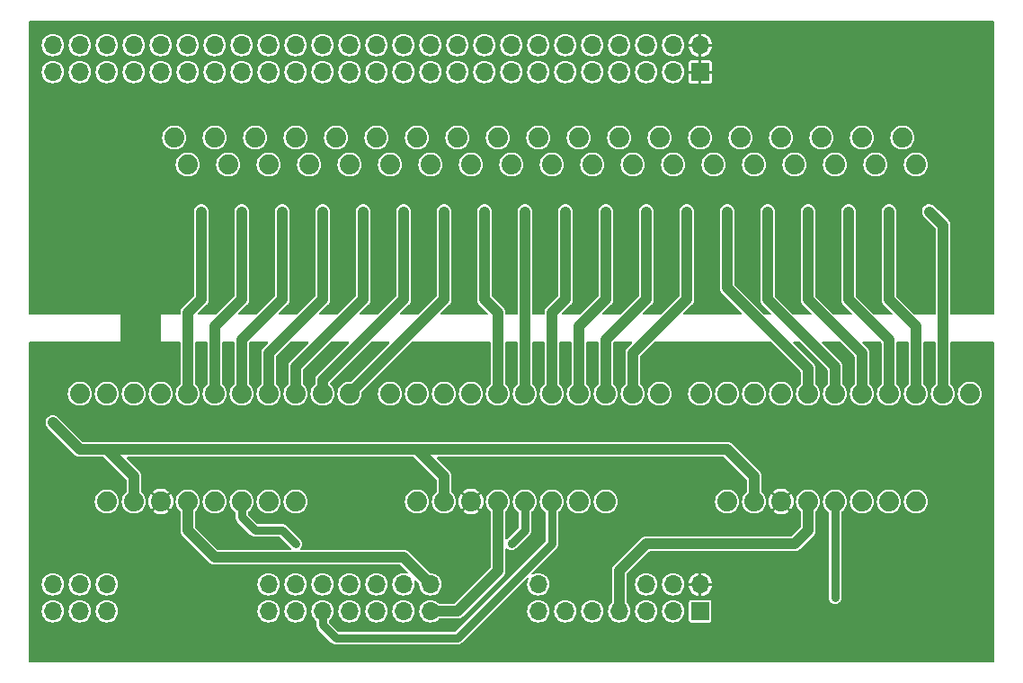
<source format=gbr>
%TF.GenerationSoftware,KiCad,Pcbnew,7.0.9*%
%TF.CreationDate,2024-01-15T11:44:11+01:00*%
%TF.ProjectId,pltka_inz,706c746b-615f-4696-9e7a-2e6b69636164,rev?*%
%TF.SameCoordinates,Original*%
%TF.FileFunction,Copper,L2,Bot*%
%TF.FilePolarity,Positive*%
%FSLAX46Y46*%
G04 Gerber Fmt 4.6, Leading zero omitted, Abs format (unit mm)*
G04 Created by KiCad (PCBNEW 7.0.9) date 2024-01-15 11:44:11*
%MOMM*%
%LPD*%
G01*
G04 APERTURE LIST*
%TA.AperFunction,ComponentPad*%
%ADD10C,1.879600*%
%TD*%
%TA.AperFunction,ComponentPad*%
%ADD11R,1.700000X1.700000*%
%TD*%
%TA.AperFunction,ComponentPad*%
%ADD12O,1.700000X1.700000*%
%TD*%
%TA.AperFunction,ViaPad*%
%ADD13C,0.750000*%
%TD*%
%TA.AperFunction,Conductor*%
%ADD14C,1.000000*%
%TD*%
%TA.AperFunction,Conductor*%
%ADD15C,0.800000*%
%TD*%
G04 APERTURE END LIST*
D10*
%TO.P,M2,1,VEE*%
%TO.N,unconnected-(M2-VEE-Pad1)*%
X125730000Y-98881250D03*
%TO.P,M2,2,VCC*%
%TO.N,unconnected-(M2-VCC-Pad2)*%
X128270000Y-98881250D03*
%TO.P,M2,3,GND*%
%TO.N,unconnected-(M2-GND-Pad3)*%
X130810000Y-98881250D03*
%TO.P,M2,4,Y0*%
%TO.N,unconnected-(M2-Y0-Pad4)*%
X133350000Y-98881250D03*
%TO.P,M2,5,Y1*%
%TO.N,21*%
X135890000Y-98881250D03*
%TO.P,M2,6,Y2*%
%TO.N,22*%
X138430000Y-98881250D03*
%TO.P,M2,7,Y3*%
%TO.N,23*%
X140970000Y-98881250D03*
%TO.P,M2,8,Y4*%
%TO.N,31*%
X143510000Y-98881250D03*
%TO.P,M2,9,Y5*%
%TO.N,32*%
X146050000Y-98881250D03*
%TO.P,M2,10,Y6*%
%TO.N,33*%
X148590000Y-98881250D03*
%TO.P,M2,11,Y7*%
%TO.N,unconnected-(M2-Y7-Pad11)*%
X151130000Y-98881250D03*
%TO.P,M2,12,VEE*%
%TO.N,unconnected-(M2-VEE-Pad12)*%
X128270000Y-109041250D03*
%TO.P,M2,13,VCC*%
%TO.N,VCC*%
X130810000Y-109041250D03*
%TO.P,M2,14,GND*%
%TO.N,GND*%
X133350000Y-109041250D03*
%TO.P,M2,15,Z*%
%TO.N,PB1*%
X135890000Y-109041250D03*
%TO.P,M2,16,S0*%
%TO.N,PE10*%
X138430000Y-109041250D03*
%TO.P,M2,17,S1*%
%TO.N,PE11*%
X140970000Y-109041250D03*
%TO.P,M2,18,S2*%
%TO.N,PE12*%
X143510000Y-109041250D03*
%TO.P,M2,19,E*%
%TO.N,unconnected-(M2-E-Pad19)*%
X146050000Y-109041250D03*
%TD*%
%TO.P,M1,1,VEE*%
%TO.N,unconnected-(M1-VEE-Pad1)*%
X154940000Y-98881250D03*
%TO.P,M1,2,VCC*%
%TO.N,unconnected-(M1-VCC-Pad2)*%
X157480000Y-98881250D03*
%TO.P,M1,3,GND*%
%TO.N,unconnected-(M1-GND-Pad3)*%
X160020000Y-98881250D03*
%TO.P,M1,4,Y0*%
%TO.N,unconnected-(M1-Y0-Pad4)*%
X162560000Y-98881250D03*
%TO.P,M1,5,Y1*%
%TO.N,41*%
X165100000Y-98881250D03*
%TO.P,M1,6,Y2*%
%TO.N,42*%
X167640000Y-98881250D03*
%TO.P,M1,7,Y3*%
%TO.N,43*%
X170180000Y-98881250D03*
%TO.P,M1,8,Y4*%
%TO.N,51*%
X172720000Y-98881250D03*
%TO.P,M1,9,Y5*%
%TO.N,52*%
X175260000Y-98881250D03*
%TO.P,M1,10,Y6*%
%TO.N,53*%
X177800000Y-98881250D03*
%TO.P,M1,11,Y7*%
%TO.N,unconnected-(M1-Y7-Pad11)*%
X180340000Y-98881250D03*
%TO.P,M1,12,VEE*%
%TO.N,unconnected-(M1-VEE-Pad12)*%
X157480000Y-109041250D03*
%TO.P,M1,13,VCC*%
%TO.N,VCC*%
X160020000Y-109041250D03*
%TO.P,M1,14,GND*%
%TO.N,GND*%
X162560000Y-109041250D03*
%TO.P,M1,15,Z*%
%TO.N,PC1*%
X165100000Y-109041250D03*
%TO.P,M1,16,S0*%
%TO.N,PE7*%
X167640000Y-109041250D03*
%TO.P,M1,17,S1*%
%TO.N,PE8*%
X170180000Y-109041250D03*
%TO.P,M1,18,S2*%
%TO.N,PE9*%
X172720000Y-109041250D03*
%TO.P,M1,19,E*%
%TO.N,unconnected-(M1-E-Pad19)*%
X175260000Y-109041250D03*
%TD*%
%TO.P,J1,1,Pin_1*%
%TO.N,VCC*%
X105410000Y-74751250D03*
%TO.P,J1,2,Pin_2*%
X109220000Y-74751250D03*
%TO.P,J1,3,Pin_3*%
X113030000Y-74751250D03*
%TO.P,J1,4,Pin_4*%
X116840000Y-74751250D03*
%TO.P,J1,5,Pin_5*%
X120650000Y-74751250D03*
%TO.P,J1,6,Pin_6*%
X124460000Y-74751250D03*
%TO.P,J1,7,Pin_7*%
X128270000Y-74751250D03*
%TO.P,J1,8,Pin_8*%
X132080000Y-74751250D03*
%TO.P,J1,9,Pin_9*%
X135890000Y-74751250D03*
%TO.P,J1,10,Pin_10*%
X139700000Y-74751250D03*
%TO.P,J1,11,Pin_11*%
X143510000Y-74751250D03*
%TO.P,J1,12,Pin_12*%
X147320000Y-74751250D03*
%TO.P,J1,13,Pin_13*%
X151130000Y-74751250D03*
%TO.P,J1,14,Pin_14*%
X154940000Y-74751250D03*
%TO.P,J1,15,Pin_15*%
X158750000Y-74751250D03*
%TO.P,J1,16,Pin_16*%
X162560000Y-74751250D03*
%TO.P,J1,17,Pin_17*%
X166370000Y-74751250D03*
%TO.P,J1,18,Pin_18*%
X170180000Y-74751250D03*
%TO.P,J1,19,Pin_19*%
X173990000Y-74751250D03*
%TD*%
D11*
%TO.P,J4,1,Pin_1*%
%TO.N,unconnected-(J4-Pin_1-Pad1)*%
X154940000Y-119380000D03*
D12*
%TO.P,J4,2,Pin_2*%
%TO.N,GND*%
X154940000Y-116840000D03*
%TO.P,J4,3,Pin_3*%
%TO.N,unconnected-(J4-Pin_3-Pad3)*%
X152400000Y-119380000D03*
%TO.P,J4,4,Pin_4*%
%TO.N,unconnected-(J4-Pin_4-Pad4)*%
X152400000Y-116840000D03*
%TO.P,J4,5,Pin_5*%
%TO.N,unconnected-(J4-Pin_5-Pad5)*%
X149860000Y-119380000D03*
%TO.P,J4,6,Pin_6*%
%TO.N,unconnected-(J4-Pin_6-Pad6)*%
X149860000Y-116840000D03*
%TO.P,J4,7,Pin_7*%
%TO.N,PC1*%
X147320000Y-119380000D03*
%TO.P,J4,9,Pin_9*%
%TO.N,unconnected-(J4-Pin_9-Pad9)*%
X144780000Y-119380000D03*
%TO.P,J4,11,Pin_11*%
%TO.N,unconnected-(J4-Pin_11-Pad11)*%
X142240000Y-119380000D03*
%TO.P,J4,13,Pin_13*%
%TO.N,unconnected-(J4-Pin_13-Pad13)*%
X139700000Y-119380000D03*
%TO.P,J4,14,Pin_14*%
%TO.N,unconnected-(J4-Pin_14-Pad14)*%
X139700000Y-116840000D03*
%TO.P,J4,21,Pin_21*%
%TO.N,PB1*%
X129540000Y-119380000D03*
%TO.P,J4,22,Pin_22*%
%TO.N,PB0*%
X129540000Y-116840000D03*
%TO.P,J4,23,Pin_23*%
%TO.N,unconnected-(J4-Pin_23-Pad23)*%
X127000000Y-119380000D03*
%TO.P,J4,24,Pin_24*%
%TO.N,unconnected-(J4-Pin_24-Pad24)*%
X127000000Y-116840000D03*
%TO.P,J4,25,Pin_25*%
%TO.N,PE7*%
X124460000Y-119380000D03*
%TO.P,J4,26,Pin_26*%
%TO.N,PE8*%
X124460000Y-116840000D03*
%TO.P,J4,27,Pin_27*%
%TO.N,PE9*%
X121920000Y-119380000D03*
%TO.P,J4,28,Pin_28*%
%TO.N,PE10*%
X121920000Y-116840000D03*
%TO.P,J4,29,Pin_29*%
%TO.N,PE11*%
X119380000Y-119380000D03*
%TO.P,J4,30,Pin_30*%
%TO.N,PE12*%
X119380000Y-116840000D03*
%TO.P,J4,31,Pin_31*%
%TO.N,PE13*%
X116840000Y-119380000D03*
%TO.P,J4,32,Pin_32*%
%TO.N,PE14*%
X116840000Y-116840000D03*
%TO.P,J4,33,Pin_33*%
%TO.N,PE15*%
X114300000Y-119380000D03*
%TO.P,J4,34,Pin_34*%
%TO.N,unconnected-(J4-Pin_34-Pad34)*%
X114300000Y-116840000D03*
%TO.P,J4,45,Pin_45*%
%TO.N,unconnected-(J4-Pin_45-Pad45)*%
X99060000Y-119380000D03*
%TO.P,J4,46,Pin_46*%
%TO.N,unconnected-(J4-Pin_46-Pad46)*%
X99060000Y-116840000D03*
%TO.P,J4,47,Pin_47*%
%TO.N,unconnected-(J4-Pin_47-Pad47)*%
X96520000Y-119380000D03*
%TO.P,J4,48,Pin_48*%
%TO.N,unconnected-(J4-Pin_48-Pad48)*%
X96520000Y-116840000D03*
%TO.P,J4,49,Pin_49*%
%TO.N,unconnected-(J4-Pin_49-Pad49)*%
X93980000Y-119380000D03*
%TO.P,J4,50,Pin_50*%
%TO.N,unconnected-(J4-Pin_50-Pad50)*%
X93980000Y-116840000D03*
%TD*%
D10*
%TO.P,J2,1,Pin_1*%
%TO.N,11*%
X106680000Y-77291250D03*
%TO.P,J2,2,Pin_2*%
%TO.N,12*%
X110490000Y-77291250D03*
%TO.P,J2,3,Pin_3*%
%TO.N,13*%
X114300000Y-77291250D03*
%TO.P,J2,4,Pin_4*%
%TO.N,14*%
X118110000Y-77291250D03*
%TO.P,J2,5,Pin_5*%
%TO.N,15*%
X121920000Y-77291250D03*
%TO.P,J2,6,Pin_6*%
%TO.N,16*%
X125730000Y-77291250D03*
%TO.P,J2,7,Pin_7*%
%TO.N,17*%
X129540000Y-77291250D03*
%TO.P,J2,8,Pin_8*%
%TO.N,21*%
X133350000Y-77291250D03*
%TO.P,J2,9,Pin_9*%
%TO.N,22*%
X137160000Y-77291250D03*
%TO.P,J2,10,Pin_10*%
%TO.N,23*%
X140970000Y-77291250D03*
%TO.P,J2,11,Pin_11*%
%TO.N,31*%
X144780000Y-77291250D03*
%TO.P,J2,12,Pin_12*%
%TO.N,32*%
X148590000Y-77291250D03*
%TO.P,J2,13,Pin_13*%
%TO.N,33*%
X152400000Y-77291250D03*
%TO.P,J2,14,Pin_14*%
%TO.N,41*%
X156210000Y-77291250D03*
%TO.P,J2,15,Pin_15*%
%TO.N,42*%
X160020000Y-77291250D03*
%TO.P,J2,16,Pin_16*%
%TO.N,43*%
X163830000Y-77291250D03*
%TO.P,J2,17,Pin_17*%
%TO.N,51*%
X167640000Y-77291250D03*
%TO.P,J2,18,Pin_18*%
%TO.N,52*%
X171450000Y-77291250D03*
%TO.P,J2,19,Pin_19*%
%TO.N,53*%
X175260000Y-77291250D03*
%TD*%
D11*
%TO.P,J3,1,Pin_1*%
%TO.N,GND*%
X154940000Y-68580000D03*
D12*
%TO.P,J3,2,Pin_2*%
X154940000Y-66040000D03*
%TO.P,J3,3,Pin_3*%
%TO.N,unconnected-(J3-Pin_3-Pad3)*%
X152400000Y-68580000D03*
%TO.P,J3,4,Pin_4*%
%TO.N,unconnected-(J3-Pin_4-Pad4)*%
X152400000Y-66040000D03*
%TO.P,J3,5,Pin_5*%
%TO.N,VCC*%
X149860000Y-68580000D03*
%TO.P,J3,6,Pin_6*%
%TO.N,unconnected-(J3-Pin_6-Pad6)*%
X149860000Y-66040000D03*
%TO.P,J3,7,Pin_7*%
%TO.N,unconnected-(J3-Pin_7-Pad7)*%
X147320000Y-68580000D03*
%TO.P,J3,8,Pin_8*%
%TO.N,unconnected-(J3-Pin_8-Pad8)*%
X147320000Y-66040000D03*
%TO.P,J3,9,Pin_9*%
%TO.N,unconnected-(J3-Pin_9-Pad9)*%
X144780000Y-68580000D03*
%TO.P,J3,10,Pin_10*%
%TO.N,unconnected-(J3-Pin_10-Pad10)*%
X144780000Y-66040000D03*
%TO.P,J3,11,Pin_11*%
%TO.N,unconnected-(J3-Pin_11-Pad11)*%
X142240000Y-68580000D03*
%TO.P,J3,12,Pin_12*%
%TO.N,unconnected-(J3-Pin_12-Pad12)*%
X142240000Y-66040000D03*
%TO.P,J3,13,Pin_13*%
%TO.N,unconnected-(J3-Pin_13-Pad13)*%
X139700000Y-68580000D03*
%TO.P,J3,14,Pin_14*%
%TO.N,unconnected-(J3-Pin_14-Pad14)*%
X139700000Y-66040000D03*
%TO.P,J3,15,Pin_15*%
%TO.N,unconnected-(J3-Pin_15-Pad15)*%
X137160000Y-68580000D03*
%TO.P,J3,16,Pin_16*%
%TO.N,unconnected-(J3-Pin_16-Pad16)*%
X137160000Y-66040000D03*
%TO.P,J3,17,Pin_17*%
%TO.N,unconnected-(J3-Pin_17-Pad17)*%
X134620000Y-68580000D03*
%TO.P,J3,18,Pin_18*%
%TO.N,unconnected-(J3-Pin_18-Pad18)*%
X134620000Y-66040000D03*
%TO.P,J3,19,Pin_19*%
%TO.N,unconnected-(J3-Pin_19-Pad19)*%
X132080000Y-68580000D03*
%TO.P,J3,20,Pin_20*%
%TO.N,unconnected-(J3-Pin_20-Pad20)*%
X132080000Y-66040000D03*
%TO.P,J3,21,Pin_21*%
%TO.N,unconnected-(J3-Pin_21-Pad21)*%
X129540000Y-68580000D03*
%TO.P,J3,22,Pin_22*%
%TO.N,unconnected-(J3-Pin_22-Pad22)*%
X129540000Y-66040000D03*
%TO.P,J3,23,Pin_23*%
%TO.N,unconnected-(J3-Pin_23-Pad23)*%
X127000000Y-68580000D03*
%TO.P,J3,24,Pin_24*%
%TO.N,unconnected-(J3-Pin_24-Pad24)*%
X127000000Y-66040000D03*
%TO.P,J3,25,Pin_25*%
%TO.N,unconnected-(J3-Pin_25-Pad25)*%
X124460000Y-68580000D03*
%TO.P,J3,26,Pin_26*%
%TO.N,unconnected-(J3-Pin_26-Pad26)*%
X124460000Y-66040000D03*
%TO.P,J3,27,Pin_27*%
%TO.N,unconnected-(J3-Pin_27-Pad27)*%
X121920000Y-68580000D03*
%TO.P,J3,28,Pin_28*%
%TO.N,unconnected-(J3-Pin_28-Pad28)*%
X121920000Y-66040000D03*
%TO.P,J3,29,Pin_29*%
%TO.N,unconnected-(J3-Pin_29-Pad29)*%
X119380000Y-68580000D03*
%TO.P,J3,30,Pin_30*%
%TO.N,unconnected-(J3-Pin_30-Pad30)*%
X119380000Y-66040000D03*
%TO.P,J3,31,Pin_31*%
%TO.N,unconnected-(J3-Pin_31-Pad31)*%
X116840000Y-68580000D03*
%TO.P,J3,32,Pin_32*%
%TO.N,unconnected-(J3-Pin_32-Pad32)*%
X116840000Y-66040000D03*
%TO.P,J3,33,Pin_33*%
%TO.N,unconnected-(J3-Pin_33-Pad33)*%
X114300000Y-68580000D03*
%TO.P,J3,34,Pin_34*%
%TO.N,unconnected-(J3-Pin_34-Pad34)*%
X114300000Y-66040000D03*
%TO.P,J3,35,Pin_35*%
%TO.N,unconnected-(J3-Pin_35-Pad35)*%
X111760000Y-68580000D03*
%TO.P,J3,36,Pin_36*%
%TO.N,unconnected-(J3-Pin_36-Pad36)*%
X111760000Y-66040000D03*
%TO.P,J3,37,Pin_37*%
%TO.N,unconnected-(J3-Pin_37-Pad37)*%
X109220000Y-68580000D03*
%TO.P,J3,38,Pin_38*%
%TO.N,unconnected-(J3-Pin_38-Pad38)*%
X109220000Y-66040000D03*
%TO.P,J3,39,Pin_39*%
%TO.N,unconnected-(J3-Pin_39-Pad39)*%
X106680000Y-68580000D03*
%TO.P,J3,40,Pin_40*%
%TO.N,unconnected-(J3-Pin_40-Pad40)*%
X106680000Y-66040000D03*
%TO.P,J3,41,Pin_41*%
%TO.N,unconnected-(J3-Pin_41-Pad41)*%
X104140000Y-68580000D03*
%TO.P,J3,42,Pin_42*%
%TO.N,unconnected-(J3-Pin_42-Pad42)*%
X104140000Y-66040000D03*
%TO.P,J3,43,Pin_43*%
%TO.N,unconnected-(J3-Pin_43-Pad43)*%
X101600000Y-68580000D03*
%TO.P,J3,44,Pin_44*%
%TO.N,unconnected-(J3-Pin_44-Pad44)*%
X101600000Y-66040000D03*
%TO.P,J3,45,Pin_45*%
%TO.N,unconnected-(J3-Pin_45-Pad45)*%
X99060000Y-68580000D03*
%TO.P,J3,46,Pin_46*%
%TO.N,unconnected-(J3-Pin_46-Pad46)*%
X99060000Y-66040000D03*
%TO.P,J3,47,Pin_47*%
%TO.N,unconnected-(J3-Pin_47-Pad47)*%
X96520000Y-68580000D03*
%TO.P,J3,48,Pin_48*%
%TO.N,unconnected-(J3-Pin_48-Pad48)*%
X96520000Y-66040000D03*
%TO.P,J3,49,Pin_49*%
%TO.N,unconnected-(J3-Pin_49-Pad49)*%
X93980000Y-68580000D03*
%TO.P,J3,50,Pin_50*%
%TO.N,unconnected-(J3-Pin_50-Pad50)*%
X93980000Y-66040000D03*
%TD*%
D10*
%TO.P,M3,1,VEE*%
%TO.N,unconnected-(M3-VEE-Pad1)*%
X96520000Y-98881250D03*
%TO.P,M3,2,VCC*%
%TO.N,unconnected-(M3-VCC-Pad2)*%
X99060000Y-98881250D03*
%TO.P,M3,3,GND*%
%TO.N,unconnected-(M3-GND-Pad3)*%
X101600000Y-98881250D03*
%TO.P,M3,4,Y0*%
%TO.N,unconnected-(M3-Y0-Pad4)*%
X104140000Y-98881250D03*
%TO.P,M3,5,Y1*%
%TO.N,11*%
X106680000Y-98881250D03*
%TO.P,M3,6,Y2*%
%TO.N,12*%
X109220000Y-98881250D03*
%TO.P,M3,7,Y3*%
%TO.N,13*%
X111760000Y-98881250D03*
%TO.P,M3,8,Y4*%
%TO.N,14*%
X114300000Y-98881250D03*
%TO.P,M3,9,Y5*%
%TO.N,15*%
X116840000Y-98881250D03*
%TO.P,M3,10,Y6*%
%TO.N,16*%
X119380000Y-98881250D03*
%TO.P,M3,11,Y7*%
%TO.N,17*%
X121920000Y-98881250D03*
%TO.P,M3,12,VEE*%
%TO.N,unconnected-(M3-VEE-Pad12)*%
X99060000Y-109041250D03*
%TO.P,M3,13,VCC*%
%TO.N,VCC*%
X101600000Y-109041250D03*
%TO.P,M3,14,GND*%
%TO.N,GND*%
X104140000Y-109041250D03*
%TO.P,M3,15,Z*%
%TO.N,PB0*%
X106680000Y-109041250D03*
%TO.P,M3,16,S0*%
%TO.N,PE13*%
X109220000Y-109041250D03*
%TO.P,M3,17,S1*%
%TO.N,PE14*%
X111760000Y-109041250D03*
%TO.P,M3,18,S2*%
%TO.N,PE15*%
X114300000Y-109041250D03*
%TO.P,M3,19,E*%
%TO.N,unconnected-(M3-E-Pad19)*%
X116840000Y-109041250D03*
%TD*%
D13*
%TO.N,VCC*%
X93980000Y-101600000D03*
%TO.N,GND*%
X129540000Y-88721250D03*
X160020000Y-88721250D03*
X163830000Y-88721250D03*
X156210000Y-88721250D03*
X133350000Y-88721250D03*
X175260000Y-88721250D03*
X114300000Y-88721250D03*
X121920000Y-88721250D03*
X167640000Y-88721250D03*
X144780000Y-88721250D03*
X140970000Y-88721250D03*
X125730000Y-88721250D03*
X148590000Y-88721250D03*
X137160000Y-88721250D03*
X171450000Y-88721250D03*
X118110000Y-88721250D03*
X152400000Y-88721250D03*
X110490000Y-88721250D03*
X106680000Y-88721250D03*
%TO.N,11*%
X107950000Y-81736250D03*
%TO.N,12*%
X111760000Y-81736250D03*
%TO.N,13*%
X115570000Y-81736250D03*
%TO.N,14*%
X119380000Y-81736250D03*
%TO.N,15*%
X123190000Y-81736250D03*
%TO.N,16*%
X127000000Y-81736250D03*
%TO.N,17*%
X130810000Y-81736250D03*
%TO.N,21*%
X134620000Y-81736250D03*
%TO.N,22*%
X138430000Y-81736250D03*
%TO.N,23*%
X142240000Y-81736250D03*
%TO.N,31*%
X146050000Y-81736250D03*
%TO.N,32*%
X149860000Y-81736250D03*
%TO.N,33*%
X153670000Y-81736250D03*
%TO.N,41*%
X157480000Y-81736250D03*
%TO.N,42*%
X161290000Y-81736250D03*
%TO.N,43*%
X165100000Y-81736250D03*
%TO.N,51*%
X168910000Y-81736250D03*
%TO.N,52*%
X172720000Y-81736250D03*
%TO.N,53*%
X176530000Y-81736250D03*
%TO.N,PE7*%
X167640000Y-118110000D03*
%TO.N,PE10*%
X137160000Y-113030000D03*
%TO.N,PE14*%
X116840000Y-113030000D03*
%TD*%
D14*
%TO.N,VCC*%
X100330000Y-105410000D02*
X101600000Y-106680000D01*
X160020000Y-106680000D02*
X160020000Y-109041250D01*
X93980000Y-101600000D02*
X96520000Y-104140000D01*
X99060000Y-104140000D02*
X100330000Y-105410000D01*
X101600000Y-106680000D02*
X101600000Y-109041250D01*
X157480000Y-104140000D02*
X160020000Y-106680000D01*
X128270000Y-104140000D02*
X157480000Y-104140000D01*
X128270000Y-104140000D02*
X99060000Y-104140000D01*
X128270000Y-104140000D02*
X130810000Y-106680000D01*
X96520000Y-104140000D02*
X99060000Y-104140000D01*
X130810000Y-106680000D02*
X130810000Y-109041250D01*
%TO.N,11*%
X106680000Y-91261250D02*
X106680000Y-98881250D01*
X107950000Y-81736250D02*
X107950000Y-89991250D01*
X107950000Y-89991250D02*
X106680000Y-91261250D01*
%TO.N,12*%
X111760000Y-81736250D02*
X111760000Y-89991250D01*
X109220000Y-92531250D02*
X109220000Y-98881250D01*
X111760000Y-89991250D02*
X109220000Y-92531250D01*
%TO.N,13*%
X115570000Y-81736250D02*
X115570000Y-89991250D01*
X111760000Y-93801250D02*
X111760000Y-98881250D01*
X115570000Y-89991250D02*
X111760000Y-93801250D01*
%TO.N,14*%
X119380000Y-81736250D02*
X119380000Y-89991250D01*
X114300000Y-95071250D02*
X114300000Y-98881250D01*
X119380000Y-89991250D02*
X114300000Y-95071250D01*
%TO.N,15*%
X116840000Y-96341250D02*
X116840000Y-98881250D01*
X123190000Y-81736250D02*
X123190000Y-89991250D01*
X123190000Y-89991250D02*
X116840000Y-96341250D01*
%TO.N,16*%
X127000000Y-89991250D02*
X119380000Y-97611250D01*
X119380000Y-97611250D02*
X119380000Y-98881250D01*
X127000000Y-81736250D02*
X127000000Y-89991250D01*
%TO.N,17*%
X130810000Y-81736250D02*
X130810000Y-89991250D01*
X130810000Y-89991250D02*
X121920000Y-98881250D01*
%TO.N,21*%
X135890000Y-91261250D02*
X135890000Y-98881250D01*
X134620000Y-81736250D02*
X134620000Y-89991250D01*
X134620000Y-89991250D02*
X135890000Y-91261250D01*
%TO.N,22*%
X138430000Y-81736250D02*
X138430000Y-98881250D01*
%TO.N,23*%
X142240000Y-89991250D02*
X140970000Y-91261250D01*
X142240000Y-81736250D02*
X142240000Y-89991250D01*
X140970000Y-91261250D02*
X140970000Y-98881250D01*
%TO.N,31*%
X143510000Y-92531250D02*
X143510000Y-98881250D01*
X146050000Y-89991250D02*
X143510000Y-92531250D01*
X146050000Y-81736250D02*
X146050000Y-89991250D01*
%TO.N,32*%
X146050000Y-93801250D02*
X146050000Y-98881250D01*
X149860000Y-89991250D02*
X146050000Y-93801250D01*
X149860000Y-81736250D02*
X149860000Y-89991250D01*
%TO.N,33*%
X153670000Y-89991250D02*
X148590000Y-95071250D01*
X148590000Y-95071250D02*
X148590000Y-98881250D01*
X153670000Y-81736250D02*
X153670000Y-89991250D01*
%TO.N,41*%
X165100000Y-98881250D02*
X165100000Y-96520000D01*
X165100000Y-96520000D02*
X157480000Y-88900000D01*
X157480000Y-88900000D02*
X157480000Y-81736250D01*
%TO.N,42*%
X161290000Y-89991250D02*
X167640000Y-96341250D01*
X161290000Y-81736250D02*
X161290000Y-89991250D01*
X167640000Y-96341250D02*
X167640000Y-98881250D01*
%TO.N,43*%
X170180000Y-95071250D02*
X170180000Y-98881250D01*
X165100000Y-81736250D02*
X165100000Y-89991250D01*
X165100000Y-89991250D02*
X170180000Y-95071250D01*
%TO.N,51*%
X168910000Y-81736250D02*
X168910000Y-89991250D01*
X168910000Y-89991250D02*
X172720000Y-93801250D01*
X172720000Y-93801250D02*
X172720000Y-98881250D01*
%TO.N,52*%
X172720000Y-81736250D02*
X172720000Y-89991250D01*
X172720000Y-89991250D02*
X175260000Y-92531250D01*
X175260000Y-92531250D02*
X175260000Y-98881250D01*
%TO.N,53*%
X176530000Y-81736250D02*
X177800000Y-83006250D01*
X177800000Y-83006250D02*
X177800000Y-98881250D01*
%TO.N,PC1*%
X163830000Y-113030000D02*
X165100000Y-111760000D01*
X147320000Y-115570000D02*
X149860000Y-113030000D01*
X147320000Y-119380000D02*
X147320000Y-115570000D01*
X149860000Y-113030000D02*
X163830000Y-113030000D01*
X165100000Y-111760000D02*
X165100000Y-109041250D01*
%TO.N,PB1*%
X132080000Y-119380000D02*
X135890000Y-115570000D01*
X129540000Y-119380000D02*
X132080000Y-119380000D01*
X135890000Y-115570000D02*
X135890000Y-109041250D01*
%TO.N,PB0*%
X127000000Y-114300000D02*
X129540000Y-116840000D01*
X106680000Y-111760000D02*
X109220000Y-114300000D01*
X109220000Y-114300000D02*
X127000000Y-114300000D01*
X106680000Y-109041250D02*
X106680000Y-111760000D01*
D15*
%TO.N,PE7*%
X167640000Y-118110000D02*
X167640000Y-109041250D01*
%TO.N,PE10*%
X137160000Y-113030000D02*
X138430000Y-111760000D01*
X138430000Y-111760000D02*
X138430000Y-109041250D01*
%TO.N,PE11*%
X132080000Y-121920000D02*
X140970000Y-113030000D01*
X119380000Y-119380000D02*
X119380000Y-120650000D01*
X120650000Y-121920000D02*
X132080000Y-121920000D01*
X140970000Y-113030000D02*
X140970000Y-109041250D01*
X119380000Y-120650000D02*
X120650000Y-121920000D01*
%TO.N,PE14*%
X116840000Y-113030000D02*
X115570000Y-111760000D01*
X111760000Y-110490000D02*
X111760000Y-109041250D01*
X115570000Y-111760000D02*
X113030000Y-111760000D01*
X113030000Y-111760000D02*
X111760000Y-110490000D01*
%TD*%
%TA.AperFunction,Conductor*%
%TO.N,GND*%
G36*
X182588691Y-63769407D02*
G01*
X182624655Y-63818907D01*
X182629500Y-63849500D01*
X182629500Y-91341000D01*
X182610593Y-91399191D01*
X182561093Y-91435155D01*
X182530500Y-91440000D01*
X178599500Y-91440000D01*
X178541309Y-91421093D01*
X178505345Y-91371593D01*
X178500500Y-91341000D01*
X178500500Y-83028897D01*
X178500589Y-83025932D01*
X178504357Y-82963644D01*
X178493103Y-82902236D01*
X178492664Y-82899350D01*
X178485140Y-82837378D01*
X178480740Y-82825778D01*
X178475930Y-82808525D01*
X178473694Y-82796318D01*
X178448083Y-82739413D01*
X178446943Y-82736659D01*
X178439038Y-82715816D01*
X178424818Y-82678320D01*
X178417769Y-82668107D01*
X178408968Y-82652501D01*
X178403881Y-82641198D01*
X178403879Y-82641195D01*
X178403878Y-82641193D01*
X178365392Y-82592070D01*
X178363629Y-82589672D01*
X178345684Y-82563676D01*
X178328183Y-82538321D01*
X178328181Y-82538319D01*
X178328177Y-82538315D01*
X178281489Y-82496954D01*
X178279312Y-82494904D01*
X177351785Y-81567378D01*
X176995367Y-81210960D01*
X176895057Y-81132372D01*
X176807068Y-81092771D01*
X176739933Y-81062555D01*
X176739928Y-81062554D01*
X176572606Y-81031891D01*
X176402808Y-81042163D01*
X176402804Y-81042163D01*
X176402804Y-81042164D01*
X176370697Y-81052168D01*
X176240394Y-81092771D01*
X176240392Y-81092772D01*
X176094816Y-81180777D01*
X175974527Y-81301066D01*
X175886522Y-81446642D01*
X175886521Y-81446644D01*
X175835913Y-81609058D01*
X175825641Y-81778857D01*
X175856304Y-81946178D01*
X175856305Y-81946182D01*
X175926122Y-82101307D01*
X176004710Y-82201617D01*
X177070505Y-83267412D01*
X177098281Y-83321927D01*
X177099500Y-83337414D01*
X177099500Y-91341000D01*
X177080593Y-91399191D01*
X177031093Y-91435155D01*
X177000500Y-91440000D01*
X175200415Y-91440000D01*
X175142224Y-91421093D01*
X175130411Y-91411004D01*
X173449496Y-89730089D01*
X173421719Y-89675572D01*
X173420500Y-89660085D01*
X173420500Y-81693881D01*
X173420499Y-81693868D01*
X173417789Y-81671551D01*
X173405140Y-81567378D01*
X173344818Y-81408320D01*
X173248183Y-81268321D01*
X173120852Y-81155516D01*
X172970225Y-81076460D01*
X172970224Y-81076459D01*
X172970223Y-81076459D01*
X172805058Y-81035750D01*
X172805056Y-81035750D01*
X172634944Y-81035750D01*
X172634941Y-81035750D01*
X172469776Y-81076459D01*
X172319146Y-81155517D01*
X172191818Y-81268319D01*
X172191816Y-81268322D01*
X172095182Y-81408320D01*
X172034860Y-81567378D01*
X172019500Y-81693868D01*
X172019500Y-89968590D01*
X172019410Y-89971557D01*
X172019409Y-89971591D01*
X172015641Y-90033854D01*
X172026891Y-90095249D01*
X172027341Y-90098204D01*
X172034860Y-90160123D01*
X172034861Y-90160125D01*
X172039255Y-90171711D01*
X172044067Y-90188973D01*
X172046303Y-90201176D01*
X172046305Y-90201183D01*
X172059409Y-90230298D01*
X172071912Y-90258080D01*
X172071916Y-90258087D01*
X172073056Y-90260840D01*
X172095180Y-90319176D01*
X172095183Y-90319182D01*
X172095183Y-90319184D01*
X172102229Y-90329391D01*
X172111029Y-90344993D01*
X172116120Y-90356304D01*
X172116121Y-90356305D01*
X172116122Y-90356307D01*
X172154597Y-90405417D01*
X172154598Y-90405418D01*
X172156369Y-90407826D01*
X172191814Y-90459175D01*
X172191817Y-90459179D01*
X172219183Y-90483423D01*
X172238508Y-90500544D01*
X172240686Y-90502594D01*
X173009089Y-91270996D01*
X173036866Y-91325513D01*
X173027295Y-91385945D01*
X172984030Y-91429210D01*
X172939085Y-91440000D01*
X171390415Y-91440000D01*
X171332224Y-91421093D01*
X171320411Y-91411004D01*
X169639496Y-89730089D01*
X169611719Y-89675572D01*
X169610500Y-89660085D01*
X169610500Y-81693881D01*
X169610499Y-81693868D01*
X169607789Y-81671551D01*
X169595140Y-81567378D01*
X169534818Y-81408320D01*
X169438183Y-81268321D01*
X169310852Y-81155516D01*
X169160225Y-81076460D01*
X169160224Y-81076459D01*
X169160223Y-81076459D01*
X168995058Y-81035750D01*
X168995056Y-81035750D01*
X168824944Y-81035750D01*
X168824941Y-81035750D01*
X168659776Y-81076459D01*
X168509146Y-81155517D01*
X168381818Y-81268319D01*
X168381816Y-81268322D01*
X168285182Y-81408320D01*
X168224860Y-81567378D01*
X168209500Y-81693868D01*
X168209500Y-89968590D01*
X168209410Y-89971557D01*
X168209409Y-89971591D01*
X168205641Y-90033854D01*
X168216891Y-90095249D01*
X168217341Y-90098204D01*
X168224860Y-90160123D01*
X168224861Y-90160125D01*
X168229255Y-90171711D01*
X168234067Y-90188973D01*
X168236303Y-90201176D01*
X168236305Y-90201183D01*
X168249409Y-90230298D01*
X168261912Y-90258080D01*
X168261916Y-90258087D01*
X168263056Y-90260840D01*
X168285180Y-90319176D01*
X168285183Y-90319182D01*
X168285183Y-90319184D01*
X168292229Y-90329391D01*
X168301029Y-90344993D01*
X168306120Y-90356304D01*
X168306121Y-90356305D01*
X168306122Y-90356307D01*
X168344597Y-90405417D01*
X168344598Y-90405418D01*
X168346369Y-90407826D01*
X168381814Y-90459175D01*
X168381817Y-90459179D01*
X168409183Y-90483423D01*
X168428508Y-90500544D01*
X168430686Y-90502594D01*
X169199089Y-91270996D01*
X169226866Y-91325513D01*
X169217295Y-91385945D01*
X169174030Y-91429210D01*
X169129085Y-91440000D01*
X167580415Y-91440000D01*
X167522224Y-91421093D01*
X167510411Y-91411004D01*
X165829496Y-89730089D01*
X165801719Y-89675572D01*
X165800500Y-89660085D01*
X165800500Y-81693881D01*
X165800499Y-81693868D01*
X165797789Y-81671551D01*
X165785140Y-81567378D01*
X165724818Y-81408320D01*
X165628183Y-81268321D01*
X165500852Y-81155516D01*
X165350225Y-81076460D01*
X165350224Y-81076459D01*
X165350223Y-81076459D01*
X165185058Y-81035750D01*
X165185056Y-81035750D01*
X165014944Y-81035750D01*
X165014941Y-81035750D01*
X164849776Y-81076459D01*
X164699146Y-81155517D01*
X164571818Y-81268319D01*
X164571816Y-81268322D01*
X164475182Y-81408320D01*
X164414860Y-81567378D01*
X164399500Y-81693868D01*
X164399500Y-89968590D01*
X164399410Y-89971557D01*
X164399409Y-89971591D01*
X164395641Y-90033854D01*
X164406891Y-90095249D01*
X164407341Y-90098204D01*
X164414860Y-90160123D01*
X164414861Y-90160125D01*
X164419255Y-90171711D01*
X164424067Y-90188973D01*
X164426303Y-90201176D01*
X164426305Y-90201183D01*
X164439409Y-90230298D01*
X164451912Y-90258080D01*
X164451916Y-90258087D01*
X164453056Y-90260840D01*
X164475180Y-90319176D01*
X164475183Y-90319182D01*
X164475183Y-90319184D01*
X164482229Y-90329391D01*
X164491029Y-90344993D01*
X164496120Y-90356304D01*
X164496121Y-90356305D01*
X164496122Y-90356307D01*
X164534597Y-90405417D01*
X164534598Y-90405418D01*
X164536369Y-90407826D01*
X164571814Y-90459175D01*
X164571817Y-90459179D01*
X164599183Y-90483423D01*
X164618508Y-90500544D01*
X164620686Y-90502594D01*
X165389089Y-91270996D01*
X165416866Y-91325513D01*
X165407295Y-91385945D01*
X165364030Y-91429210D01*
X165319085Y-91440000D01*
X163770415Y-91440000D01*
X163712224Y-91421093D01*
X163700411Y-91411004D01*
X162019496Y-89730089D01*
X161991719Y-89675572D01*
X161990500Y-89660085D01*
X161990500Y-81693881D01*
X161990499Y-81693868D01*
X161987789Y-81671551D01*
X161975140Y-81567378D01*
X161914818Y-81408320D01*
X161818183Y-81268321D01*
X161690852Y-81155516D01*
X161540225Y-81076460D01*
X161540224Y-81076459D01*
X161540223Y-81076459D01*
X161375058Y-81035750D01*
X161375056Y-81035750D01*
X161204944Y-81035750D01*
X161204941Y-81035750D01*
X161039776Y-81076459D01*
X160889146Y-81155517D01*
X160761818Y-81268319D01*
X160761816Y-81268322D01*
X160665182Y-81408320D01*
X160604860Y-81567378D01*
X160589500Y-81693868D01*
X160589500Y-89968590D01*
X160589410Y-89971557D01*
X160589409Y-89971591D01*
X160585641Y-90033854D01*
X160596891Y-90095249D01*
X160597341Y-90098204D01*
X160604860Y-90160123D01*
X160604861Y-90160125D01*
X160609255Y-90171711D01*
X160614067Y-90188973D01*
X160616303Y-90201176D01*
X160616305Y-90201183D01*
X160629409Y-90230298D01*
X160641912Y-90258080D01*
X160641916Y-90258087D01*
X160643056Y-90260840D01*
X160665180Y-90319176D01*
X160665183Y-90319182D01*
X160665183Y-90319184D01*
X160672229Y-90329391D01*
X160681029Y-90344993D01*
X160686120Y-90356304D01*
X160686121Y-90356305D01*
X160686122Y-90356307D01*
X160724597Y-90405417D01*
X160724598Y-90405418D01*
X160726369Y-90407826D01*
X160761814Y-90459175D01*
X160761817Y-90459179D01*
X160789183Y-90483423D01*
X160808508Y-90500544D01*
X160810686Y-90502594D01*
X161579089Y-91270996D01*
X161606866Y-91325513D01*
X161597295Y-91385945D01*
X161554030Y-91429210D01*
X161509085Y-91440000D01*
X161051665Y-91440000D01*
X160993474Y-91421093D01*
X160981661Y-91411004D01*
X158209496Y-88638839D01*
X158181719Y-88584322D01*
X158180500Y-88568835D01*
X158180500Y-81693881D01*
X158180499Y-81693868D01*
X158177789Y-81671551D01*
X158165140Y-81567378D01*
X158104818Y-81408320D01*
X158008183Y-81268321D01*
X157880852Y-81155516D01*
X157730225Y-81076460D01*
X157730224Y-81076459D01*
X157730223Y-81076459D01*
X157565058Y-81035750D01*
X157565056Y-81035750D01*
X157394944Y-81035750D01*
X157394941Y-81035750D01*
X157229776Y-81076459D01*
X157079146Y-81155517D01*
X156951818Y-81268319D01*
X156951816Y-81268322D01*
X156855182Y-81408320D01*
X156794860Y-81567378D01*
X156779500Y-81693868D01*
X156779500Y-88877340D01*
X156779410Y-88880307D01*
X156777986Y-88903851D01*
X156775641Y-88942604D01*
X156786891Y-89003999D01*
X156787341Y-89006954D01*
X156794860Y-89068873D01*
X156794861Y-89068875D01*
X156799255Y-89080461D01*
X156804067Y-89097723D01*
X156806303Y-89109926D01*
X156806305Y-89109933D01*
X156831916Y-89166837D01*
X156833060Y-89169600D01*
X156855183Y-89227932D01*
X156855183Y-89227934D01*
X156862229Y-89238141D01*
X156871029Y-89253743D01*
X156876120Y-89265054D01*
X156914598Y-89314168D01*
X156916369Y-89316576D01*
X156951814Y-89367925D01*
X156951817Y-89367929D01*
X156979183Y-89392173D01*
X156998508Y-89409294D01*
X157000686Y-89411344D01*
X158860339Y-91270996D01*
X158888116Y-91325513D01*
X158878545Y-91385945D01*
X158835280Y-91429210D01*
X158790335Y-91440000D01*
X153450915Y-91440000D01*
X153392724Y-91421093D01*
X153356760Y-91371593D01*
X153356760Y-91310407D01*
X153380911Y-91270997D01*
X154149319Y-90502587D01*
X154151490Y-90500544D01*
X154198183Y-90459179D01*
X154233626Y-90407831D01*
X154235398Y-90405422D01*
X154273876Y-90356310D01*
X154273876Y-90356308D01*
X154273878Y-90356307D01*
X154278966Y-90344999D01*
X154287773Y-90329386D01*
X154294815Y-90319184D01*
X154294814Y-90319184D01*
X154294818Y-90319180D01*
X154316958Y-90260796D01*
X154318062Y-90258132D01*
X154343695Y-90201181D01*
X154345931Y-90188973D01*
X154350744Y-90171712D01*
X154355140Y-90160122D01*
X154362661Y-90098178D01*
X154363107Y-90095249D01*
X154374358Y-90033856D01*
X154370589Y-89971557D01*
X154370500Y-89968590D01*
X154370500Y-81693881D01*
X154370499Y-81693868D01*
X154367789Y-81671551D01*
X154355140Y-81567378D01*
X154294818Y-81408320D01*
X154198183Y-81268321D01*
X154070852Y-81155516D01*
X153920225Y-81076460D01*
X153920224Y-81076459D01*
X153920223Y-81076459D01*
X153755058Y-81035750D01*
X153755056Y-81035750D01*
X153584944Y-81035750D01*
X153584941Y-81035750D01*
X153419776Y-81076459D01*
X153269146Y-81155517D01*
X153141818Y-81268319D01*
X153141816Y-81268322D01*
X153045182Y-81408320D01*
X152984860Y-81567378D01*
X152969500Y-81693868D01*
X152969500Y-89660085D01*
X152950593Y-89718276D01*
X152940504Y-89730089D01*
X151259589Y-91411004D01*
X151205072Y-91438781D01*
X151189585Y-91440000D01*
X149640915Y-91440000D01*
X149582724Y-91421093D01*
X149546760Y-91371593D01*
X149546760Y-91310407D01*
X149570911Y-91270997D01*
X150339319Y-90502587D01*
X150341490Y-90500544D01*
X150388183Y-90459179D01*
X150423653Y-90407790D01*
X150425373Y-90405452D01*
X150463878Y-90356306D01*
X150468966Y-90344998D01*
X150477769Y-90329390D01*
X150484818Y-90319180D01*
X150506951Y-90260815D01*
X150508077Y-90258098D01*
X150533695Y-90201181D01*
X150535931Y-90188973D01*
X150540744Y-90171712D01*
X150545140Y-90160122D01*
X150552661Y-90098178D01*
X150553107Y-90095249D01*
X150564358Y-90033856D01*
X150560589Y-89971557D01*
X150560500Y-89968590D01*
X150560500Y-81693881D01*
X150560499Y-81693868D01*
X150557789Y-81671551D01*
X150545140Y-81567378D01*
X150484818Y-81408320D01*
X150388183Y-81268321D01*
X150260852Y-81155516D01*
X150110225Y-81076460D01*
X150110224Y-81076459D01*
X150110223Y-81076459D01*
X149945058Y-81035750D01*
X149945056Y-81035750D01*
X149774944Y-81035750D01*
X149774941Y-81035750D01*
X149609776Y-81076459D01*
X149459146Y-81155517D01*
X149331818Y-81268319D01*
X149331816Y-81268322D01*
X149235182Y-81408320D01*
X149174860Y-81567378D01*
X149159500Y-81693868D01*
X149159500Y-89660085D01*
X149140593Y-89718276D01*
X149130504Y-89730089D01*
X147449589Y-91411004D01*
X147395072Y-91438781D01*
X147379585Y-91440000D01*
X145830915Y-91440000D01*
X145772724Y-91421093D01*
X145736760Y-91371593D01*
X145736760Y-91310407D01*
X145760911Y-91270997D01*
X146529319Y-90502587D01*
X146531490Y-90500544D01*
X146578183Y-90459179D01*
X146612085Y-90410061D01*
X146613628Y-90407827D01*
X146615401Y-90405417D01*
X146653873Y-90356312D01*
X146653872Y-90356312D01*
X146653877Y-90356307D01*
X146658967Y-90344995D01*
X146667766Y-90329394D01*
X146674818Y-90319180D01*
X146696948Y-90260824D01*
X146698085Y-90258080D01*
X146723694Y-90201182D01*
X146723694Y-90201181D01*
X146723695Y-90201180D01*
X146725929Y-90188986D01*
X146730743Y-90171715D01*
X146730745Y-90171709D01*
X146735140Y-90160122D01*
X146742665Y-90098143D01*
X146743101Y-90095272D01*
X146754357Y-90033856D01*
X146750589Y-89971566D01*
X146750500Y-89968602D01*
X146750500Y-81693881D01*
X146750499Y-81693868D01*
X146747789Y-81671551D01*
X146735140Y-81567378D01*
X146674818Y-81408320D01*
X146578183Y-81268321D01*
X146450852Y-81155516D01*
X146300225Y-81076460D01*
X146300224Y-81076459D01*
X146300223Y-81076459D01*
X146135058Y-81035750D01*
X146135056Y-81035750D01*
X145964944Y-81035750D01*
X145964941Y-81035750D01*
X145799776Y-81076459D01*
X145649146Y-81155517D01*
X145521818Y-81268319D01*
X145521816Y-81268322D01*
X145425182Y-81408320D01*
X145364860Y-81567378D01*
X145349500Y-81693868D01*
X145349500Y-89660085D01*
X145330593Y-89718276D01*
X145320504Y-89730089D01*
X143639589Y-91411004D01*
X143585072Y-91438781D01*
X143569585Y-91440000D01*
X142020915Y-91440000D01*
X141962724Y-91421093D01*
X141926760Y-91371593D01*
X141926760Y-91310407D01*
X141950911Y-91270997D01*
X142719319Y-90502587D01*
X142721490Y-90500544D01*
X142768183Y-90459179D01*
X142803638Y-90407811D01*
X142805398Y-90405422D01*
X142805407Y-90405411D01*
X142843878Y-90356307D01*
X142848970Y-90344993D01*
X142857774Y-90329384D01*
X142864815Y-90319184D01*
X142864818Y-90319180D01*
X142886946Y-90260829D01*
X142888084Y-90258083D01*
X142913694Y-90201182D01*
X142915929Y-90188986D01*
X142920743Y-90171715D01*
X142920745Y-90171709D01*
X142925140Y-90160122D01*
X142932665Y-90098143D01*
X142933101Y-90095272D01*
X142944357Y-90033856D01*
X142940589Y-89971566D01*
X142940500Y-89968602D01*
X142940500Y-81693881D01*
X142940499Y-81693868D01*
X142937789Y-81671551D01*
X142925140Y-81567378D01*
X142864818Y-81408320D01*
X142768183Y-81268321D01*
X142640852Y-81155516D01*
X142490225Y-81076460D01*
X142490224Y-81076459D01*
X142490223Y-81076459D01*
X142325058Y-81035750D01*
X142325056Y-81035750D01*
X142154944Y-81035750D01*
X142154941Y-81035750D01*
X141989776Y-81076459D01*
X141839146Y-81155517D01*
X141711818Y-81268319D01*
X141711816Y-81268322D01*
X141615182Y-81408320D01*
X141554860Y-81567378D01*
X141539500Y-81693868D01*
X141539500Y-89660084D01*
X141520593Y-89718275D01*
X141510504Y-89730088D01*
X140490686Y-90749905D01*
X140488509Y-90751954D01*
X140441816Y-90793321D01*
X140423066Y-90820485D01*
X140406371Y-90844672D01*
X140404611Y-90847063D01*
X140404599Y-90847080D01*
X140366121Y-90896194D01*
X140366120Y-90896194D01*
X140361028Y-90907509D01*
X140352230Y-90923108D01*
X140345181Y-90933320D01*
X140345180Y-90933321D01*
X140323063Y-90991640D01*
X140321919Y-90994402D01*
X140296305Y-91051316D01*
X140296302Y-91051324D01*
X140294065Y-91063532D01*
X140289258Y-91080777D01*
X140284860Y-91092375D01*
X140277341Y-91154295D01*
X140276891Y-91157249D01*
X140265642Y-91218644D01*
X140269410Y-91280942D01*
X140269500Y-91283908D01*
X140269500Y-91341000D01*
X140250593Y-91399191D01*
X140201093Y-91435155D01*
X140170500Y-91440000D01*
X139229500Y-91440000D01*
X139171309Y-91421093D01*
X139135345Y-91371593D01*
X139130500Y-91341000D01*
X139130500Y-81693881D01*
X139130499Y-81693868D01*
X139127789Y-81671551D01*
X139115140Y-81567378D01*
X139054818Y-81408320D01*
X138958183Y-81268321D01*
X138830852Y-81155516D01*
X138680225Y-81076460D01*
X138680224Y-81076459D01*
X138680223Y-81076459D01*
X138515058Y-81035750D01*
X138515056Y-81035750D01*
X138344944Y-81035750D01*
X138344941Y-81035750D01*
X138179776Y-81076459D01*
X138029146Y-81155517D01*
X137901818Y-81268319D01*
X137901816Y-81268322D01*
X137805182Y-81408320D01*
X137744860Y-81567378D01*
X137729500Y-81693868D01*
X137729500Y-91341000D01*
X137710593Y-91399191D01*
X137661093Y-91435155D01*
X137630500Y-91440000D01*
X136689500Y-91440000D01*
X136631309Y-91421093D01*
X136595345Y-91371593D01*
X136590500Y-91341000D01*
X136590500Y-91283897D01*
X136590590Y-91280918D01*
X136594357Y-91218644D01*
X136583103Y-91157236D01*
X136582664Y-91154350D01*
X136575140Y-91092378D01*
X136570740Y-91080777D01*
X136565930Y-91063525D01*
X136563694Y-91051318D01*
X136538078Y-90994402D01*
X136536943Y-90991659D01*
X136529038Y-90970816D01*
X136514818Y-90933320D01*
X136513002Y-90930689D01*
X136507769Y-90923107D01*
X136498968Y-90907501D01*
X136493881Y-90896198D01*
X136493878Y-90896194D01*
X136493878Y-90896193D01*
X136455392Y-90847070D01*
X136453629Y-90844672D01*
X136435684Y-90818676D01*
X136418183Y-90793321D01*
X136418181Y-90793319D01*
X136418177Y-90793315D01*
X136371489Y-90751954D01*
X136369312Y-90749904D01*
X135349496Y-89730089D01*
X135321719Y-89675572D01*
X135320500Y-89660085D01*
X135320500Y-81693881D01*
X135320499Y-81693868D01*
X135317789Y-81671551D01*
X135305140Y-81567378D01*
X135244818Y-81408320D01*
X135148183Y-81268321D01*
X135020852Y-81155516D01*
X134870225Y-81076460D01*
X134870224Y-81076459D01*
X134870223Y-81076459D01*
X134705058Y-81035750D01*
X134705056Y-81035750D01*
X134534944Y-81035750D01*
X134534941Y-81035750D01*
X134369776Y-81076459D01*
X134219146Y-81155517D01*
X134091818Y-81268319D01*
X134091816Y-81268322D01*
X133995182Y-81408320D01*
X133934860Y-81567378D01*
X133919500Y-81693868D01*
X133919500Y-89968590D01*
X133919410Y-89971557D01*
X133919409Y-89971591D01*
X133915641Y-90033854D01*
X133926891Y-90095249D01*
X133927341Y-90098204D01*
X133934860Y-90160123D01*
X133934861Y-90160125D01*
X133939255Y-90171711D01*
X133944067Y-90188973D01*
X133946303Y-90201176D01*
X133946305Y-90201183D01*
X133959409Y-90230298D01*
X133971912Y-90258080D01*
X133971916Y-90258087D01*
X133973056Y-90260840D01*
X133995180Y-90319176D01*
X133995183Y-90319182D01*
X133995183Y-90319184D01*
X134002229Y-90329391D01*
X134011029Y-90344993D01*
X134016120Y-90356304D01*
X134016121Y-90356305D01*
X134016122Y-90356307D01*
X134054597Y-90405417D01*
X134054598Y-90405418D01*
X134056369Y-90407826D01*
X134091814Y-90459175D01*
X134091817Y-90459179D01*
X134119183Y-90483423D01*
X134138508Y-90500544D01*
X134140686Y-90502594D01*
X134909089Y-91270996D01*
X134936866Y-91325513D01*
X134927295Y-91385945D01*
X134884030Y-91429210D01*
X134839085Y-91440000D01*
X130590914Y-91440000D01*
X130532723Y-91421093D01*
X130496759Y-91371593D01*
X130496759Y-91310407D01*
X130520910Y-91270997D01*
X131289311Y-90502594D01*
X131291466Y-90500564D01*
X131338183Y-90459179D01*
X131373636Y-90407814D01*
X131375405Y-90405411D01*
X131413878Y-90356306D01*
X131418966Y-90344998D01*
X131427769Y-90329390D01*
X131434818Y-90319180D01*
X131456951Y-90260815D01*
X131458077Y-90258098D01*
X131483695Y-90201181D01*
X131485931Y-90188973D01*
X131490744Y-90171712D01*
X131495140Y-90160122D01*
X131502661Y-90098178D01*
X131503107Y-90095249D01*
X131514358Y-90033856D01*
X131510589Y-89971557D01*
X131510500Y-89968590D01*
X131510500Y-81693881D01*
X131510499Y-81693868D01*
X131507789Y-81671551D01*
X131495140Y-81567378D01*
X131434818Y-81408320D01*
X131338183Y-81268321D01*
X131210852Y-81155516D01*
X131060225Y-81076460D01*
X131060224Y-81076459D01*
X131060223Y-81076459D01*
X130895058Y-81035750D01*
X130895056Y-81035750D01*
X130724944Y-81035750D01*
X130724941Y-81035750D01*
X130559776Y-81076459D01*
X130409146Y-81155517D01*
X130281818Y-81268319D01*
X130281816Y-81268322D01*
X130185182Y-81408320D01*
X130124860Y-81567378D01*
X130109500Y-81693868D01*
X130109500Y-89660085D01*
X130090593Y-89718276D01*
X130080504Y-89730089D01*
X128399590Y-91411004D01*
X128345073Y-91438781D01*
X128329586Y-91440000D01*
X126780915Y-91440000D01*
X126722724Y-91421093D01*
X126686760Y-91371593D01*
X126686760Y-91310407D01*
X126710911Y-91270997D01*
X127479319Y-90502587D01*
X127481490Y-90500544D01*
X127528183Y-90459179D01*
X127562085Y-90410061D01*
X127563628Y-90407827D01*
X127565401Y-90405417D01*
X127603873Y-90356312D01*
X127603872Y-90356312D01*
X127603877Y-90356307D01*
X127608967Y-90344995D01*
X127617766Y-90329394D01*
X127624818Y-90319180D01*
X127646948Y-90260824D01*
X127648085Y-90258080D01*
X127673694Y-90201182D01*
X127673694Y-90201181D01*
X127673695Y-90201180D01*
X127675929Y-90188986D01*
X127680743Y-90171715D01*
X127680745Y-90171709D01*
X127685140Y-90160122D01*
X127692665Y-90098143D01*
X127693101Y-90095272D01*
X127704357Y-90033856D01*
X127700589Y-89971566D01*
X127700500Y-89968602D01*
X127700500Y-81693881D01*
X127700499Y-81693868D01*
X127697789Y-81671551D01*
X127685140Y-81567378D01*
X127624818Y-81408320D01*
X127528183Y-81268321D01*
X127400852Y-81155516D01*
X127250225Y-81076460D01*
X127250224Y-81076459D01*
X127250223Y-81076459D01*
X127085058Y-81035750D01*
X127085056Y-81035750D01*
X126914944Y-81035750D01*
X126914941Y-81035750D01*
X126749776Y-81076459D01*
X126599146Y-81155517D01*
X126471818Y-81268319D01*
X126471816Y-81268322D01*
X126375182Y-81408320D01*
X126314860Y-81567378D01*
X126299500Y-81693868D01*
X126299500Y-89660085D01*
X126280593Y-89718276D01*
X126270504Y-89730089D01*
X124589589Y-91411004D01*
X124535072Y-91438781D01*
X124519585Y-91440000D01*
X122970915Y-91440000D01*
X122912724Y-91421093D01*
X122876760Y-91371593D01*
X122876760Y-91310407D01*
X122900911Y-91270997D01*
X123669319Y-90502587D01*
X123671490Y-90500544D01*
X123718183Y-90459179D01*
X123753638Y-90407811D01*
X123755398Y-90405422D01*
X123755407Y-90405411D01*
X123793878Y-90356307D01*
X123798970Y-90344993D01*
X123807774Y-90329384D01*
X123814815Y-90319184D01*
X123814818Y-90319180D01*
X123836946Y-90260829D01*
X123838084Y-90258083D01*
X123863694Y-90201182D01*
X123865929Y-90188986D01*
X123870743Y-90171715D01*
X123870745Y-90171709D01*
X123875140Y-90160122D01*
X123882665Y-90098143D01*
X123883101Y-90095272D01*
X123894357Y-90033856D01*
X123890589Y-89971566D01*
X123890500Y-89968602D01*
X123890500Y-81693881D01*
X123890499Y-81693868D01*
X123887789Y-81671551D01*
X123875140Y-81567378D01*
X123814818Y-81408320D01*
X123718183Y-81268321D01*
X123590852Y-81155516D01*
X123440225Y-81076460D01*
X123440224Y-81076459D01*
X123440223Y-81076459D01*
X123275058Y-81035750D01*
X123275056Y-81035750D01*
X123104944Y-81035750D01*
X123104941Y-81035750D01*
X122939776Y-81076459D01*
X122789146Y-81155517D01*
X122661818Y-81268319D01*
X122661816Y-81268322D01*
X122565182Y-81408320D01*
X122504860Y-81567378D01*
X122489500Y-81693868D01*
X122489500Y-89660085D01*
X122470593Y-89718276D01*
X122460504Y-89730089D01*
X120779589Y-91411004D01*
X120725072Y-91438781D01*
X120709585Y-91440000D01*
X119160915Y-91440000D01*
X119102724Y-91421093D01*
X119066760Y-91371593D01*
X119066760Y-91310407D01*
X119090911Y-91270997D01*
X119859319Y-90502587D01*
X119861490Y-90500544D01*
X119908183Y-90459179D01*
X119943626Y-90407831D01*
X119945398Y-90405422D01*
X119983876Y-90356310D01*
X119983876Y-90356308D01*
X119983878Y-90356307D01*
X119988966Y-90344999D01*
X119997773Y-90329386D01*
X120004815Y-90319184D01*
X120004814Y-90319184D01*
X120004818Y-90319180D01*
X120026958Y-90260796D01*
X120028062Y-90258132D01*
X120053695Y-90201181D01*
X120055931Y-90188973D01*
X120060744Y-90171712D01*
X120065140Y-90160122D01*
X120072661Y-90098178D01*
X120073107Y-90095249D01*
X120084358Y-90033856D01*
X120080589Y-89971557D01*
X120080500Y-89968590D01*
X120080500Y-81693881D01*
X120080499Y-81693868D01*
X120077789Y-81671551D01*
X120065140Y-81567378D01*
X120004818Y-81408320D01*
X119908183Y-81268321D01*
X119780852Y-81155516D01*
X119630225Y-81076460D01*
X119630224Y-81076459D01*
X119630223Y-81076459D01*
X119465058Y-81035750D01*
X119465056Y-81035750D01*
X119294944Y-81035750D01*
X119294941Y-81035750D01*
X119129776Y-81076459D01*
X118979146Y-81155517D01*
X118851818Y-81268319D01*
X118851816Y-81268322D01*
X118755182Y-81408320D01*
X118694860Y-81567378D01*
X118679500Y-81693868D01*
X118679500Y-89660085D01*
X118660593Y-89718276D01*
X118650504Y-89730089D01*
X116969589Y-91411004D01*
X116915072Y-91438781D01*
X116899585Y-91440000D01*
X115350915Y-91440000D01*
X115292724Y-91421093D01*
X115256760Y-91371593D01*
X115256760Y-91310407D01*
X115280911Y-91270997D01*
X116049319Y-90502587D01*
X116051490Y-90500544D01*
X116098183Y-90459179D01*
X116133653Y-90407790D01*
X116135373Y-90405452D01*
X116173878Y-90356306D01*
X116178966Y-90344998D01*
X116187769Y-90329390D01*
X116194818Y-90319180D01*
X116216951Y-90260815D01*
X116218077Y-90258098D01*
X116243695Y-90201181D01*
X116245931Y-90188973D01*
X116250744Y-90171712D01*
X116255140Y-90160122D01*
X116262661Y-90098178D01*
X116263107Y-90095249D01*
X116274358Y-90033856D01*
X116270589Y-89971557D01*
X116270500Y-89968590D01*
X116270500Y-81693881D01*
X116270499Y-81693868D01*
X116267789Y-81671551D01*
X116255140Y-81567378D01*
X116194818Y-81408320D01*
X116098183Y-81268321D01*
X115970852Y-81155516D01*
X115820225Y-81076460D01*
X115820224Y-81076459D01*
X115820223Y-81076459D01*
X115655058Y-81035750D01*
X115655056Y-81035750D01*
X115484944Y-81035750D01*
X115484941Y-81035750D01*
X115319776Y-81076459D01*
X115169146Y-81155517D01*
X115041818Y-81268319D01*
X115041816Y-81268322D01*
X114945182Y-81408320D01*
X114884860Y-81567378D01*
X114869500Y-81693868D01*
X114869500Y-89660085D01*
X114850593Y-89718276D01*
X114840504Y-89730089D01*
X113159589Y-91411004D01*
X113105072Y-91438781D01*
X113089585Y-91440000D01*
X111540915Y-91440000D01*
X111482724Y-91421093D01*
X111446760Y-91371593D01*
X111446760Y-91310407D01*
X111470911Y-91270997D01*
X112239319Y-90502587D01*
X112241490Y-90500544D01*
X112288183Y-90459179D01*
X112322085Y-90410061D01*
X112323628Y-90407827D01*
X112325401Y-90405417D01*
X112363873Y-90356312D01*
X112363872Y-90356312D01*
X112363877Y-90356307D01*
X112368967Y-90344995D01*
X112377766Y-90329394D01*
X112384818Y-90319180D01*
X112406948Y-90260824D01*
X112408085Y-90258080D01*
X112433694Y-90201182D01*
X112433694Y-90201181D01*
X112433695Y-90201180D01*
X112435929Y-90188986D01*
X112440743Y-90171715D01*
X112440745Y-90171709D01*
X112445140Y-90160122D01*
X112452665Y-90098143D01*
X112453101Y-90095272D01*
X112464357Y-90033856D01*
X112460589Y-89971566D01*
X112460500Y-89968602D01*
X112460500Y-81693881D01*
X112460499Y-81693868D01*
X112457789Y-81671551D01*
X112445140Y-81567378D01*
X112384818Y-81408320D01*
X112288183Y-81268321D01*
X112160852Y-81155516D01*
X112010225Y-81076460D01*
X112010224Y-81076459D01*
X112010223Y-81076459D01*
X111845058Y-81035750D01*
X111845056Y-81035750D01*
X111674944Y-81035750D01*
X111674941Y-81035750D01*
X111509776Y-81076459D01*
X111359146Y-81155517D01*
X111231818Y-81268319D01*
X111231816Y-81268322D01*
X111135182Y-81408320D01*
X111074860Y-81567378D01*
X111059500Y-81693868D01*
X111059500Y-89660085D01*
X111040593Y-89718276D01*
X111030504Y-89730089D01*
X109349589Y-91411004D01*
X109295072Y-91438781D01*
X109279585Y-91440000D01*
X107730915Y-91440000D01*
X107672724Y-91421093D01*
X107636760Y-91371593D01*
X107636760Y-91310407D01*
X107660911Y-91270997D01*
X108429319Y-90502587D01*
X108431490Y-90500544D01*
X108478183Y-90459179D01*
X108513638Y-90407811D01*
X108515398Y-90405422D01*
X108515407Y-90405411D01*
X108553878Y-90356307D01*
X108558970Y-90344993D01*
X108567774Y-90329384D01*
X108574815Y-90319184D01*
X108574818Y-90319180D01*
X108596946Y-90260829D01*
X108598084Y-90258083D01*
X108623694Y-90201182D01*
X108625929Y-90188986D01*
X108630743Y-90171715D01*
X108630745Y-90171709D01*
X108635140Y-90160122D01*
X108642665Y-90098143D01*
X108643101Y-90095272D01*
X108654357Y-90033856D01*
X108650589Y-89971566D01*
X108650500Y-89968602D01*
X108650500Y-81693881D01*
X108650499Y-81693868D01*
X108647789Y-81671551D01*
X108635140Y-81567378D01*
X108574818Y-81408320D01*
X108478183Y-81268321D01*
X108350852Y-81155516D01*
X108200225Y-81076460D01*
X108200224Y-81076459D01*
X108200223Y-81076459D01*
X108035058Y-81035750D01*
X108035056Y-81035750D01*
X107864944Y-81035750D01*
X107864941Y-81035750D01*
X107699776Y-81076459D01*
X107549146Y-81155517D01*
X107421818Y-81268319D01*
X107421816Y-81268322D01*
X107325182Y-81408320D01*
X107264860Y-81567378D01*
X107249500Y-81693868D01*
X107249500Y-89660084D01*
X107230593Y-89718275D01*
X107220504Y-89730088D01*
X106200686Y-90749905D01*
X106198509Y-90751954D01*
X106151816Y-90793321D01*
X106133066Y-90820485D01*
X106116371Y-90844672D01*
X106114611Y-90847063D01*
X106114599Y-90847080D01*
X106076121Y-90896194D01*
X106076120Y-90896194D01*
X106071028Y-90907509D01*
X106062230Y-90923108D01*
X106055181Y-90933320D01*
X106055180Y-90933321D01*
X106033063Y-90991640D01*
X106031919Y-90994402D01*
X106006305Y-91051316D01*
X106006302Y-91051324D01*
X106004065Y-91063532D01*
X105999258Y-91080777D01*
X105994860Y-91092375D01*
X105987341Y-91154295D01*
X105986891Y-91157249D01*
X105975642Y-91218644D01*
X105979410Y-91280942D01*
X105979500Y-91283908D01*
X105979500Y-91341000D01*
X105960593Y-91399191D01*
X105911093Y-91435155D01*
X105880500Y-91440000D01*
X104140000Y-91440000D01*
X104140000Y-93980000D01*
X105880500Y-93980000D01*
X105938691Y-93998907D01*
X105974655Y-94048407D01*
X105979500Y-94079000D01*
X105979500Y-97933115D01*
X105960593Y-97991306D01*
X105947196Y-98006277D01*
X105833699Y-98109743D01*
X105706345Y-98278386D01*
X105706340Y-98278395D01*
X105612148Y-98467558D01*
X105612147Y-98467561D01*
X105554314Y-98670823D01*
X105534815Y-98881250D01*
X105554314Y-99091677D01*
X105612147Y-99294939D01*
X105706344Y-99484112D01*
X105833698Y-99652756D01*
X105989872Y-99795127D01*
X106169547Y-99906378D01*
X106366605Y-99982718D01*
X106574336Y-100021550D01*
X106785664Y-100021550D01*
X106993395Y-99982718D01*
X107190453Y-99906378D01*
X107370128Y-99795127D01*
X107526302Y-99652756D01*
X107653656Y-99484112D01*
X107747853Y-99294939D01*
X107805686Y-99091677D01*
X107825185Y-98881250D01*
X107805686Y-98670823D01*
X107747853Y-98467561D01*
X107653656Y-98278388D01*
X107526302Y-98109744D01*
X107412803Y-98006276D01*
X107382538Y-97953101D01*
X107380500Y-97933115D01*
X107380500Y-94079000D01*
X107399407Y-94020809D01*
X107448907Y-93984845D01*
X107479500Y-93980000D01*
X108420500Y-93980000D01*
X108478691Y-93998907D01*
X108514655Y-94048407D01*
X108519500Y-94079000D01*
X108519500Y-97933115D01*
X108500593Y-97991306D01*
X108487196Y-98006277D01*
X108373699Y-98109743D01*
X108246345Y-98278386D01*
X108246340Y-98278395D01*
X108152148Y-98467558D01*
X108152147Y-98467561D01*
X108094314Y-98670823D01*
X108074815Y-98881250D01*
X108094314Y-99091677D01*
X108152147Y-99294939D01*
X108246344Y-99484112D01*
X108373698Y-99652756D01*
X108529872Y-99795127D01*
X108709547Y-99906378D01*
X108906605Y-99982718D01*
X109114336Y-100021550D01*
X109325664Y-100021550D01*
X109533395Y-99982718D01*
X109730453Y-99906378D01*
X109910128Y-99795127D01*
X110066302Y-99652756D01*
X110193656Y-99484112D01*
X110287853Y-99294939D01*
X110345686Y-99091677D01*
X110365185Y-98881250D01*
X110345686Y-98670823D01*
X110287853Y-98467561D01*
X110193656Y-98278388D01*
X110066302Y-98109744D01*
X109952803Y-98006276D01*
X109922538Y-97953101D01*
X109920500Y-97933115D01*
X109920500Y-94079000D01*
X109939407Y-94020809D01*
X109988907Y-93984845D01*
X110019500Y-93980000D01*
X110960500Y-93980000D01*
X111018691Y-93998907D01*
X111054655Y-94048407D01*
X111059500Y-94079000D01*
X111059500Y-97933115D01*
X111040593Y-97991306D01*
X111027196Y-98006277D01*
X110913699Y-98109743D01*
X110786345Y-98278386D01*
X110786340Y-98278395D01*
X110692148Y-98467558D01*
X110692147Y-98467561D01*
X110634314Y-98670823D01*
X110614815Y-98881250D01*
X110634314Y-99091677D01*
X110692147Y-99294939D01*
X110786344Y-99484112D01*
X110913698Y-99652756D01*
X111069872Y-99795127D01*
X111249547Y-99906378D01*
X111446605Y-99982718D01*
X111654336Y-100021550D01*
X111865664Y-100021550D01*
X112073395Y-99982718D01*
X112270453Y-99906378D01*
X112450128Y-99795127D01*
X112606302Y-99652756D01*
X112733656Y-99484112D01*
X112827853Y-99294939D01*
X112885686Y-99091677D01*
X112905185Y-98881250D01*
X112885686Y-98670823D01*
X112827853Y-98467561D01*
X112733656Y-98278388D01*
X112606302Y-98109744D01*
X112492803Y-98006276D01*
X112462538Y-97953101D01*
X112460500Y-97933115D01*
X112460500Y-94132415D01*
X112479407Y-94074224D01*
X112489496Y-94062411D01*
X112542911Y-94008996D01*
X112597428Y-93981219D01*
X112612915Y-93980000D01*
X114161585Y-93980000D01*
X114219776Y-93998907D01*
X114255740Y-94048407D01*
X114255740Y-94109593D01*
X114231588Y-94149004D01*
X113820685Y-94559905D01*
X113818509Y-94561954D01*
X113771816Y-94603321D01*
X113753066Y-94630485D01*
X113736360Y-94654686D01*
X113734611Y-94657063D01*
X113734598Y-94657081D01*
X113696121Y-94706194D01*
X113696120Y-94706194D01*
X113691028Y-94717509D01*
X113682230Y-94733108D01*
X113675181Y-94743320D01*
X113675180Y-94743321D01*
X113653063Y-94801640D01*
X113651919Y-94804402D01*
X113626305Y-94861316D01*
X113626302Y-94861324D01*
X113624065Y-94873532D01*
X113619258Y-94890777D01*
X113614860Y-94902375D01*
X113607341Y-94964295D01*
X113606891Y-94967249D01*
X113595642Y-95028644D01*
X113599410Y-95090942D01*
X113599500Y-95093908D01*
X113599500Y-97933115D01*
X113580593Y-97991306D01*
X113567196Y-98006277D01*
X113453699Y-98109743D01*
X113326345Y-98278386D01*
X113326340Y-98278395D01*
X113232148Y-98467558D01*
X113232147Y-98467561D01*
X113174314Y-98670823D01*
X113154815Y-98881250D01*
X113174314Y-99091677D01*
X113232147Y-99294939D01*
X113326344Y-99484112D01*
X113453698Y-99652756D01*
X113609872Y-99795127D01*
X113789547Y-99906378D01*
X113986605Y-99982718D01*
X114194336Y-100021550D01*
X114405664Y-100021550D01*
X114613395Y-99982718D01*
X114810453Y-99906378D01*
X114990128Y-99795127D01*
X115146302Y-99652756D01*
X115273656Y-99484112D01*
X115367853Y-99294939D01*
X115425686Y-99091677D01*
X115445185Y-98881250D01*
X115425686Y-98670823D01*
X115367853Y-98467561D01*
X115273656Y-98278388D01*
X115146302Y-98109744D01*
X115032803Y-98006276D01*
X115002538Y-97953101D01*
X115000500Y-97933115D01*
X115000500Y-95402415D01*
X115019407Y-95344224D01*
X115029496Y-95332411D01*
X116352911Y-94008996D01*
X116407428Y-93981219D01*
X116422915Y-93980000D01*
X117971585Y-93980000D01*
X118029776Y-93998907D01*
X118065740Y-94048407D01*
X118065740Y-94109593D01*
X118041589Y-94149004D01*
X116360686Y-95829905D01*
X116358509Y-95831954D01*
X116311816Y-95873321D01*
X116293066Y-95900485D01*
X116276371Y-95924672D01*
X116274611Y-95927063D01*
X116274599Y-95927080D01*
X116236121Y-95976194D01*
X116236120Y-95976194D01*
X116231028Y-95987509D01*
X116222230Y-96003108D01*
X116215181Y-96013320D01*
X116215180Y-96013321D01*
X116193063Y-96071640D01*
X116191919Y-96074402D01*
X116166305Y-96131316D01*
X116166302Y-96131324D01*
X116164065Y-96143532D01*
X116159258Y-96160777D01*
X116154860Y-96172375D01*
X116147341Y-96234295D01*
X116146891Y-96237249D01*
X116144223Y-96251813D01*
X116135642Y-96298644D01*
X116139410Y-96360942D01*
X116139500Y-96363908D01*
X116139500Y-97933115D01*
X116120593Y-97991306D01*
X116107196Y-98006277D01*
X115993699Y-98109743D01*
X115866345Y-98278386D01*
X115866340Y-98278395D01*
X115772148Y-98467558D01*
X115772147Y-98467561D01*
X115714314Y-98670823D01*
X115694815Y-98881250D01*
X115714314Y-99091677D01*
X115772147Y-99294939D01*
X115866344Y-99484112D01*
X115993698Y-99652756D01*
X116149872Y-99795127D01*
X116329547Y-99906378D01*
X116526605Y-99982718D01*
X116734336Y-100021550D01*
X116945664Y-100021550D01*
X117153395Y-99982718D01*
X117350453Y-99906378D01*
X117530128Y-99795127D01*
X117686302Y-99652756D01*
X117813656Y-99484112D01*
X117907853Y-99294939D01*
X117965686Y-99091677D01*
X117985185Y-98881250D01*
X117965686Y-98670823D01*
X117907853Y-98467561D01*
X117813656Y-98278388D01*
X117686302Y-98109744D01*
X117572803Y-98006276D01*
X117542538Y-97953101D01*
X117540500Y-97933115D01*
X117540500Y-96672415D01*
X117559407Y-96614224D01*
X117569496Y-96602411D01*
X120162911Y-94008996D01*
X120217428Y-93981219D01*
X120232915Y-93980000D01*
X121781585Y-93980000D01*
X121839776Y-93998907D01*
X121875740Y-94048407D01*
X121875740Y-94109593D01*
X121851589Y-94149004D01*
X118900686Y-97099905D01*
X118898509Y-97101954D01*
X118851816Y-97143321D01*
X118833066Y-97170485D01*
X118816360Y-97194686D01*
X118814611Y-97197063D01*
X118787296Y-97231929D01*
X118776121Y-97246194D01*
X118776120Y-97246194D01*
X118771028Y-97257509D01*
X118762230Y-97273108D01*
X118755181Y-97283320D01*
X118755180Y-97283321D01*
X118733063Y-97341640D01*
X118731919Y-97344402D01*
X118706305Y-97401316D01*
X118706302Y-97401324D01*
X118704065Y-97413532D01*
X118699258Y-97430777D01*
X118694860Y-97442375D01*
X118687341Y-97504295D01*
X118686891Y-97507249D01*
X118675641Y-97568645D01*
X118677858Y-97605276D01*
X118679410Y-97630942D01*
X118679500Y-97633908D01*
X118679500Y-97933115D01*
X118660593Y-97991306D01*
X118647196Y-98006277D01*
X118533699Y-98109743D01*
X118406345Y-98278386D01*
X118406340Y-98278395D01*
X118312148Y-98467558D01*
X118312147Y-98467561D01*
X118254314Y-98670823D01*
X118234815Y-98881250D01*
X118254314Y-99091677D01*
X118312147Y-99294939D01*
X118406344Y-99484112D01*
X118533698Y-99652756D01*
X118689872Y-99795127D01*
X118869547Y-99906378D01*
X119066605Y-99982718D01*
X119274336Y-100021550D01*
X119485664Y-100021550D01*
X119693395Y-99982718D01*
X119890453Y-99906378D01*
X120070128Y-99795127D01*
X120226302Y-99652756D01*
X120353656Y-99484112D01*
X120447853Y-99294939D01*
X120505686Y-99091677D01*
X120525185Y-98881250D01*
X120505686Y-98670823D01*
X120447853Y-98467561D01*
X120353656Y-98278388D01*
X120226302Y-98109744D01*
X120117666Y-98010710D01*
X120087402Y-97957536D01*
X120094173Y-97896727D01*
X120114357Y-97867549D01*
X123972911Y-94008996D01*
X124027428Y-93981219D01*
X124042915Y-93980000D01*
X125591585Y-93980000D01*
X125649776Y-93998907D01*
X125685740Y-94048407D01*
X125685740Y-94109593D01*
X125661589Y-94149003D01*
X123834399Y-95976193D01*
X122098638Y-97711954D01*
X122044121Y-97739731D01*
X122028634Y-97740950D01*
X121814336Y-97740950D01*
X121606607Y-97779781D01*
X121409546Y-97856122D01*
X121409541Y-97856125D01*
X121229876Y-97967370D01*
X121229874Y-97967371D01*
X121229872Y-97967373D01*
X121092482Y-98092619D01*
X121073699Y-98109743D01*
X120946345Y-98278386D01*
X120946340Y-98278395D01*
X120852148Y-98467558D01*
X120852147Y-98467561D01*
X120794314Y-98670823D01*
X120774815Y-98881250D01*
X120794314Y-99091677D01*
X120852147Y-99294939D01*
X120946344Y-99484112D01*
X121073698Y-99652756D01*
X121229872Y-99795127D01*
X121409547Y-99906378D01*
X121606605Y-99982718D01*
X121814336Y-100021550D01*
X122025664Y-100021550D01*
X122233395Y-99982718D01*
X122430453Y-99906378D01*
X122610128Y-99795127D01*
X122766302Y-99652756D01*
X122893656Y-99484112D01*
X122987853Y-99294939D01*
X123045686Y-99091677D01*
X123065185Y-98881250D01*
X124584815Y-98881250D01*
X124604314Y-99091677D01*
X124662147Y-99294939D01*
X124756344Y-99484112D01*
X124883698Y-99652756D01*
X125039872Y-99795127D01*
X125219547Y-99906378D01*
X125416605Y-99982718D01*
X125624336Y-100021550D01*
X125835664Y-100021550D01*
X126043395Y-99982718D01*
X126240453Y-99906378D01*
X126420128Y-99795127D01*
X126576302Y-99652756D01*
X126703656Y-99484112D01*
X126797853Y-99294939D01*
X126855686Y-99091677D01*
X126875185Y-98881250D01*
X127124815Y-98881250D01*
X127144314Y-99091677D01*
X127202147Y-99294939D01*
X127296344Y-99484112D01*
X127423698Y-99652756D01*
X127579872Y-99795127D01*
X127759547Y-99906378D01*
X127956605Y-99982718D01*
X128164336Y-100021550D01*
X128375664Y-100021550D01*
X128583395Y-99982718D01*
X128780453Y-99906378D01*
X128960128Y-99795127D01*
X129116302Y-99652756D01*
X129243656Y-99484112D01*
X129337853Y-99294939D01*
X129395686Y-99091677D01*
X129415185Y-98881250D01*
X129664815Y-98881250D01*
X129684314Y-99091677D01*
X129742147Y-99294939D01*
X129836344Y-99484112D01*
X129963698Y-99652756D01*
X130119872Y-99795127D01*
X130299547Y-99906378D01*
X130496605Y-99982718D01*
X130704336Y-100021550D01*
X130915664Y-100021550D01*
X131123395Y-99982718D01*
X131320453Y-99906378D01*
X131500128Y-99795127D01*
X131656302Y-99652756D01*
X131783656Y-99484112D01*
X131877853Y-99294939D01*
X131935686Y-99091677D01*
X131955185Y-98881250D01*
X132204815Y-98881250D01*
X132224314Y-99091677D01*
X132282147Y-99294939D01*
X132376344Y-99484112D01*
X132503698Y-99652756D01*
X132659872Y-99795127D01*
X132839547Y-99906378D01*
X133036605Y-99982718D01*
X133244336Y-100021550D01*
X133455664Y-100021550D01*
X133663395Y-99982718D01*
X133860453Y-99906378D01*
X134040128Y-99795127D01*
X134196302Y-99652756D01*
X134323656Y-99484112D01*
X134417853Y-99294939D01*
X134475686Y-99091677D01*
X134495185Y-98881250D01*
X134475686Y-98670823D01*
X134417853Y-98467561D01*
X134323656Y-98278388D01*
X134196302Y-98109744D01*
X134040128Y-97967373D01*
X133860453Y-97856122D01*
X133663395Y-97779782D01*
X133663394Y-97779781D01*
X133663392Y-97779781D01*
X133455664Y-97740950D01*
X133244336Y-97740950D01*
X133036607Y-97779781D01*
X132839546Y-97856122D01*
X132839541Y-97856125D01*
X132659876Y-97967370D01*
X132659874Y-97967371D01*
X132659872Y-97967373D01*
X132522482Y-98092619D01*
X132503699Y-98109743D01*
X132376345Y-98278386D01*
X132376340Y-98278395D01*
X132282148Y-98467558D01*
X132282147Y-98467561D01*
X132224314Y-98670823D01*
X132204815Y-98881250D01*
X131955185Y-98881250D01*
X131935686Y-98670823D01*
X131877853Y-98467561D01*
X131783656Y-98278388D01*
X131656302Y-98109744D01*
X131500128Y-97967373D01*
X131320453Y-97856122D01*
X131123395Y-97779782D01*
X131123394Y-97779781D01*
X131123392Y-97779781D01*
X130915664Y-97740950D01*
X130704336Y-97740950D01*
X130496607Y-97779781D01*
X130299546Y-97856122D01*
X130299541Y-97856125D01*
X130119876Y-97967370D01*
X130119874Y-97967371D01*
X130119872Y-97967373D01*
X129982482Y-98092619D01*
X129963699Y-98109743D01*
X129836345Y-98278386D01*
X129836340Y-98278395D01*
X129742148Y-98467558D01*
X129742147Y-98467561D01*
X129684314Y-98670823D01*
X129664815Y-98881250D01*
X129415185Y-98881250D01*
X129395686Y-98670823D01*
X129337853Y-98467561D01*
X129243656Y-98278388D01*
X129116302Y-98109744D01*
X128960128Y-97967373D01*
X128780453Y-97856122D01*
X128583395Y-97779782D01*
X128583394Y-97779781D01*
X128583392Y-97779781D01*
X128375664Y-97740950D01*
X128164336Y-97740950D01*
X127956607Y-97779781D01*
X127759546Y-97856122D01*
X127759541Y-97856125D01*
X127579876Y-97967370D01*
X127579874Y-97967371D01*
X127579872Y-97967373D01*
X127442482Y-98092619D01*
X127423699Y-98109743D01*
X127296345Y-98278386D01*
X127296340Y-98278395D01*
X127202148Y-98467558D01*
X127202147Y-98467561D01*
X127144314Y-98670823D01*
X127124815Y-98881250D01*
X126875185Y-98881250D01*
X126855686Y-98670823D01*
X126797853Y-98467561D01*
X126703656Y-98278388D01*
X126576302Y-98109744D01*
X126420128Y-97967373D01*
X126240453Y-97856122D01*
X126043395Y-97779782D01*
X126043394Y-97779781D01*
X126043392Y-97779781D01*
X125835664Y-97740950D01*
X125624336Y-97740950D01*
X125416607Y-97779781D01*
X125219546Y-97856122D01*
X125219541Y-97856125D01*
X125039876Y-97967370D01*
X125039874Y-97967371D01*
X125039872Y-97967373D01*
X124902482Y-98092619D01*
X124883699Y-98109743D01*
X124756345Y-98278386D01*
X124756340Y-98278395D01*
X124662148Y-98467558D01*
X124662147Y-98467561D01*
X124604314Y-98670823D01*
X124584815Y-98881250D01*
X123065185Y-98881250D01*
X123056368Y-98786100D01*
X123069826Y-98726414D01*
X123084938Y-98706967D01*
X127782910Y-94008996D01*
X127837427Y-93981219D01*
X127852914Y-93980000D01*
X135090500Y-93980000D01*
X135148691Y-93998907D01*
X135184655Y-94048407D01*
X135189500Y-94079000D01*
X135189500Y-97933115D01*
X135170593Y-97991306D01*
X135157196Y-98006277D01*
X135043699Y-98109743D01*
X134916345Y-98278386D01*
X134916340Y-98278395D01*
X134822148Y-98467558D01*
X134822147Y-98467561D01*
X134764314Y-98670823D01*
X134744815Y-98881250D01*
X134764314Y-99091677D01*
X134822147Y-99294939D01*
X134916344Y-99484112D01*
X135043698Y-99652756D01*
X135199872Y-99795127D01*
X135379547Y-99906378D01*
X135576605Y-99982718D01*
X135784336Y-100021550D01*
X135995664Y-100021550D01*
X136203395Y-99982718D01*
X136400453Y-99906378D01*
X136580128Y-99795127D01*
X136736302Y-99652756D01*
X136863656Y-99484112D01*
X136957853Y-99294939D01*
X137015686Y-99091677D01*
X137035185Y-98881250D01*
X137015686Y-98670823D01*
X136957853Y-98467561D01*
X136863656Y-98278388D01*
X136736302Y-98109744D01*
X136622803Y-98006276D01*
X136592538Y-97953101D01*
X136590500Y-97933115D01*
X136590500Y-94079000D01*
X136609407Y-94020809D01*
X136658907Y-93984845D01*
X136689500Y-93980000D01*
X137630500Y-93980000D01*
X137688691Y-93998907D01*
X137724655Y-94048407D01*
X137729500Y-94079000D01*
X137729500Y-97933115D01*
X137710593Y-97991306D01*
X137697196Y-98006277D01*
X137583699Y-98109743D01*
X137456345Y-98278386D01*
X137456340Y-98278395D01*
X137362148Y-98467558D01*
X137362147Y-98467561D01*
X137304314Y-98670823D01*
X137284815Y-98881250D01*
X137304314Y-99091677D01*
X137362147Y-99294939D01*
X137456344Y-99484112D01*
X137583698Y-99652756D01*
X137739872Y-99795127D01*
X137919547Y-99906378D01*
X138116605Y-99982718D01*
X138324336Y-100021550D01*
X138535664Y-100021550D01*
X138743395Y-99982718D01*
X138940453Y-99906378D01*
X139120128Y-99795127D01*
X139276302Y-99652756D01*
X139403656Y-99484112D01*
X139497853Y-99294939D01*
X139555686Y-99091677D01*
X139575185Y-98881250D01*
X139555686Y-98670823D01*
X139497853Y-98467561D01*
X139403656Y-98278388D01*
X139276302Y-98109744D01*
X139162803Y-98006276D01*
X139132538Y-97953101D01*
X139130500Y-97933115D01*
X139130500Y-94079000D01*
X139149407Y-94020809D01*
X139198907Y-93984845D01*
X139229500Y-93980000D01*
X140170500Y-93980000D01*
X140228691Y-93998907D01*
X140264655Y-94048407D01*
X140269500Y-94079000D01*
X140269500Y-97933115D01*
X140250593Y-97991306D01*
X140237196Y-98006277D01*
X140123699Y-98109743D01*
X139996345Y-98278386D01*
X139996340Y-98278395D01*
X139902148Y-98467558D01*
X139902147Y-98467561D01*
X139844314Y-98670823D01*
X139824815Y-98881250D01*
X139844314Y-99091677D01*
X139902147Y-99294939D01*
X139996344Y-99484112D01*
X140123698Y-99652756D01*
X140279872Y-99795127D01*
X140459547Y-99906378D01*
X140656605Y-99982718D01*
X140864336Y-100021550D01*
X141075664Y-100021550D01*
X141283395Y-99982718D01*
X141480453Y-99906378D01*
X141660128Y-99795127D01*
X141816302Y-99652756D01*
X141943656Y-99484112D01*
X142037853Y-99294939D01*
X142095686Y-99091677D01*
X142115185Y-98881250D01*
X142095686Y-98670823D01*
X142037853Y-98467561D01*
X141943656Y-98278388D01*
X141816302Y-98109744D01*
X141702803Y-98006276D01*
X141672538Y-97953101D01*
X141670500Y-97933115D01*
X141670500Y-94079000D01*
X141689407Y-94020809D01*
X141738907Y-93984845D01*
X141769500Y-93980000D01*
X142710500Y-93980000D01*
X142768691Y-93998907D01*
X142804655Y-94048407D01*
X142809500Y-94079000D01*
X142809500Y-97933115D01*
X142790593Y-97991306D01*
X142777196Y-98006277D01*
X142663699Y-98109743D01*
X142536345Y-98278386D01*
X142536340Y-98278395D01*
X142442148Y-98467558D01*
X142442147Y-98467561D01*
X142384314Y-98670823D01*
X142364815Y-98881250D01*
X142384314Y-99091677D01*
X142442147Y-99294939D01*
X142536344Y-99484112D01*
X142663698Y-99652756D01*
X142819872Y-99795127D01*
X142999547Y-99906378D01*
X143196605Y-99982718D01*
X143404336Y-100021550D01*
X143615664Y-100021550D01*
X143823395Y-99982718D01*
X144020453Y-99906378D01*
X144200128Y-99795127D01*
X144356302Y-99652756D01*
X144483656Y-99484112D01*
X144577853Y-99294939D01*
X144635686Y-99091677D01*
X144655185Y-98881250D01*
X144635686Y-98670823D01*
X144577853Y-98467561D01*
X144483656Y-98278388D01*
X144356302Y-98109744D01*
X144242803Y-98006276D01*
X144212538Y-97953101D01*
X144210500Y-97933115D01*
X144210500Y-94079000D01*
X144229407Y-94020809D01*
X144278907Y-93984845D01*
X144309500Y-93980000D01*
X145250500Y-93980000D01*
X145308691Y-93998907D01*
X145344655Y-94048407D01*
X145349500Y-94079000D01*
X145349500Y-97933115D01*
X145330593Y-97991306D01*
X145317196Y-98006277D01*
X145203699Y-98109743D01*
X145076345Y-98278386D01*
X145076340Y-98278395D01*
X144982148Y-98467558D01*
X144982147Y-98467561D01*
X144924314Y-98670823D01*
X144904815Y-98881250D01*
X144924314Y-99091677D01*
X144982147Y-99294939D01*
X145076344Y-99484112D01*
X145203698Y-99652756D01*
X145359872Y-99795127D01*
X145539547Y-99906378D01*
X145736605Y-99982718D01*
X145944336Y-100021550D01*
X146155664Y-100021550D01*
X146363395Y-99982718D01*
X146560453Y-99906378D01*
X146740128Y-99795127D01*
X146896302Y-99652756D01*
X147023656Y-99484112D01*
X147117853Y-99294939D01*
X147175686Y-99091677D01*
X147195185Y-98881250D01*
X147175686Y-98670823D01*
X147117853Y-98467561D01*
X147023656Y-98278388D01*
X146896302Y-98109744D01*
X146782803Y-98006276D01*
X146752538Y-97953101D01*
X146750500Y-97933115D01*
X146750500Y-94132415D01*
X146769407Y-94074224D01*
X146779496Y-94062411D01*
X146832911Y-94008996D01*
X146887428Y-93981219D01*
X146902915Y-93980000D01*
X148451585Y-93980000D01*
X148509776Y-93998907D01*
X148545740Y-94048407D01*
X148545740Y-94109593D01*
X148521588Y-94149004D01*
X148110685Y-94559905D01*
X148108509Y-94561954D01*
X148061816Y-94603321D01*
X148043066Y-94630485D01*
X148026360Y-94654686D01*
X148024611Y-94657063D01*
X148024598Y-94657081D01*
X147986121Y-94706194D01*
X147986120Y-94706194D01*
X147981028Y-94717509D01*
X147972230Y-94733108D01*
X147965181Y-94743320D01*
X147965180Y-94743321D01*
X147943063Y-94801640D01*
X147941919Y-94804402D01*
X147916305Y-94861316D01*
X147916302Y-94861324D01*
X147914065Y-94873532D01*
X147909258Y-94890777D01*
X147904860Y-94902375D01*
X147897341Y-94964295D01*
X147896891Y-94967249D01*
X147885642Y-95028644D01*
X147889410Y-95090942D01*
X147889500Y-95093908D01*
X147889500Y-97933115D01*
X147870593Y-97991306D01*
X147857196Y-98006277D01*
X147743699Y-98109743D01*
X147616345Y-98278386D01*
X147616340Y-98278395D01*
X147522148Y-98467558D01*
X147522147Y-98467561D01*
X147464314Y-98670823D01*
X147444815Y-98881250D01*
X147464314Y-99091677D01*
X147522147Y-99294939D01*
X147616344Y-99484112D01*
X147743698Y-99652756D01*
X147899872Y-99795127D01*
X148079547Y-99906378D01*
X148276605Y-99982718D01*
X148484336Y-100021550D01*
X148695664Y-100021550D01*
X148903395Y-99982718D01*
X149100453Y-99906378D01*
X149280128Y-99795127D01*
X149436302Y-99652756D01*
X149563656Y-99484112D01*
X149657853Y-99294939D01*
X149715686Y-99091677D01*
X149735185Y-98881250D01*
X149984815Y-98881250D01*
X150004314Y-99091677D01*
X150062147Y-99294939D01*
X150156344Y-99484112D01*
X150283698Y-99652756D01*
X150439872Y-99795127D01*
X150619547Y-99906378D01*
X150816605Y-99982718D01*
X151024336Y-100021550D01*
X151235664Y-100021550D01*
X151443395Y-99982718D01*
X151640453Y-99906378D01*
X151820128Y-99795127D01*
X151976302Y-99652756D01*
X152103656Y-99484112D01*
X152197853Y-99294939D01*
X152255686Y-99091677D01*
X152275185Y-98881250D01*
X153794815Y-98881250D01*
X153814314Y-99091677D01*
X153872147Y-99294939D01*
X153966344Y-99484112D01*
X154093698Y-99652756D01*
X154249872Y-99795127D01*
X154429547Y-99906378D01*
X154626605Y-99982718D01*
X154834336Y-100021550D01*
X155045664Y-100021550D01*
X155253395Y-99982718D01*
X155450453Y-99906378D01*
X155630128Y-99795127D01*
X155786302Y-99652756D01*
X155913656Y-99484112D01*
X156007853Y-99294939D01*
X156065686Y-99091677D01*
X156085185Y-98881250D01*
X156334815Y-98881250D01*
X156354314Y-99091677D01*
X156412147Y-99294939D01*
X156506344Y-99484112D01*
X156633698Y-99652756D01*
X156789872Y-99795127D01*
X156969547Y-99906378D01*
X157166605Y-99982718D01*
X157374336Y-100021550D01*
X157585664Y-100021550D01*
X157793395Y-99982718D01*
X157990453Y-99906378D01*
X158170128Y-99795127D01*
X158326302Y-99652756D01*
X158453656Y-99484112D01*
X158547853Y-99294939D01*
X158605686Y-99091677D01*
X158625185Y-98881250D01*
X158874815Y-98881250D01*
X158894314Y-99091677D01*
X158952147Y-99294939D01*
X159046344Y-99484112D01*
X159173698Y-99652756D01*
X159329872Y-99795127D01*
X159509547Y-99906378D01*
X159706605Y-99982718D01*
X159914336Y-100021550D01*
X160125664Y-100021550D01*
X160333395Y-99982718D01*
X160530453Y-99906378D01*
X160710128Y-99795127D01*
X160866302Y-99652756D01*
X160993656Y-99484112D01*
X161087853Y-99294939D01*
X161145686Y-99091677D01*
X161165185Y-98881250D01*
X161414815Y-98881250D01*
X161434314Y-99091677D01*
X161492147Y-99294939D01*
X161586344Y-99484112D01*
X161713698Y-99652756D01*
X161869872Y-99795127D01*
X162049547Y-99906378D01*
X162246605Y-99982718D01*
X162454336Y-100021550D01*
X162665664Y-100021550D01*
X162873395Y-99982718D01*
X163070453Y-99906378D01*
X163250128Y-99795127D01*
X163406302Y-99652756D01*
X163533656Y-99484112D01*
X163627853Y-99294939D01*
X163685686Y-99091677D01*
X163705185Y-98881250D01*
X163685686Y-98670823D01*
X163627853Y-98467561D01*
X163533656Y-98278388D01*
X163406302Y-98109744D01*
X163250128Y-97967373D01*
X163070453Y-97856122D01*
X162873395Y-97779782D01*
X162873394Y-97779781D01*
X162873392Y-97779781D01*
X162665664Y-97740950D01*
X162454336Y-97740950D01*
X162246607Y-97779781D01*
X162049546Y-97856122D01*
X162049541Y-97856125D01*
X161869876Y-97967370D01*
X161869874Y-97967371D01*
X161869872Y-97967373D01*
X161732482Y-98092619D01*
X161713699Y-98109743D01*
X161586345Y-98278386D01*
X161586340Y-98278395D01*
X161492148Y-98467558D01*
X161492147Y-98467561D01*
X161434314Y-98670823D01*
X161414815Y-98881250D01*
X161165185Y-98881250D01*
X161145686Y-98670823D01*
X161087853Y-98467561D01*
X160993656Y-98278388D01*
X160866302Y-98109744D01*
X160710128Y-97967373D01*
X160530453Y-97856122D01*
X160333395Y-97779782D01*
X160333394Y-97779781D01*
X160333392Y-97779781D01*
X160125664Y-97740950D01*
X159914336Y-97740950D01*
X159706607Y-97779781D01*
X159509546Y-97856122D01*
X159509541Y-97856125D01*
X159329876Y-97967370D01*
X159329874Y-97967371D01*
X159329872Y-97967373D01*
X159192482Y-98092619D01*
X159173699Y-98109743D01*
X159046345Y-98278386D01*
X159046340Y-98278395D01*
X158952148Y-98467558D01*
X158952147Y-98467561D01*
X158894314Y-98670823D01*
X158874815Y-98881250D01*
X158625185Y-98881250D01*
X158605686Y-98670823D01*
X158547853Y-98467561D01*
X158453656Y-98278388D01*
X158326302Y-98109744D01*
X158170128Y-97967373D01*
X157990453Y-97856122D01*
X157793395Y-97779782D01*
X157793394Y-97779781D01*
X157793392Y-97779781D01*
X157585664Y-97740950D01*
X157374336Y-97740950D01*
X157166607Y-97779781D01*
X156969546Y-97856122D01*
X156969541Y-97856125D01*
X156789876Y-97967370D01*
X156789874Y-97967371D01*
X156789872Y-97967373D01*
X156652482Y-98092619D01*
X156633699Y-98109743D01*
X156506345Y-98278386D01*
X156506340Y-98278395D01*
X156412148Y-98467558D01*
X156412147Y-98467561D01*
X156354314Y-98670823D01*
X156334815Y-98881250D01*
X156085185Y-98881250D01*
X156065686Y-98670823D01*
X156007853Y-98467561D01*
X155913656Y-98278388D01*
X155786302Y-98109744D01*
X155630128Y-97967373D01*
X155450453Y-97856122D01*
X155253395Y-97779782D01*
X155253394Y-97779781D01*
X155253392Y-97779781D01*
X155045664Y-97740950D01*
X154834336Y-97740950D01*
X154626607Y-97779781D01*
X154429546Y-97856122D01*
X154429541Y-97856125D01*
X154249876Y-97967370D01*
X154249874Y-97967371D01*
X154249872Y-97967373D01*
X154112482Y-98092619D01*
X154093699Y-98109743D01*
X153966345Y-98278386D01*
X153966340Y-98278395D01*
X153872148Y-98467558D01*
X153872147Y-98467561D01*
X153814314Y-98670823D01*
X153794815Y-98881250D01*
X152275185Y-98881250D01*
X152255686Y-98670823D01*
X152197853Y-98467561D01*
X152103656Y-98278388D01*
X151976302Y-98109744D01*
X151820128Y-97967373D01*
X151640453Y-97856122D01*
X151443395Y-97779782D01*
X151443394Y-97779781D01*
X151443392Y-97779781D01*
X151235664Y-97740950D01*
X151024336Y-97740950D01*
X150816607Y-97779781D01*
X150619546Y-97856122D01*
X150619541Y-97856125D01*
X150439876Y-97967370D01*
X150439874Y-97967371D01*
X150439872Y-97967373D01*
X150302482Y-98092619D01*
X150283699Y-98109743D01*
X150156345Y-98278386D01*
X150156340Y-98278395D01*
X150062148Y-98467558D01*
X150062147Y-98467561D01*
X150004314Y-98670823D01*
X149984815Y-98881250D01*
X149735185Y-98881250D01*
X149715686Y-98670823D01*
X149657853Y-98467561D01*
X149563656Y-98278388D01*
X149436302Y-98109744D01*
X149322803Y-98006276D01*
X149292538Y-97953101D01*
X149290500Y-97933115D01*
X149290500Y-95402415D01*
X149309407Y-95344224D01*
X149319496Y-95332411D01*
X150642911Y-94008996D01*
X150697428Y-93981219D01*
X150712915Y-93980000D01*
X161528335Y-93980000D01*
X161586526Y-93998907D01*
X161598339Y-94008996D01*
X164370504Y-96781161D01*
X164398281Y-96835678D01*
X164399500Y-96851165D01*
X164399500Y-97933115D01*
X164380593Y-97991306D01*
X164367196Y-98006277D01*
X164253699Y-98109743D01*
X164126345Y-98278386D01*
X164126340Y-98278395D01*
X164032148Y-98467558D01*
X164032147Y-98467561D01*
X163974314Y-98670823D01*
X163954815Y-98881250D01*
X163974314Y-99091677D01*
X164032147Y-99294939D01*
X164126344Y-99484112D01*
X164253698Y-99652756D01*
X164409872Y-99795127D01*
X164589547Y-99906378D01*
X164786605Y-99982718D01*
X164994336Y-100021550D01*
X165205664Y-100021550D01*
X165413395Y-99982718D01*
X165610453Y-99906378D01*
X165790128Y-99795127D01*
X165946302Y-99652756D01*
X166073656Y-99484112D01*
X166167853Y-99294939D01*
X166225686Y-99091677D01*
X166245185Y-98881250D01*
X166225686Y-98670823D01*
X166167853Y-98467561D01*
X166073656Y-98278388D01*
X165946302Y-98109744D01*
X165832803Y-98006276D01*
X165802538Y-97953101D01*
X165800500Y-97933115D01*
X165800500Y-96542647D01*
X165800589Y-96539682D01*
X165804357Y-96477394D01*
X165793103Y-96415986D01*
X165792664Y-96413100D01*
X165785140Y-96351128D01*
X165780740Y-96339528D01*
X165775930Y-96322275D01*
X165773694Y-96310068D01*
X165748078Y-96253153D01*
X165746950Y-96250429D01*
X165724818Y-96192070D01*
X165717767Y-96181856D01*
X165708964Y-96166248D01*
X165703877Y-96154943D01*
X165665386Y-96105812D01*
X165663638Y-96103437D01*
X165641704Y-96071659D01*
X165628185Y-96052073D01*
X165628182Y-96052069D01*
X165581489Y-96010703D01*
X165579311Y-96008653D01*
X163719661Y-94149004D01*
X163691884Y-94094487D01*
X163701455Y-94034055D01*
X163744720Y-93990790D01*
X163789665Y-93980000D01*
X164247085Y-93980000D01*
X164305276Y-93998907D01*
X164317089Y-94008996D01*
X166910504Y-96602411D01*
X166938281Y-96656928D01*
X166939500Y-96672415D01*
X166939500Y-97933115D01*
X166920593Y-97991306D01*
X166907196Y-98006277D01*
X166793699Y-98109743D01*
X166666345Y-98278386D01*
X166666340Y-98278395D01*
X166572148Y-98467558D01*
X166572147Y-98467561D01*
X166514314Y-98670823D01*
X166494815Y-98881250D01*
X166514314Y-99091677D01*
X166572147Y-99294939D01*
X166666344Y-99484112D01*
X166793698Y-99652756D01*
X166949872Y-99795127D01*
X167129547Y-99906378D01*
X167326605Y-99982718D01*
X167534336Y-100021550D01*
X167745664Y-100021550D01*
X167953395Y-99982718D01*
X168150453Y-99906378D01*
X168330128Y-99795127D01*
X168486302Y-99652756D01*
X168613656Y-99484112D01*
X168707853Y-99294939D01*
X168765686Y-99091677D01*
X168785185Y-98881250D01*
X168765686Y-98670823D01*
X168707853Y-98467561D01*
X168613656Y-98278388D01*
X168486302Y-98109744D01*
X168372803Y-98006276D01*
X168342538Y-97953101D01*
X168340500Y-97933115D01*
X168340500Y-96363897D01*
X168340590Y-96360918D01*
X168344357Y-96298644D01*
X168333103Y-96237236D01*
X168332664Y-96234350D01*
X168325140Y-96172378D01*
X168320740Y-96160777D01*
X168315930Y-96143525D01*
X168313694Y-96131318D01*
X168288078Y-96074402D01*
X168286943Y-96071659D01*
X168279038Y-96050816D01*
X168264818Y-96013320D01*
X168261597Y-96008653D01*
X168257769Y-96003107D01*
X168248968Y-95987501D01*
X168243881Y-95976198D01*
X168243878Y-95976194D01*
X168243878Y-95976193D01*
X168205392Y-95927070D01*
X168203629Y-95924672D01*
X168185684Y-95898676D01*
X168168183Y-95873321D01*
X168168181Y-95873319D01*
X168168177Y-95873315D01*
X168121489Y-95831954D01*
X168119312Y-95829904D01*
X166438411Y-94149004D01*
X166410634Y-94094487D01*
X166420205Y-94034055D01*
X166463470Y-93990790D01*
X166508415Y-93980000D01*
X168057085Y-93980000D01*
X168115276Y-93998907D01*
X168127089Y-94008996D01*
X169450504Y-95332411D01*
X169478281Y-95386928D01*
X169479500Y-95402415D01*
X169479500Y-97933115D01*
X169460593Y-97991306D01*
X169447196Y-98006277D01*
X169333699Y-98109743D01*
X169206345Y-98278386D01*
X169206340Y-98278395D01*
X169112148Y-98467558D01*
X169112147Y-98467561D01*
X169054314Y-98670823D01*
X169034815Y-98881250D01*
X169054314Y-99091677D01*
X169112147Y-99294939D01*
X169206344Y-99484112D01*
X169333698Y-99652756D01*
X169489872Y-99795127D01*
X169669547Y-99906378D01*
X169866605Y-99982718D01*
X170074336Y-100021550D01*
X170285664Y-100021550D01*
X170493395Y-99982718D01*
X170690453Y-99906378D01*
X170870128Y-99795127D01*
X171026302Y-99652756D01*
X171153656Y-99484112D01*
X171247853Y-99294939D01*
X171305686Y-99091677D01*
X171325185Y-98881250D01*
X171305686Y-98670823D01*
X171247853Y-98467561D01*
X171153656Y-98278388D01*
X171026302Y-98109744D01*
X170912803Y-98006276D01*
X170882538Y-97953101D01*
X170880500Y-97933115D01*
X170880500Y-95093908D01*
X170880589Y-95090942D01*
X170884358Y-95028644D01*
X170873104Y-94967235D01*
X170872660Y-94964320D01*
X170865140Y-94902378D01*
X170860741Y-94890779D01*
X170855931Y-94873524D01*
X170853695Y-94861319D01*
X170828074Y-94804393D01*
X170826946Y-94801669D01*
X170804818Y-94743320D01*
X170797769Y-94733108D01*
X170788967Y-94717501D01*
X170783879Y-94706195D01*
X170783873Y-94706186D01*
X170773152Y-94692502D01*
X170745380Y-94657054D01*
X170743637Y-94654685D01*
X170708183Y-94603321D01*
X170708179Y-94603317D01*
X170708177Y-94603315D01*
X170661489Y-94561954D01*
X170659312Y-94559904D01*
X170248411Y-94149004D01*
X170220634Y-94094487D01*
X170230205Y-94034055D01*
X170273470Y-93990790D01*
X170318415Y-93980000D01*
X171867085Y-93980000D01*
X171925276Y-93998907D01*
X171937089Y-94008996D01*
X171990504Y-94062411D01*
X172018281Y-94116928D01*
X172019500Y-94132415D01*
X172019500Y-97933115D01*
X172000593Y-97991306D01*
X171987196Y-98006277D01*
X171873699Y-98109743D01*
X171746345Y-98278386D01*
X171746340Y-98278395D01*
X171652148Y-98467558D01*
X171652147Y-98467561D01*
X171594314Y-98670823D01*
X171574815Y-98881250D01*
X171594314Y-99091677D01*
X171652147Y-99294939D01*
X171746344Y-99484112D01*
X171873698Y-99652756D01*
X172029872Y-99795127D01*
X172209547Y-99906378D01*
X172406605Y-99982718D01*
X172614336Y-100021550D01*
X172825664Y-100021550D01*
X173033395Y-99982718D01*
X173230453Y-99906378D01*
X173410128Y-99795127D01*
X173566302Y-99652756D01*
X173693656Y-99484112D01*
X173787853Y-99294939D01*
X173845686Y-99091677D01*
X173865185Y-98881250D01*
X173845686Y-98670823D01*
X173787853Y-98467561D01*
X173693656Y-98278388D01*
X173566302Y-98109744D01*
X173452803Y-98006276D01*
X173422538Y-97953101D01*
X173420500Y-97933115D01*
X173420500Y-94079000D01*
X173439407Y-94020809D01*
X173488907Y-93984845D01*
X173519500Y-93980000D01*
X174460500Y-93980000D01*
X174518691Y-93998907D01*
X174554655Y-94048407D01*
X174559500Y-94079000D01*
X174559500Y-97933115D01*
X174540593Y-97991306D01*
X174527196Y-98006277D01*
X174413699Y-98109743D01*
X174286345Y-98278386D01*
X174286340Y-98278395D01*
X174192148Y-98467558D01*
X174192147Y-98467561D01*
X174134314Y-98670823D01*
X174114815Y-98881250D01*
X174134314Y-99091677D01*
X174192147Y-99294939D01*
X174286344Y-99484112D01*
X174413698Y-99652756D01*
X174569872Y-99795127D01*
X174749547Y-99906378D01*
X174946605Y-99982718D01*
X175154336Y-100021550D01*
X175365664Y-100021550D01*
X175573395Y-99982718D01*
X175770453Y-99906378D01*
X175950128Y-99795127D01*
X176106302Y-99652756D01*
X176233656Y-99484112D01*
X176327853Y-99294939D01*
X176385686Y-99091677D01*
X176405185Y-98881250D01*
X176385686Y-98670823D01*
X176327853Y-98467561D01*
X176233656Y-98278388D01*
X176106302Y-98109744D01*
X175992803Y-98006276D01*
X175962538Y-97953101D01*
X175960500Y-97933115D01*
X175960500Y-94079000D01*
X175979407Y-94020809D01*
X176028907Y-93984845D01*
X176059500Y-93980000D01*
X177000500Y-93980000D01*
X177058691Y-93998907D01*
X177094655Y-94048407D01*
X177099500Y-94079000D01*
X177099500Y-97933115D01*
X177080593Y-97991306D01*
X177067196Y-98006277D01*
X176953699Y-98109743D01*
X176826345Y-98278386D01*
X176826340Y-98278395D01*
X176732148Y-98467558D01*
X176732147Y-98467561D01*
X176674314Y-98670823D01*
X176654815Y-98881250D01*
X176674314Y-99091677D01*
X176732147Y-99294939D01*
X176826344Y-99484112D01*
X176953698Y-99652756D01*
X177109872Y-99795127D01*
X177289547Y-99906378D01*
X177486605Y-99982718D01*
X177694336Y-100021550D01*
X177905664Y-100021550D01*
X178113395Y-99982718D01*
X178310453Y-99906378D01*
X178490128Y-99795127D01*
X178646302Y-99652756D01*
X178773656Y-99484112D01*
X178867853Y-99294939D01*
X178925686Y-99091677D01*
X178945185Y-98881250D01*
X179194815Y-98881250D01*
X179214314Y-99091677D01*
X179272147Y-99294939D01*
X179366344Y-99484112D01*
X179493698Y-99652756D01*
X179649872Y-99795127D01*
X179829547Y-99906378D01*
X180026605Y-99982718D01*
X180234336Y-100021550D01*
X180445664Y-100021550D01*
X180653395Y-99982718D01*
X180850453Y-99906378D01*
X181030128Y-99795127D01*
X181186302Y-99652756D01*
X181313656Y-99484112D01*
X181407853Y-99294939D01*
X181465686Y-99091677D01*
X181485185Y-98881250D01*
X181465686Y-98670823D01*
X181407853Y-98467561D01*
X181313656Y-98278388D01*
X181186302Y-98109744D01*
X181030128Y-97967373D01*
X180850453Y-97856122D01*
X180653395Y-97779782D01*
X180653394Y-97779781D01*
X180653392Y-97779781D01*
X180445664Y-97740950D01*
X180234336Y-97740950D01*
X180026607Y-97779781D01*
X179829546Y-97856122D01*
X179829541Y-97856125D01*
X179649876Y-97967370D01*
X179649874Y-97967371D01*
X179649872Y-97967373D01*
X179512482Y-98092619D01*
X179493699Y-98109743D01*
X179366345Y-98278386D01*
X179366340Y-98278395D01*
X179272148Y-98467558D01*
X179272147Y-98467561D01*
X179214314Y-98670823D01*
X179194815Y-98881250D01*
X178945185Y-98881250D01*
X178925686Y-98670823D01*
X178867853Y-98467561D01*
X178773656Y-98278388D01*
X178646302Y-98109744D01*
X178532803Y-98006276D01*
X178502538Y-97953101D01*
X178500500Y-97933115D01*
X178500500Y-94079000D01*
X178519407Y-94020809D01*
X178568907Y-93984845D01*
X178599500Y-93980000D01*
X182530500Y-93980000D01*
X182588691Y-93998907D01*
X182624655Y-94048407D01*
X182629500Y-94079000D01*
X182629500Y-124110500D01*
X182610593Y-124168691D01*
X182561093Y-124204655D01*
X182530500Y-124209500D01*
X91789500Y-124209500D01*
X91731309Y-124190593D01*
X91695345Y-124141093D01*
X91690500Y-124110500D01*
X91690500Y-119380003D01*
X92924417Y-119380003D01*
X92944698Y-119585929D01*
X92944699Y-119585934D01*
X93004768Y-119783954D01*
X93102316Y-119966452D01*
X93198545Y-120083707D01*
X93233590Y-120126410D01*
X93233595Y-120126414D01*
X93393547Y-120257683D01*
X93393548Y-120257683D01*
X93393550Y-120257685D01*
X93576046Y-120355232D01*
X93713997Y-120397078D01*
X93774065Y-120415300D01*
X93774070Y-120415301D01*
X93979997Y-120435583D01*
X93980000Y-120435583D01*
X93980003Y-120435583D01*
X94185929Y-120415301D01*
X94185934Y-120415300D01*
X94383954Y-120355232D01*
X94566450Y-120257685D01*
X94726410Y-120126410D01*
X94857685Y-119966450D01*
X94955232Y-119783954D01*
X95015300Y-119585934D01*
X95015301Y-119585929D01*
X95035583Y-119380003D01*
X95464417Y-119380003D01*
X95484698Y-119585929D01*
X95484699Y-119585934D01*
X95544768Y-119783954D01*
X95642316Y-119966452D01*
X95738545Y-120083707D01*
X95773590Y-120126410D01*
X95773595Y-120126414D01*
X95933547Y-120257683D01*
X95933548Y-120257683D01*
X95933550Y-120257685D01*
X96116046Y-120355232D01*
X96253997Y-120397078D01*
X96314065Y-120415300D01*
X96314070Y-120415301D01*
X96519997Y-120435583D01*
X96520000Y-120435583D01*
X96520003Y-120435583D01*
X96725929Y-120415301D01*
X96725934Y-120415300D01*
X96923954Y-120355232D01*
X97106450Y-120257685D01*
X97266410Y-120126410D01*
X97397685Y-119966450D01*
X97495232Y-119783954D01*
X97555300Y-119585934D01*
X97555301Y-119585929D01*
X97575583Y-119380003D01*
X98004417Y-119380003D01*
X98024698Y-119585929D01*
X98024699Y-119585934D01*
X98084768Y-119783954D01*
X98182316Y-119966452D01*
X98278545Y-120083707D01*
X98313590Y-120126410D01*
X98313595Y-120126414D01*
X98473547Y-120257683D01*
X98473548Y-120257683D01*
X98473550Y-120257685D01*
X98656046Y-120355232D01*
X98793997Y-120397078D01*
X98854065Y-120415300D01*
X98854070Y-120415301D01*
X99059997Y-120435583D01*
X99060000Y-120435583D01*
X99060003Y-120435583D01*
X99265929Y-120415301D01*
X99265934Y-120415300D01*
X99463954Y-120355232D01*
X99646450Y-120257685D01*
X99806410Y-120126410D01*
X99937685Y-119966450D01*
X100035232Y-119783954D01*
X100095300Y-119585934D01*
X100095301Y-119585929D01*
X100115583Y-119380003D01*
X113244417Y-119380003D01*
X113264698Y-119585929D01*
X113264699Y-119585934D01*
X113324768Y-119783954D01*
X113422316Y-119966452D01*
X113518545Y-120083707D01*
X113553590Y-120126410D01*
X113553595Y-120126414D01*
X113713547Y-120257683D01*
X113713548Y-120257683D01*
X113713550Y-120257685D01*
X113896046Y-120355232D01*
X114033997Y-120397078D01*
X114094065Y-120415300D01*
X114094070Y-120415301D01*
X114299997Y-120435583D01*
X114300000Y-120435583D01*
X114300003Y-120435583D01*
X114505929Y-120415301D01*
X114505934Y-120415300D01*
X114703954Y-120355232D01*
X114886450Y-120257685D01*
X115046410Y-120126410D01*
X115177685Y-119966450D01*
X115275232Y-119783954D01*
X115335300Y-119585934D01*
X115335301Y-119585929D01*
X115355583Y-119380003D01*
X115784417Y-119380003D01*
X115804698Y-119585929D01*
X115804699Y-119585934D01*
X115864768Y-119783954D01*
X115962316Y-119966452D01*
X116058545Y-120083707D01*
X116093590Y-120126410D01*
X116093595Y-120126414D01*
X116253547Y-120257683D01*
X116253548Y-120257683D01*
X116253550Y-120257685D01*
X116436046Y-120355232D01*
X116573997Y-120397078D01*
X116634065Y-120415300D01*
X116634070Y-120415301D01*
X116839997Y-120435583D01*
X116840000Y-120435583D01*
X116840003Y-120435583D01*
X117045929Y-120415301D01*
X117045934Y-120415300D01*
X117243954Y-120355232D01*
X117426450Y-120257685D01*
X117586410Y-120126410D01*
X117717685Y-119966450D01*
X117815232Y-119783954D01*
X117875300Y-119585934D01*
X117875301Y-119585929D01*
X117895583Y-119380003D01*
X118324417Y-119380003D01*
X118344698Y-119585929D01*
X118344699Y-119585934D01*
X118404768Y-119783954D01*
X118502316Y-119966452D01*
X118598545Y-120083707D01*
X118633590Y-120126410D01*
X118743305Y-120216450D01*
X118776292Y-120267979D01*
X118779500Y-120292977D01*
X118779500Y-120607390D01*
X118779076Y-120613858D01*
X118774318Y-120649999D01*
X118774318Y-120650000D01*
X118779500Y-120689361D01*
X118794955Y-120806758D01*
X118794957Y-120806766D01*
X118855462Y-120952838D01*
X118855462Y-120952839D01*
X118855464Y-120952841D01*
X118951718Y-121078282D01*
X118951722Y-121078285D01*
X118951723Y-121078286D01*
X118980634Y-121100470D01*
X118985508Y-121104744D01*
X120195255Y-122314491D01*
X120199529Y-122319365D01*
X120221718Y-122348282D01*
X120347159Y-122444536D01*
X120493238Y-122505044D01*
X120610639Y-122520500D01*
X120649999Y-122525682D01*
X120650000Y-122525682D01*
X120650001Y-122525682D01*
X120686141Y-122520924D01*
X120692609Y-122520500D01*
X132037391Y-122520500D01*
X132043859Y-122520924D01*
X132079999Y-122525682D01*
X132080000Y-122525682D01*
X132080001Y-122525682D01*
X132119361Y-122520500D01*
X132236762Y-122505044D01*
X132382841Y-122444536D01*
X132508277Y-122348286D01*
X132508280Y-122348284D01*
X132508280Y-122348283D01*
X132508282Y-122348282D01*
X132530475Y-122319357D01*
X132534744Y-122314490D01*
X135469231Y-119380003D01*
X138644417Y-119380003D01*
X138664698Y-119585929D01*
X138664699Y-119585934D01*
X138724768Y-119783954D01*
X138822316Y-119966452D01*
X138918545Y-120083707D01*
X138953590Y-120126410D01*
X138953595Y-120126414D01*
X139113547Y-120257683D01*
X139113548Y-120257683D01*
X139113550Y-120257685D01*
X139296046Y-120355232D01*
X139433997Y-120397078D01*
X139494065Y-120415300D01*
X139494070Y-120415301D01*
X139699997Y-120435583D01*
X139700000Y-120435583D01*
X139700003Y-120435583D01*
X139905929Y-120415301D01*
X139905934Y-120415300D01*
X140103954Y-120355232D01*
X140286450Y-120257685D01*
X140446410Y-120126410D01*
X140577685Y-119966450D01*
X140675232Y-119783954D01*
X140735300Y-119585934D01*
X140735301Y-119585929D01*
X140755583Y-119380003D01*
X141184417Y-119380003D01*
X141204698Y-119585929D01*
X141204699Y-119585934D01*
X141264768Y-119783954D01*
X141362316Y-119966452D01*
X141458545Y-120083707D01*
X141493590Y-120126410D01*
X141493595Y-120126414D01*
X141653547Y-120257683D01*
X141653548Y-120257683D01*
X141653550Y-120257685D01*
X141836046Y-120355232D01*
X141973997Y-120397078D01*
X142034065Y-120415300D01*
X142034070Y-120415301D01*
X142239997Y-120435583D01*
X142240000Y-120435583D01*
X142240003Y-120435583D01*
X142445929Y-120415301D01*
X142445934Y-120415300D01*
X142643954Y-120355232D01*
X142826450Y-120257685D01*
X142986410Y-120126410D01*
X143117685Y-119966450D01*
X143215232Y-119783954D01*
X143275300Y-119585934D01*
X143275301Y-119585929D01*
X143295583Y-119380003D01*
X143724417Y-119380003D01*
X143744698Y-119585929D01*
X143744699Y-119585934D01*
X143804768Y-119783954D01*
X143902316Y-119966452D01*
X143998545Y-120083707D01*
X144033590Y-120126410D01*
X144033595Y-120126414D01*
X144193547Y-120257683D01*
X144193548Y-120257683D01*
X144193550Y-120257685D01*
X144376046Y-120355232D01*
X144513997Y-120397078D01*
X144574065Y-120415300D01*
X144574070Y-120415301D01*
X144779997Y-120435583D01*
X144780000Y-120435583D01*
X144780003Y-120435583D01*
X144985929Y-120415301D01*
X144985934Y-120415300D01*
X145183954Y-120355232D01*
X145366450Y-120257685D01*
X145526410Y-120126410D01*
X145657685Y-119966450D01*
X145755232Y-119783954D01*
X145815300Y-119585934D01*
X145815301Y-119585929D01*
X145835583Y-119380003D01*
X146264417Y-119380003D01*
X146284698Y-119585929D01*
X146284699Y-119585934D01*
X146344768Y-119783954D01*
X146442316Y-119966452D01*
X146538545Y-120083707D01*
X146573590Y-120126410D01*
X146573595Y-120126414D01*
X146733547Y-120257683D01*
X146733548Y-120257683D01*
X146733550Y-120257685D01*
X146916046Y-120355232D01*
X147053997Y-120397078D01*
X147114065Y-120415300D01*
X147114070Y-120415301D01*
X147319997Y-120435583D01*
X147320000Y-120435583D01*
X147320003Y-120435583D01*
X147525929Y-120415301D01*
X147525934Y-120415300D01*
X147723954Y-120355232D01*
X147906450Y-120257685D01*
X148066410Y-120126410D01*
X148197685Y-119966450D01*
X148295232Y-119783954D01*
X148355300Y-119585934D01*
X148355301Y-119585929D01*
X148375583Y-119380003D01*
X148804417Y-119380003D01*
X148824698Y-119585929D01*
X148824699Y-119585934D01*
X148884768Y-119783954D01*
X148982316Y-119966452D01*
X149078545Y-120083707D01*
X149113590Y-120126410D01*
X149113595Y-120126414D01*
X149273547Y-120257683D01*
X149273548Y-120257683D01*
X149273550Y-120257685D01*
X149456046Y-120355232D01*
X149593997Y-120397078D01*
X149654065Y-120415300D01*
X149654070Y-120415301D01*
X149859997Y-120435583D01*
X149860000Y-120435583D01*
X149860003Y-120435583D01*
X150065929Y-120415301D01*
X150065934Y-120415300D01*
X150263954Y-120355232D01*
X150446450Y-120257685D01*
X150606410Y-120126410D01*
X150737685Y-119966450D01*
X150835232Y-119783954D01*
X150895300Y-119585934D01*
X150895301Y-119585929D01*
X150915583Y-119380003D01*
X151344417Y-119380003D01*
X151364698Y-119585929D01*
X151364699Y-119585934D01*
X151424768Y-119783954D01*
X151522316Y-119966452D01*
X151618545Y-120083707D01*
X151653590Y-120126410D01*
X151653595Y-120126414D01*
X151813547Y-120257683D01*
X151813548Y-120257683D01*
X151813550Y-120257685D01*
X151996046Y-120355232D01*
X152133997Y-120397078D01*
X152194065Y-120415300D01*
X152194070Y-120415301D01*
X152399997Y-120435583D01*
X152400000Y-120435583D01*
X152400003Y-120435583D01*
X152605929Y-120415301D01*
X152605934Y-120415300D01*
X152803954Y-120355232D01*
X152986450Y-120257685D01*
X152996124Y-120249746D01*
X153889500Y-120249746D01*
X153889501Y-120249758D01*
X153901132Y-120308227D01*
X153901134Y-120308233D01*
X153935896Y-120360257D01*
X153945448Y-120374552D01*
X154011769Y-120418867D01*
X154056231Y-120427711D01*
X154070241Y-120430498D01*
X154070246Y-120430498D01*
X154070252Y-120430500D01*
X154070253Y-120430500D01*
X155809747Y-120430500D01*
X155809748Y-120430500D01*
X155868231Y-120418867D01*
X155934552Y-120374552D01*
X155978867Y-120308231D01*
X155990500Y-120249748D01*
X155990500Y-118510252D01*
X155988921Y-118502316D01*
X155987711Y-118496231D01*
X155978867Y-118451769D01*
X155934552Y-118385448D01*
X155934548Y-118385445D01*
X155868233Y-118341134D01*
X155868231Y-118341133D01*
X155868228Y-118341132D01*
X155868227Y-118341132D01*
X155809758Y-118329501D01*
X155809748Y-118329500D01*
X154070252Y-118329500D01*
X154070251Y-118329500D01*
X154070241Y-118329501D01*
X154011772Y-118341132D01*
X154011766Y-118341134D01*
X153945451Y-118385445D01*
X153945445Y-118385451D01*
X153901134Y-118451766D01*
X153901132Y-118451772D01*
X153889501Y-118510241D01*
X153889500Y-118510253D01*
X153889500Y-120249746D01*
X152996124Y-120249746D01*
X153146410Y-120126410D01*
X153277685Y-119966450D01*
X153375232Y-119783954D01*
X153435300Y-119585934D01*
X153435301Y-119585929D01*
X153455583Y-119380003D01*
X153455583Y-119379996D01*
X153435301Y-119174070D01*
X153435300Y-119174065D01*
X153417078Y-119113997D01*
X153375232Y-118976046D01*
X153277685Y-118793550D01*
X153146410Y-118633590D01*
X153100499Y-118595912D01*
X152986452Y-118502316D01*
X152803954Y-118404768D01*
X152605934Y-118344699D01*
X152605929Y-118344698D01*
X152400003Y-118324417D01*
X152399997Y-118324417D01*
X152194070Y-118344698D01*
X152194065Y-118344699D01*
X151996045Y-118404768D01*
X151813547Y-118502316D01*
X151653595Y-118633585D01*
X151653585Y-118633595D01*
X151522316Y-118793547D01*
X151424768Y-118976045D01*
X151364699Y-119174065D01*
X151364698Y-119174070D01*
X151344417Y-119379996D01*
X151344417Y-119380003D01*
X150915583Y-119380003D01*
X150915583Y-119379996D01*
X150895301Y-119174070D01*
X150895300Y-119174065D01*
X150877078Y-119113997D01*
X150835232Y-118976046D01*
X150737685Y-118793550D01*
X150606410Y-118633590D01*
X150560499Y-118595912D01*
X150446452Y-118502316D01*
X150263954Y-118404768D01*
X150065934Y-118344699D01*
X150065929Y-118344698D01*
X149860003Y-118324417D01*
X149859997Y-118324417D01*
X149654070Y-118344698D01*
X149654065Y-118344699D01*
X149456045Y-118404768D01*
X149273547Y-118502316D01*
X149113595Y-118633585D01*
X149113585Y-118633595D01*
X148982316Y-118793547D01*
X148884768Y-118976045D01*
X148824699Y-119174065D01*
X148824698Y-119174070D01*
X148804417Y-119379996D01*
X148804417Y-119380003D01*
X148375583Y-119380003D01*
X148375583Y-119379996D01*
X148355301Y-119174070D01*
X148355300Y-119174065D01*
X148337078Y-119113997D01*
X148295232Y-118976046D01*
X148197685Y-118793550D01*
X148066410Y-118633590D01*
X148066404Y-118633585D01*
X148056690Y-118625612D01*
X148023706Y-118574079D01*
X148020500Y-118549088D01*
X148020500Y-116840003D01*
X148804417Y-116840003D01*
X148824698Y-117045929D01*
X148824699Y-117045934D01*
X148884768Y-117243954D01*
X148982316Y-117426452D01*
X149111809Y-117584240D01*
X149113590Y-117586410D01*
X149113595Y-117586414D01*
X149273547Y-117717683D01*
X149273548Y-117717683D01*
X149273550Y-117717685D01*
X149456046Y-117815232D01*
X149593997Y-117857078D01*
X149654065Y-117875300D01*
X149654070Y-117875301D01*
X149859997Y-117895583D01*
X149860000Y-117895583D01*
X149860003Y-117895583D01*
X150065929Y-117875301D01*
X150065934Y-117875300D01*
X150263954Y-117815232D01*
X150446450Y-117717685D01*
X150606410Y-117586410D01*
X150737685Y-117426450D01*
X150835232Y-117243954D01*
X150895300Y-117045934D01*
X150895301Y-117045929D01*
X150915583Y-116840003D01*
X151344417Y-116840003D01*
X151364698Y-117045929D01*
X151364699Y-117045934D01*
X151424768Y-117243954D01*
X151522316Y-117426452D01*
X151651809Y-117584240D01*
X151653590Y-117586410D01*
X151653595Y-117586414D01*
X151813547Y-117717683D01*
X151813548Y-117717683D01*
X151813550Y-117717685D01*
X151996046Y-117815232D01*
X152133997Y-117857078D01*
X152194065Y-117875300D01*
X152194070Y-117875301D01*
X152399997Y-117895583D01*
X152400000Y-117895583D01*
X152400003Y-117895583D01*
X152605929Y-117875301D01*
X152605934Y-117875300D01*
X152803954Y-117815232D01*
X152986450Y-117717685D01*
X153146410Y-117586410D01*
X153277685Y-117426450D01*
X153375232Y-117243954D01*
X153435300Y-117045934D01*
X153435301Y-117045929D01*
X153443272Y-116965000D01*
X153846871Y-116965000D01*
X153854097Y-117042989D01*
X153909887Y-117239070D01*
X154000750Y-117421548D01*
X154000755Y-117421557D01*
X154123608Y-117584240D01*
X154274266Y-117721582D01*
X154447581Y-117828895D01*
X154447586Y-117828898D01*
X154637683Y-117902541D01*
X154814999Y-117935687D01*
X154815000Y-117935687D01*
X154815000Y-117327169D01*
X154904237Y-117340000D01*
X154975763Y-117340000D01*
X155065000Y-117327169D01*
X155065000Y-117935687D01*
X155242316Y-117902541D01*
X155432413Y-117828898D01*
X155432418Y-117828895D01*
X155605733Y-117721582D01*
X155756391Y-117584240D01*
X155879244Y-117421557D01*
X155879249Y-117421548D01*
X155970112Y-117239070D01*
X156025902Y-117042989D01*
X156033129Y-116965000D01*
X155424405Y-116965000D01*
X155440000Y-116911889D01*
X155440000Y-116768111D01*
X155424405Y-116715000D01*
X156033129Y-116715000D01*
X156025902Y-116637010D01*
X155970112Y-116440929D01*
X155879249Y-116258451D01*
X155879244Y-116258442D01*
X155756391Y-116095759D01*
X155605733Y-115958417D01*
X155432418Y-115851104D01*
X155432413Y-115851101D01*
X155242316Y-115777458D01*
X155065000Y-115744311D01*
X155065000Y-116352830D01*
X154975763Y-116340000D01*
X154904237Y-116340000D01*
X154815000Y-116352830D01*
X154815000Y-115744312D01*
X154814999Y-115744311D01*
X154637683Y-115777458D01*
X154447586Y-115851101D01*
X154447581Y-115851104D01*
X154274266Y-115958417D01*
X154123608Y-116095759D01*
X154000755Y-116258442D01*
X154000750Y-116258451D01*
X153909887Y-116440929D01*
X153854097Y-116637010D01*
X153846871Y-116715000D01*
X154455595Y-116715000D01*
X154440000Y-116768111D01*
X154440000Y-116911889D01*
X154455595Y-116965000D01*
X153846871Y-116965000D01*
X153443272Y-116965000D01*
X153455583Y-116840003D01*
X153455583Y-116839996D01*
X153435301Y-116634070D01*
X153435300Y-116634065D01*
X153397312Y-116508835D01*
X153375232Y-116436046D01*
X153277685Y-116253550D01*
X153146410Y-116093590D01*
X153130205Y-116080291D01*
X152986452Y-115962316D01*
X152803954Y-115864768D01*
X152605934Y-115804699D01*
X152605929Y-115804698D01*
X152400003Y-115784417D01*
X152399997Y-115784417D01*
X152194070Y-115804698D01*
X152194065Y-115804699D01*
X151996045Y-115864768D01*
X151813547Y-115962316D01*
X151653595Y-116093585D01*
X151653585Y-116093595D01*
X151522316Y-116253547D01*
X151424768Y-116436045D01*
X151364699Y-116634065D01*
X151364698Y-116634070D01*
X151344417Y-116839996D01*
X151344417Y-116840003D01*
X150915583Y-116840003D01*
X150915583Y-116839996D01*
X150895301Y-116634070D01*
X150895300Y-116634065D01*
X150857312Y-116508835D01*
X150835232Y-116436046D01*
X150737685Y-116253550D01*
X150606410Y-116093590D01*
X150590205Y-116080291D01*
X150446452Y-115962316D01*
X150263954Y-115864768D01*
X150065934Y-115804699D01*
X150065929Y-115804698D01*
X149860003Y-115784417D01*
X149859997Y-115784417D01*
X149654070Y-115804698D01*
X149654065Y-115804699D01*
X149456045Y-115864768D01*
X149273547Y-115962316D01*
X149113595Y-116093585D01*
X149113585Y-116093595D01*
X148982316Y-116253547D01*
X148884768Y-116436045D01*
X148824699Y-116634065D01*
X148824698Y-116634070D01*
X148804417Y-116839996D01*
X148804417Y-116840003D01*
X148020500Y-116840003D01*
X148020500Y-115901165D01*
X148039407Y-115842974D01*
X148049496Y-115831161D01*
X150121161Y-113759496D01*
X150175678Y-113731719D01*
X150191165Y-113730500D01*
X163807341Y-113730500D01*
X163810306Y-113730589D01*
X163867904Y-113734073D01*
X163872605Y-113734358D01*
X163872605Y-113734357D01*
X163872606Y-113734358D01*
X163934019Y-113723103D01*
X163936924Y-113722661D01*
X163998872Y-113715140D01*
X164010462Y-113710744D01*
X164027725Y-113705931D01*
X164039932Y-113703695D01*
X164096854Y-113678075D01*
X164099588Y-113676943D01*
X164157930Y-113654818D01*
X164168142Y-113647768D01*
X164183750Y-113638965D01*
X164195057Y-113633878D01*
X164244174Y-113595395D01*
X164246582Y-113593625D01*
X164297929Y-113558183D01*
X164304582Y-113550673D01*
X164339307Y-113511474D01*
X164341337Y-113509319D01*
X165579319Y-112271337D01*
X165581490Y-112269294D01*
X165628183Y-112227929D01*
X165663638Y-112176561D01*
X165665398Y-112174172D01*
X165665401Y-112174168D01*
X165703878Y-112125057D01*
X165708970Y-112113743D01*
X165717774Y-112098134D01*
X165724815Y-112087934D01*
X165724818Y-112087930D01*
X165746946Y-112029579D01*
X165748082Y-112026837D01*
X165773694Y-111969932D01*
X165775929Y-111957736D01*
X165780743Y-111940465D01*
X165780745Y-111940461D01*
X165785140Y-111928872D01*
X165792665Y-111866893D01*
X165793101Y-111864022D01*
X165804357Y-111802606D01*
X165800589Y-111740316D01*
X165800500Y-111737352D01*
X165800500Y-109989384D01*
X165819407Y-109931193D01*
X165832805Y-109916222D01*
X165946296Y-109812762D01*
X165946297Y-109812760D01*
X165946302Y-109812756D01*
X166073656Y-109644112D01*
X166167853Y-109454939D01*
X166225686Y-109251677D01*
X166245185Y-109041250D01*
X166494815Y-109041250D01*
X166514314Y-109251677D01*
X166572147Y-109454939D01*
X166666344Y-109644112D01*
X166793698Y-109812756D01*
X166949872Y-109955127D01*
X166962579Y-109962995D01*
X166992617Y-109981594D01*
X167032138Y-110028303D01*
X167039500Y-110065765D01*
X167039500Y-118149362D01*
X167054955Y-118266758D01*
X167054957Y-118266766D01*
X167115462Y-118412838D01*
X167115462Y-118412839D01*
X167211713Y-118538276D01*
X167211718Y-118538282D01*
X167337159Y-118634536D01*
X167337160Y-118634536D01*
X167337161Y-118634537D01*
X167483233Y-118695042D01*
X167483238Y-118695044D01*
X167600809Y-118710522D01*
X167639999Y-118715682D01*
X167640000Y-118715682D01*
X167640001Y-118715682D01*
X167671352Y-118711554D01*
X167796762Y-118695044D01*
X167942841Y-118634536D01*
X168068282Y-118538282D01*
X168164536Y-118412841D01*
X168225044Y-118266762D01*
X168240500Y-118149361D01*
X168240500Y-110065765D01*
X168259407Y-110007574D01*
X168287383Y-109981594D01*
X168309717Y-109967765D01*
X168330128Y-109955127D01*
X168486302Y-109812756D01*
X168613656Y-109644112D01*
X168707853Y-109454939D01*
X168765686Y-109251677D01*
X168785185Y-109041250D01*
X169034815Y-109041250D01*
X169054314Y-109251677D01*
X169112147Y-109454939D01*
X169206344Y-109644112D01*
X169333698Y-109812756D01*
X169489872Y-109955127D01*
X169669547Y-110066378D01*
X169866605Y-110142718D01*
X170074336Y-110181550D01*
X170285664Y-110181550D01*
X170493395Y-110142718D01*
X170690453Y-110066378D01*
X170870128Y-109955127D01*
X171026302Y-109812756D01*
X171153656Y-109644112D01*
X171247853Y-109454939D01*
X171305686Y-109251677D01*
X171325185Y-109041250D01*
X171574815Y-109041250D01*
X171594314Y-109251677D01*
X171652147Y-109454939D01*
X171746344Y-109644112D01*
X171873698Y-109812756D01*
X172029872Y-109955127D01*
X172209547Y-110066378D01*
X172406605Y-110142718D01*
X172614336Y-110181550D01*
X172825664Y-110181550D01*
X173033395Y-110142718D01*
X173230453Y-110066378D01*
X173410128Y-109955127D01*
X173566302Y-109812756D01*
X173693656Y-109644112D01*
X173787853Y-109454939D01*
X173845686Y-109251677D01*
X173865185Y-109041250D01*
X174114815Y-109041250D01*
X174134314Y-109251677D01*
X174192147Y-109454939D01*
X174286344Y-109644112D01*
X174413698Y-109812756D01*
X174569872Y-109955127D01*
X174749547Y-110066378D01*
X174946605Y-110142718D01*
X175154336Y-110181550D01*
X175365664Y-110181550D01*
X175573395Y-110142718D01*
X175770453Y-110066378D01*
X175950128Y-109955127D01*
X176106302Y-109812756D01*
X176233656Y-109644112D01*
X176327853Y-109454939D01*
X176385686Y-109251677D01*
X176405185Y-109041250D01*
X176385686Y-108830823D01*
X176327853Y-108627561D01*
X176233656Y-108438388D01*
X176106302Y-108269744D01*
X175950128Y-108127373D01*
X175770453Y-108016122D01*
X175573395Y-107939782D01*
X175573394Y-107939781D01*
X175573392Y-107939781D01*
X175365664Y-107900950D01*
X175154336Y-107900950D01*
X174946607Y-107939781D01*
X174749546Y-108016122D01*
X174749541Y-108016125D01*
X174569876Y-108127370D01*
X174569874Y-108127371D01*
X174569872Y-108127373D01*
X174413698Y-108269744D01*
X174396510Y-108292505D01*
X174286345Y-108438386D01*
X174286340Y-108438395D01*
X174192148Y-108627558D01*
X174192147Y-108627561D01*
X174134314Y-108830823D01*
X174114815Y-109041250D01*
X173865185Y-109041250D01*
X173845686Y-108830823D01*
X173787853Y-108627561D01*
X173693656Y-108438388D01*
X173566302Y-108269744D01*
X173410128Y-108127373D01*
X173230453Y-108016122D01*
X173033395Y-107939782D01*
X173033394Y-107939781D01*
X173033392Y-107939781D01*
X172825664Y-107900950D01*
X172614336Y-107900950D01*
X172406607Y-107939781D01*
X172209546Y-108016122D01*
X172209541Y-108016125D01*
X172029876Y-108127370D01*
X172029874Y-108127371D01*
X172029872Y-108127373D01*
X171873698Y-108269744D01*
X171856510Y-108292505D01*
X171746345Y-108438386D01*
X171746340Y-108438395D01*
X171652148Y-108627558D01*
X171652147Y-108627561D01*
X171594314Y-108830823D01*
X171574815Y-109041250D01*
X171325185Y-109041250D01*
X171305686Y-108830823D01*
X171247853Y-108627561D01*
X171153656Y-108438388D01*
X171026302Y-108269744D01*
X170870128Y-108127373D01*
X170690453Y-108016122D01*
X170493395Y-107939782D01*
X170493394Y-107939781D01*
X170493392Y-107939781D01*
X170285664Y-107900950D01*
X170074336Y-107900950D01*
X169866607Y-107939781D01*
X169669546Y-108016122D01*
X169669541Y-108016125D01*
X169489876Y-108127370D01*
X169489874Y-108127371D01*
X169489872Y-108127373D01*
X169333698Y-108269744D01*
X169316510Y-108292505D01*
X169206345Y-108438386D01*
X169206340Y-108438395D01*
X169112148Y-108627558D01*
X169112147Y-108627561D01*
X169054314Y-108830823D01*
X169034815Y-109041250D01*
X168785185Y-109041250D01*
X168765686Y-108830823D01*
X168707853Y-108627561D01*
X168613656Y-108438388D01*
X168486302Y-108269744D01*
X168330128Y-108127373D01*
X168150453Y-108016122D01*
X167953395Y-107939782D01*
X167953394Y-107939781D01*
X167953392Y-107939781D01*
X167745664Y-107900950D01*
X167534336Y-107900950D01*
X167326607Y-107939781D01*
X167129546Y-108016122D01*
X167129541Y-108016125D01*
X166949876Y-108127370D01*
X166949874Y-108127371D01*
X166949872Y-108127373D01*
X166793698Y-108269744D01*
X166776510Y-108292505D01*
X166666345Y-108438386D01*
X166666340Y-108438395D01*
X166572148Y-108627558D01*
X166572147Y-108627561D01*
X166514314Y-108830823D01*
X166494815Y-109041250D01*
X166245185Y-109041250D01*
X166225686Y-108830823D01*
X166167853Y-108627561D01*
X166073656Y-108438388D01*
X165946302Y-108269744D01*
X165790128Y-108127373D01*
X165610453Y-108016122D01*
X165413395Y-107939782D01*
X165413394Y-107939781D01*
X165413392Y-107939781D01*
X165205664Y-107900950D01*
X164994336Y-107900950D01*
X164786607Y-107939781D01*
X164589546Y-108016122D01*
X164589541Y-108016125D01*
X164409876Y-108127370D01*
X164409874Y-108127371D01*
X164409872Y-108127373D01*
X164253698Y-108269744D01*
X164236510Y-108292505D01*
X164126345Y-108438386D01*
X164126340Y-108438395D01*
X164032148Y-108627558D01*
X164032147Y-108627561D01*
X163974314Y-108830823D01*
X163954815Y-109041250D01*
X163974314Y-109251677D01*
X164032147Y-109454939D01*
X164126344Y-109644112D01*
X164236508Y-109789993D01*
X164253703Y-109812762D01*
X164367195Y-109916222D01*
X164397461Y-109969397D01*
X164399500Y-109989384D01*
X164399500Y-111428835D01*
X164380593Y-111487026D01*
X164370504Y-111498839D01*
X163568839Y-112300504D01*
X163514322Y-112328281D01*
X163498835Y-112329500D01*
X149882647Y-112329500D01*
X149879682Y-112329410D01*
X149853322Y-112327816D01*
X149817394Y-112325642D01*
X149756015Y-112336889D01*
X149753061Y-112337339D01*
X149691124Y-112344860D01*
X149679522Y-112349260D01*
X149662271Y-112354069D01*
X149650070Y-112356305D01*
X149650066Y-112356306D01*
X149593180Y-112381908D01*
X149590418Y-112383052D01*
X149532070Y-112405181D01*
X149532067Y-112405183D01*
X149521850Y-112412235D01*
X149506257Y-112421029D01*
X149494946Y-112426120D01*
X149494940Y-112426124D01*
X149445833Y-112464597D01*
X149443425Y-112466368D01*
X149392071Y-112501816D01*
X149350704Y-112548509D01*
X149348655Y-112550686D01*
X146840686Y-115058655D01*
X146838509Y-115060704D01*
X146791816Y-115102071D01*
X146773066Y-115129235D01*
X146756360Y-115153436D01*
X146754611Y-115155813D01*
X146727296Y-115190679D01*
X146716121Y-115204944D01*
X146716120Y-115204944D01*
X146711028Y-115216259D01*
X146702230Y-115231858D01*
X146695181Y-115242070D01*
X146695180Y-115242071D01*
X146673063Y-115300390D01*
X146671919Y-115303152D01*
X146646305Y-115360066D01*
X146646302Y-115360074D01*
X146644065Y-115372282D01*
X146639258Y-115389527D01*
X146634860Y-115401125D01*
X146627341Y-115463045D01*
X146626891Y-115465999D01*
X146615641Y-115527395D01*
X146617858Y-115564026D01*
X146619410Y-115589692D01*
X146619500Y-115592658D01*
X146619500Y-118549088D01*
X146600593Y-118607279D01*
X146583310Y-118625612D01*
X146573595Y-118633585D01*
X146573585Y-118633595D01*
X146442316Y-118793547D01*
X146344768Y-118976045D01*
X146284699Y-119174065D01*
X146284698Y-119174070D01*
X146264417Y-119379996D01*
X146264417Y-119380003D01*
X145835583Y-119380003D01*
X145835583Y-119379996D01*
X145815301Y-119174070D01*
X145815300Y-119174065D01*
X145797078Y-119113997D01*
X145755232Y-118976046D01*
X145657685Y-118793550D01*
X145526410Y-118633590D01*
X145480499Y-118595912D01*
X145366452Y-118502316D01*
X145183954Y-118404768D01*
X144985934Y-118344699D01*
X144985929Y-118344698D01*
X144780003Y-118324417D01*
X144779997Y-118324417D01*
X144574070Y-118344698D01*
X144574065Y-118344699D01*
X144376045Y-118404768D01*
X144193547Y-118502316D01*
X144033595Y-118633585D01*
X144033585Y-118633595D01*
X143902316Y-118793547D01*
X143804768Y-118976045D01*
X143744699Y-119174065D01*
X143744698Y-119174070D01*
X143724417Y-119379996D01*
X143724417Y-119380003D01*
X143295583Y-119380003D01*
X143295583Y-119379996D01*
X143275301Y-119174070D01*
X143275300Y-119174065D01*
X143257078Y-119113997D01*
X143215232Y-118976046D01*
X143117685Y-118793550D01*
X142986410Y-118633590D01*
X142940499Y-118595912D01*
X142826452Y-118502316D01*
X142643954Y-118404768D01*
X142445934Y-118344699D01*
X142445929Y-118344698D01*
X142240003Y-118324417D01*
X142239997Y-118324417D01*
X142034070Y-118344698D01*
X142034065Y-118344699D01*
X141836045Y-118404768D01*
X141653547Y-118502316D01*
X141493595Y-118633585D01*
X141493585Y-118633595D01*
X141362316Y-118793547D01*
X141264768Y-118976045D01*
X141204699Y-119174065D01*
X141204698Y-119174070D01*
X141184417Y-119379996D01*
X141184417Y-119380003D01*
X140755583Y-119380003D01*
X140755583Y-119379996D01*
X140735301Y-119174070D01*
X140735300Y-119174065D01*
X140717078Y-119113997D01*
X140675232Y-118976046D01*
X140577685Y-118793550D01*
X140446410Y-118633590D01*
X140400499Y-118595912D01*
X140286452Y-118502316D01*
X140103954Y-118404768D01*
X139905934Y-118344699D01*
X139905929Y-118344698D01*
X139700003Y-118324417D01*
X139699997Y-118324417D01*
X139494070Y-118344698D01*
X139494065Y-118344699D01*
X139296045Y-118404768D01*
X139113547Y-118502316D01*
X138953595Y-118633585D01*
X138953585Y-118633595D01*
X138822316Y-118793547D01*
X138724768Y-118976045D01*
X138664699Y-119174065D01*
X138664698Y-119174070D01*
X138644417Y-119379996D01*
X138644417Y-119380003D01*
X135469231Y-119380003D01*
X135469238Y-119379996D01*
X138610624Y-116238609D01*
X138665139Y-116210834D01*
X138725571Y-116220405D01*
X138768836Y-116263670D01*
X138778407Y-116324102D01*
X138767936Y-116355283D01*
X138724770Y-116436040D01*
X138724768Y-116436045D01*
X138664699Y-116634065D01*
X138664698Y-116634070D01*
X138644417Y-116839996D01*
X138644417Y-116840003D01*
X138664698Y-117045929D01*
X138664699Y-117045934D01*
X138724768Y-117243954D01*
X138822316Y-117426452D01*
X138951809Y-117584240D01*
X138953590Y-117586410D01*
X138953595Y-117586414D01*
X139113547Y-117717683D01*
X139113548Y-117717683D01*
X139113550Y-117717685D01*
X139296046Y-117815232D01*
X139433997Y-117857078D01*
X139494065Y-117875300D01*
X139494070Y-117875301D01*
X139699997Y-117895583D01*
X139700000Y-117895583D01*
X139700003Y-117895583D01*
X139905929Y-117875301D01*
X139905934Y-117875300D01*
X140103954Y-117815232D01*
X140286450Y-117717685D01*
X140446410Y-117586410D01*
X140577685Y-117426450D01*
X140675232Y-117243954D01*
X140735300Y-117045934D01*
X140735301Y-117045929D01*
X140755583Y-116840003D01*
X140755583Y-116839996D01*
X140735301Y-116634070D01*
X140735300Y-116634065D01*
X140697312Y-116508835D01*
X140675232Y-116436046D01*
X140577685Y-116253550D01*
X140446410Y-116093590D01*
X140430205Y-116080291D01*
X140286452Y-115962316D01*
X140103954Y-115864768D01*
X139905934Y-115804699D01*
X139905929Y-115804698D01*
X139700003Y-115784417D01*
X139699997Y-115784417D01*
X139494070Y-115804698D01*
X139494065Y-115804699D01*
X139296045Y-115864768D01*
X139296040Y-115864770D01*
X139215283Y-115907936D01*
X139155051Y-115918692D01*
X139099999Y-115891990D01*
X139071157Y-115838030D01*
X139079540Y-115777421D01*
X139098608Y-115750625D01*
X141364490Y-113484744D01*
X141369357Y-113480475D01*
X141398282Y-113458282D01*
X141412132Y-113440233D01*
X141443075Y-113399906D01*
X141494536Y-113332841D01*
X141555044Y-113186762D01*
X141556927Y-113172457D01*
X141575683Y-113030000D01*
X141570924Y-112993852D01*
X141570500Y-112987384D01*
X141570500Y-110065765D01*
X141589407Y-110007574D01*
X141617383Y-109981594D01*
X141639717Y-109967765D01*
X141660128Y-109955127D01*
X141816302Y-109812756D01*
X141943656Y-109644112D01*
X142037853Y-109454939D01*
X142095686Y-109251677D01*
X142115185Y-109041250D01*
X142364815Y-109041250D01*
X142384314Y-109251677D01*
X142442147Y-109454939D01*
X142536344Y-109644112D01*
X142663698Y-109812756D01*
X142819872Y-109955127D01*
X142999547Y-110066378D01*
X143196605Y-110142718D01*
X143404336Y-110181550D01*
X143615664Y-110181550D01*
X143823395Y-110142718D01*
X144020453Y-110066378D01*
X144200128Y-109955127D01*
X144356302Y-109812756D01*
X144483656Y-109644112D01*
X144577853Y-109454939D01*
X144635686Y-109251677D01*
X144655185Y-109041250D01*
X144904815Y-109041250D01*
X144924314Y-109251677D01*
X144982147Y-109454939D01*
X145076344Y-109644112D01*
X145203698Y-109812756D01*
X145359872Y-109955127D01*
X145539547Y-110066378D01*
X145736605Y-110142718D01*
X145944336Y-110181550D01*
X146155664Y-110181550D01*
X146363395Y-110142718D01*
X146560453Y-110066378D01*
X146740128Y-109955127D01*
X146896302Y-109812756D01*
X147023656Y-109644112D01*
X147117853Y-109454939D01*
X147175686Y-109251677D01*
X147195185Y-109041250D01*
X156334815Y-109041250D01*
X156354314Y-109251677D01*
X156412147Y-109454939D01*
X156506344Y-109644112D01*
X156633698Y-109812756D01*
X156789872Y-109955127D01*
X156969547Y-110066378D01*
X157166605Y-110142718D01*
X157374336Y-110181550D01*
X157585664Y-110181550D01*
X157793395Y-110142718D01*
X157990453Y-110066378D01*
X158170128Y-109955127D01*
X158326302Y-109812756D01*
X158453656Y-109644112D01*
X158547853Y-109454939D01*
X158605686Y-109251677D01*
X158625185Y-109041250D01*
X158605686Y-108830823D01*
X158547853Y-108627561D01*
X158453656Y-108438388D01*
X158326302Y-108269744D01*
X158170128Y-108127373D01*
X157990453Y-108016122D01*
X157793395Y-107939782D01*
X157793394Y-107939781D01*
X157793392Y-107939781D01*
X157585664Y-107900950D01*
X157374336Y-107900950D01*
X157166607Y-107939781D01*
X156969546Y-108016122D01*
X156969541Y-108016125D01*
X156789876Y-108127370D01*
X156789874Y-108127371D01*
X156789872Y-108127373D01*
X156633698Y-108269744D01*
X156616510Y-108292505D01*
X156506345Y-108438386D01*
X156506340Y-108438395D01*
X156412148Y-108627558D01*
X156412147Y-108627561D01*
X156354314Y-108830823D01*
X156334815Y-109041250D01*
X147195185Y-109041250D01*
X147175686Y-108830823D01*
X147117853Y-108627561D01*
X147023656Y-108438388D01*
X146896302Y-108269744D01*
X146740128Y-108127373D01*
X146560453Y-108016122D01*
X146363395Y-107939782D01*
X146363394Y-107939781D01*
X146363392Y-107939781D01*
X146155664Y-107900950D01*
X145944336Y-107900950D01*
X145736607Y-107939781D01*
X145539546Y-108016122D01*
X145539541Y-108016125D01*
X145359876Y-108127370D01*
X145359874Y-108127371D01*
X145359872Y-108127373D01*
X145203698Y-108269744D01*
X145186510Y-108292505D01*
X145076345Y-108438386D01*
X145076340Y-108438395D01*
X144982148Y-108627558D01*
X144982147Y-108627561D01*
X144924314Y-108830823D01*
X144904815Y-109041250D01*
X144655185Y-109041250D01*
X144635686Y-108830823D01*
X144577853Y-108627561D01*
X144483656Y-108438388D01*
X144356302Y-108269744D01*
X144200128Y-108127373D01*
X144020453Y-108016122D01*
X143823395Y-107939782D01*
X143823394Y-107939781D01*
X143823392Y-107939781D01*
X143615664Y-107900950D01*
X143404336Y-107900950D01*
X143196607Y-107939781D01*
X142999546Y-108016122D01*
X142999541Y-108016125D01*
X142819876Y-108127370D01*
X142819874Y-108127371D01*
X142819872Y-108127373D01*
X142663698Y-108269744D01*
X142646510Y-108292505D01*
X142536345Y-108438386D01*
X142536340Y-108438395D01*
X142442148Y-108627558D01*
X142442147Y-108627561D01*
X142384314Y-108830823D01*
X142364815Y-109041250D01*
X142115185Y-109041250D01*
X142095686Y-108830823D01*
X142037853Y-108627561D01*
X141943656Y-108438388D01*
X141816302Y-108269744D01*
X141660128Y-108127373D01*
X141480453Y-108016122D01*
X141283395Y-107939782D01*
X141283394Y-107939781D01*
X141283392Y-107939781D01*
X141075664Y-107900950D01*
X140864336Y-107900950D01*
X140656607Y-107939781D01*
X140459546Y-108016122D01*
X140459541Y-108016125D01*
X140279876Y-108127370D01*
X140279874Y-108127371D01*
X140279872Y-108127373D01*
X140123698Y-108269744D01*
X140106510Y-108292505D01*
X139996345Y-108438386D01*
X139996340Y-108438395D01*
X139902148Y-108627558D01*
X139902147Y-108627561D01*
X139844314Y-108830823D01*
X139824815Y-109041250D01*
X139844314Y-109251677D01*
X139902147Y-109454939D01*
X139996344Y-109644112D01*
X140123698Y-109812756D01*
X140279872Y-109955127D01*
X140292579Y-109962995D01*
X140322617Y-109981594D01*
X140362138Y-110028303D01*
X140369500Y-110065765D01*
X140369500Y-112740257D01*
X140350593Y-112798448D01*
X140340504Y-112810261D01*
X131860261Y-121290504D01*
X131805744Y-121318281D01*
X131790257Y-121319500D01*
X120939743Y-121319500D01*
X120881552Y-121300593D01*
X120869739Y-121290504D01*
X120009496Y-120430261D01*
X119981719Y-120375744D01*
X119980500Y-120360257D01*
X119980500Y-120292977D01*
X119999407Y-120234786D01*
X120016691Y-120216452D01*
X120126410Y-120126410D01*
X120257685Y-119966450D01*
X120355232Y-119783954D01*
X120415300Y-119585934D01*
X120415301Y-119585929D01*
X120435583Y-119380003D01*
X120864417Y-119380003D01*
X120884698Y-119585929D01*
X120884699Y-119585934D01*
X120944768Y-119783954D01*
X121042316Y-119966452D01*
X121138545Y-120083707D01*
X121173590Y-120126410D01*
X121173595Y-120126414D01*
X121333547Y-120257683D01*
X121333548Y-120257683D01*
X121333550Y-120257685D01*
X121516046Y-120355232D01*
X121653997Y-120397078D01*
X121714065Y-120415300D01*
X121714070Y-120415301D01*
X121919997Y-120435583D01*
X121920000Y-120435583D01*
X121920003Y-120435583D01*
X122125929Y-120415301D01*
X122125934Y-120415300D01*
X122323954Y-120355232D01*
X122506450Y-120257685D01*
X122666410Y-120126410D01*
X122797685Y-119966450D01*
X122895232Y-119783954D01*
X122955300Y-119585934D01*
X122955301Y-119585929D01*
X122975583Y-119380003D01*
X123404417Y-119380003D01*
X123424698Y-119585929D01*
X123424699Y-119585934D01*
X123484768Y-119783954D01*
X123582316Y-119966452D01*
X123678545Y-120083707D01*
X123713590Y-120126410D01*
X123713595Y-120126414D01*
X123873547Y-120257683D01*
X123873548Y-120257683D01*
X123873550Y-120257685D01*
X124056046Y-120355232D01*
X124193997Y-120397078D01*
X124254065Y-120415300D01*
X124254070Y-120415301D01*
X124459997Y-120435583D01*
X124460000Y-120435583D01*
X124460003Y-120435583D01*
X124665929Y-120415301D01*
X124665934Y-120415300D01*
X124863954Y-120355232D01*
X125046450Y-120257685D01*
X125206410Y-120126410D01*
X125337685Y-119966450D01*
X125435232Y-119783954D01*
X125495300Y-119585934D01*
X125495301Y-119585929D01*
X125515583Y-119380003D01*
X125944417Y-119380003D01*
X125964698Y-119585929D01*
X125964699Y-119585934D01*
X126024768Y-119783954D01*
X126122316Y-119966452D01*
X126218545Y-120083707D01*
X126253590Y-120126410D01*
X126253595Y-120126414D01*
X126413547Y-120257683D01*
X126413548Y-120257683D01*
X126413550Y-120257685D01*
X126596046Y-120355232D01*
X126733997Y-120397078D01*
X126794065Y-120415300D01*
X126794070Y-120415301D01*
X126999997Y-120435583D01*
X127000000Y-120435583D01*
X127000003Y-120435583D01*
X127205929Y-120415301D01*
X127205934Y-120415300D01*
X127403954Y-120355232D01*
X127586450Y-120257685D01*
X127746410Y-120126410D01*
X127877685Y-119966450D01*
X127975232Y-119783954D01*
X128035300Y-119585934D01*
X128035301Y-119585929D01*
X128055583Y-119380003D01*
X128484417Y-119380003D01*
X128504698Y-119585929D01*
X128504699Y-119585934D01*
X128564768Y-119783954D01*
X128662316Y-119966452D01*
X128758545Y-120083707D01*
X128793590Y-120126410D01*
X128793595Y-120126414D01*
X128953547Y-120257683D01*
X128953548Y-120257683D01*
X128953550Y-120257685D01*
X129136046Y-120355232D01*
X129273997Y-120397078D01*
X129334065Y-120415300D01*
X129334070Y-120415301D01*
X129539997Y-120435583D01*
X129540000Y-120435583D01*
X129540003Y-120435583D01*
X129745929Y-120415301D01*
X129745934Y-120415300D01*
X129943954Y-120355232D01*
X130126450Y-120257685D01*
X130286410Y-120126410D01*
X130294384Y-120116693D01*
X130345915Y-120083707D01*
X130370911Y-120080500D01*
X132057341Y-120080500D01*
X132060306Y-120080589D01*
X132117904Y-120084073D01*
X132122605Y-120084358D01*
X132122605Y-120084357D01*
X132122606Y-120084358D01*
X132184019Y-120073103D01*
X132186924Y-120072661D01*
X132248872Y-120065140D01*
X132260462Y-120060744D01*
X132277725Y-120055931D01*
X132289932Y-120053695D01*
X132346854Y-120028075D01*
X132349588Y-120026943D01*
X132407930Y-120004818D01*
X132418142Y-119997768D01*
X132433750Y-119988965D01*
X132445057Y-119983878D01*
X132494174Y-119945395D01*
X132496582Y-119943625D01*
X132547929Y-119908183D01*
X132589307Y-119861474D01*
X132591337Y-119859319D01*
X136369319Y-116081337D01*
X136371474Y-116079307D01*
X136418183Y-116037929D01*
X136453653Y-115986540D01*
X136455373Y-115984202D01*
X136493878Y-115935056D01*
X136498966Y-115923748D01*
X136507769Y-115908140D01*
X136514818Y-115897930D01*
X136536951Y-115839565D01*
X136538077Y-115836848D01*
X136559056Y-115790238D01*
X136563692Y-115779938D01*
X136563692Y-115779937D01*
X136563695Y-115779931D01*
X136565931Y-115767723D01*
X136570745Y-115750459D01*
X136575140Y-115738872D01*
X136582660Y-115676933D01*
X136583105Y-115674008D01*
X136594358Y-115612606D01*
X136590589Y-115550307D01*
X136590500Y-115547340D01*
X136590500Y-113550673D01*
X136609407Y-113492482D01*
X136658907Y-113456518D01*
X136720093Y-113456518D01*
X136749765Y-113472130D01*
X136857159Y-113554536D01*
X136857160Y-113554536D01*
X136857161Y-113554537D01*
X136983555Y-113606891D01*
X137003238Y-113615044D01*
X137120809Y-113630522D01*
X137159999Y-113635682D01*
X137160000Y-113635682D01*
X137160001Y-113635682D01*
X137191352Y-113631554D01*
X137316762Y-113615044D01*
X137462841Y-113554536D01*
X137556785Y-113482450D01*
X138824490Y-112214743D01*
X138829357Y-112210475D01*
X138858282Y-112188282D01*
X138867265Y-112176576D01*
X138915478Y-112113743D01*
X138954536Y-112062841D01*
X139015044Y-111916762D01*
X139030500Y-111799361D01*
X139035682Y-111760000D01*
X139033092Y-111740330D01*
X139030924Y-111723858D01*
X139030500Y-111717390D01*
X139030500Y-110065765D01*
X139049407Y-110007574D01*
X139077383Y-109981594D01*
X139099717Y-109967765D01*
X139120128Y-109955127D01*
X139276302Y-109812756D01*
X139403656Y-109644112D01*
X139497853Y-109454939D01*
X139555686Y-109251677D01*
X139575185Y-109041250D01*
X139555686Y-108830823D01*
X139497853Y-108627561D01*
X139403656Y-108438388D01*
X139276302Y-108269744D01*
X139120128Y-108127373D01*
X138940453Y-108016122D01*
X138743395Y-107939782D01*
X138743394Y-107939781D01*
X138743392Y-107939781D01*
X138535664Y-107900950D01*
X138324336Y-107900950D01*
X138116607Y-107939781D01*
X137919546Y-108016122D01*
X137919541Y-108016125D01*
X137739876Y-108127370D01*
X137739874Y-108127371D01*
X137739872Y-108127373D01*
X137583698Y-108269744D01*
X137566510Y-108292505D01*
X137456345Y-108438386D01*
X137456340Y-108438395D01*
X137362148Y-108627558D01*
X137362147Y-108627561D01*
X137304314Y-108830823D01*
X137284815Y-109041250D01*
X137304314Y-109251677D01*
X137362147Y-109454939D01*
X137456344Y-109644112D01*
X137583698Y-109812756D01*
X137739872Y-109955127D01*
X137752579Y-109962995D01*
X137782617Y-109981594D01*
X137822138Y-110028303D01*
X137829500Y-110065765D01*
X137829500Y-111470257D01*
X137810593Y-111528448D01*
X137800504Y-111540261D01*
X136759504Y-112581261D01*
X136704987Y-112609038D01*
X136644555Y-112599467D01*
X136601290Y-112556202D01*
X136590500Y-112511257D01*
X136590500Y-109989384D01*
X136609407Y-109931193D01*
X136622805Y-109916222D01*
X136736296Y-109812762D01*
X136736297Y-109812760D01*
X136736302Y-109812756D01*
X136863656Y-109644112D01*
X136957853Y-109454939D01*
X137015686Y-109251677D01*
X137035185Y-109041250D01*
X137015686Y-108830823D01*
X136957853Y-108627561D01*
X136863656Y-108438388D01*
X136736302Y-108269744D01*
X136580128Y-108127373D01*
X136400453Y-108016122D01*
X136203395Y-107939782D01*
X136203394Y-107939781D01*
X136203392Y-107939781D01*
X135995664Y-107900950D01*
X135784336Y-107900950D01*
X135576607Y-107939781D01*
X135379546Y-108016122D01*
X135379541Y-108016125D01*
X135199876Y-108127370D01*
X135199874Y-108127371D01*
X135199872Y-108127373D01*
X135043698Y-108269744D01*
X135026510Y-108292505D01*
X134916345Y-108438386D01*
X134916340Y-108438395D01*
X134822148Y-108627558D01*
X134822147Y-108627561D01*
X134764314Y-108830823D01*
X134744815Y-109041250D01*
X134764314Y-109251677D01*
X134822147Y-109454939D01*
X134916344Y-109644112D01*
X135026508Y-109789993D01*
X135043703Y-109812762D01*
X135157195Y-109916222D01*
X135187461Y-109969397D01*
X135189500Y-109989384D01*
X135189500Y-115238835D01*
X135170593Y-115297026D01*
X135160504Y-115308839D01*
X131818839Y-118650504D01*
X131764322Y-118678281D01*
X131748835Y-118679500D01*
X130370911Y-118679500D01*
X130312720Y-118660593D01*
X130294385Y-118643308D01*
X130286410Y-118633590D01*
X130240499Y-118595912D01*
X130126452Y-118502316D01*
X129943954Y-118404768D01*
X129745934Y-118344699D01*
X129745929Y-118344698D01*
X129540003Y-118324417D01*
X129539997Y-118324417D01*
X129334070Y-118344698D01*
X129334065Y-118344699D01*
X129136045Y-118404768D01*
X128953547Y-118502316D01*
X128793595Y-118633585D01*
X128793585Y-118633595D01*
X128662316Y-118793547D01*
X128564768Y-118976045D01*
X128504699Y-119174065D01*
X128504698Y-119174070D01*
X128484417Y-119379996D01*
X128484417Y-119380003D01*
X128055583Y-119380003D01*
X128055583Y-119379996D01*
X128035301Y-119174070D01*
X128035300Y-119174065D01*
X128017078Y-119113997D01*
X127975232Y-118976046D01*
X127877685Y-118793550D01*
X127746410Y-118633590D01*
X127700499Y-118595912D01*
X127586452Y-118502316D01*
X127403954Y-118404768D01*
X127205934Y-118344699D01*
X127205929Y-118344698D01*
X127000003Y-118324417D01*
X126999997Y-118324417D01*
X126794070Y-118344698D01*
X126794065Y-118344699D01*
X126596045Y-118404768D01*
X126413547Y-118502316D01*
X126253595Y-118633585D01*
X126253585Y-118633595D01*
X126122316Y-118793547D01*
X126024768Y-118976045D01*
X125964699Y-119174065D01*
X125964698Y-119174070D01*
X125944417Y-119379996D01*
X125944417Y-119380003D01*
X125515583Y-119380003D01*
X125515583Y-119379996D01*
X125495301Y-119174070D01*
X125495300Y-119174065D01*
X125477078Y-119113997D01*
X125435232Y-118976046D01*
X125337685Y-118793550D01*
X125206410Y-118633590D01*
X125160499Y-118595912D01*
X125046452Y-118502316D01*
X124863954Y-118404768D01*
X124665934Y-118344699D01*
X124665929Y-118344698D01*
X124460003Y-118324417D01*
X124459997Y-118324417D01*
X124254070Y-118344698D01*
X124254065Y-118344699D01*
X124056045Y-118404768D01*
X123873547Y-118502316D01*
X123713595Y-118633585D01*
X123713585Y-118633595D01*
X123582316Y-118793547D01*
X123484768Y-118976045D01*
X123424699Y-119174065D01*
X123424698Y-119174070D01*
X123404417Y-119379996D01*
X123404417Y-119380003D01*
X122975583Y-119380003D01*
X122975583Y-119379996D01*
X122955301Y-119174070D01*
X122955300Y-119174065D01*
X122937078Y-119113997D01*
X122895232Y-118976046D01*
X122797685Y-118793550D01*
X122666410Y-118633590D01*
X122620499Y-118595912D01*
X122506452Y-118502316D01*
X122323954Y-118404768D01*
X122125934Y-118344699D01*
X122125929Y-118344698D01*
X121920003Y-118324417D01*
X121919997Y-118324417D01*
X121714070Y-118344698D01*
X121714065Y-118344699D01*
X121516045Y-118404768D01*
X121333547Y-118502316D01*
X121173595Y-118633585D01*
X121173585Y-118633595D01*
X121042316Y-118793547D01*
X120944768Y-118976045D01*
X120884699Y-119174065D01*
X120884698Y-119174070D01*
X120864417Y-119379996D01*
X120864417Y-119380003D01*
X120435583Y-119380003D01*
X120435583Y-119379996D01*
X120415301Y-119174070D01*
X120415300Y-119174065D01*
X120397078Y-119113997D01*
X120355232Y-118976046D01*
X120257685Y-118793550D01*
X120126410Y-118633590D01*
X120080499Y-118595912D01*
X119966452Y-118502316D01*
X119783954Y-118404768D01*
X119585934Y-118344699D01*
X119585929Y-118344698D01*
X119380003Y-118324417D01*
X119379997Y-118324417D01*
X119174070Y-118344698D01*
X119174065Y-118344699D01*
X118976045Y-118404768D01*
X118793547Y-118502316D01*
X118633595Y-118633585D01*
X118633585Y-118633595D01*
X118502316Y-118793547D01*
X118404768Y-118976045D01*
X118344699Y-119174065D01*
X118344698Y-119174070D01*
X118324417Y-119379996D01*
X118324417Y-119380003D01*
X117895583Y-119380003D01*
X117895583Y-119379996D01*
X117875301Y-119174070D01*
X117875300Y-119174065D01*
X117857078Y-119113997D01*
X117815232Y-118976046D01*
X117717685Y-118793550D01*
X117586410Y-118633590D01*
X117540499Y-118595912D01*
X117426452Y-118502316D01*
X117243954Y-118404768D01*
X117045934Y-118344699D01*
X117045929Y-118344698D01*
X116840003Y-118324417D01*
X116839997Y-118324417D01*
X116634070Y-118344698D01*
X116634065Y-118344699D01*
X116436045Y-118404768D01*
X116253547Y-118502316D01*
X116093595Y-118633585D01*
X116093585Y-118633595D01*
X115962316Y-118793547D01*
X115864768Y-118976045D01*
X115804699Y-119174065D01*
X115804698Y-119174070D01*
X115784417Y-119379996D01*
X115784417Y-119380003D01*
X115355583Y-119380003D01*
X115355583Y-119379996D01*
X115335301Y-119174070D01*
X115335300Y-119174065D01*
X115317078Y-119113997D01*
X115275232Y-118976046D01*
X115177685Y-118793550D01*
X115046410Y-118633590D01*
X115000499Y-118595912D01*
X114886452Y-118502316D01*
X114703954Y-118404768D01*
X114505934Y-118344699D01*
X114505929Y-118344698D01*
X114300003Y-118324417D01*
X114299997Y-118324417D01*
X114094070Y-118344698D01*
X114094065Y-118344699D01*
X113896045Y-118404768D01*
X113713547Y-118502316D01*
X113553595Y-118633585D01*
X113553585Y-118633595D01*
X113422316Y-118793547D01*
X113324768Y-118976045D01*
X113264699Y-119174065D01*
X113264698Y-119174070D01*
X113244417Y-119379996D01*
X113244417Y-119380003D01*
X100115583Y-119380003D01*
X100115583Y-119379996D01*
X100095301Y-119174070D01*
X100095300Y-119174065D01*
X100077078Y-119113997D01*
X100035232Y-118976046D01*
X99937685Y-118793550D01*
X99806410Y-118633590D01*
X99760499Y-118595912D01*
X99646452Y-118502316D01*
X99463954Y-118404768D01*
X99265934Y-118344699D01*
X99265929Y-118344698D01*
X99060003Y-118324417D01*
X99059997Y-118324417D01*
X98854070Y-118344698D01*
X98854065Y-118344699D01*
X98656045Y-118404768D01*
X98473547Y-118502316D01*
X98313595Y-118633585D01*
X98313585Y-118633595D01*
X98182316Y-118793547D01*
X98084768Y-118976045D01*
X98024699Y-119174065D01*
X98024698Y-119174070D01*
X98004417Y-119379996D01*
X98004417Y-119380003D01*
X97575583Y-119380003D01*
X97575583Y-119379996D01*
X97555301Y-119174070D01*
X97555300Y-119174065D01*
X97537078Y-119113997D01*
X97495232Y-118976046D01*
X97397685Y-118793550D01*
X97266410Y-118633590D01*
X97220499Y-118595912D01*
X97106452Y-118502316D01*
X96923954Y-118404768D01*
X96725934Y-118344699D01*
X96725929Y-118344698D01*
X96520003Y-118324417D01*
X96519997Y-118324417D01*
X96314070Y-118344698D01*
X96314065Y-118344699D01*
X96116045Y-118404768D01*
X95933547Y-118502316D01*
X95773595Y-118633585D01*
X95773585Y-118633595D01*
X95642316Y-118793547D01*
X95544768Y-118976045D01*
X95484699Y-119174065D01*
X95484698Y-119174070D01*
X95464417Y-119379996D01*
X95464417Y-119380003D01*
X95035583Y-119380003D01*
X95035583Y-119379996D01*
X95015301Y-119174070D01*
X95015300Y-119174065D01*
X94997078Y-119113997D01*
X94955232Y-118976046D01*
X94857685Y-118793550D01*
X94726410Y-118633590D01*
X94680499Y-118595912D01*
X94566452Y-118502316D01*
X94383954Y-118404768D01*
X94185934Y-118344699D01*
X94185929Y-118344698D01*
X93980003Y-118324417D01*
X93979997Y-118324417D01*
X93774070Y-118344698D01*
X93774065Y-118344699D01*
X93576045Y-118404768D01*
X93393547Y-118502316D01*
X93233595Y-118633585D01*
X93233585Y-118633595D01*
X93102316Y-118793547D01*
X93004768Y-118976045D01*
X92944699Y-119174065D01*
X92944698Y-119174070D01*
X92924417Y-119379996D01*
X92924417Y-119380003D01*
X91690500Y-119380003D01*
X91690500Y-116840003D01*
X92924417Y-116840003D01*
X92944698Y-117045929D01*
X92944699Y-117045934D01*
X93004768Y-117243954D01*
X93102316Y-117426452D01*
X93231809Y-117584240D01*
X93233590Y-117586410D01*
X93233595Y-117586414D01*
X93393547Y-117717683D01*
X93393548Y-117717683D01*
X93393550Y-117717685D01*
X93576046Y-117815232D01*
X93713997Y-117857078D01*
X93774065Y-117875300D01*
X93774070Y-117875301D01*
X93979997Y-117895583D01*
X93980000Y-117895583D01*
X93980003Y-117895583D01*
X94185929Y-117875301D01*
X94185934Y-117875300D01*
X94383954Y-117815232D01*
X94566450Y-117717685D01*
X94726410Y-117586410D01*
X94857685Y-117426450D01*
X94955232Y-117243954D01*
X95015300Y-117045934D01*
X95015301Y-117045929D01*
X95035583Y-116840003D01*
X95464417Y-116840003D01*
X95484698Y-117045929D01*
X95484699Y-117045934D01*
X95544768Y-117243954D01*
X95642316Y-117426452D01*
X95771809Y-117584240D01*
X95773590Y-117586410D01*
X95773595Y-117586414D01*
X95933547Y-117717683D01*
X95933548Y-117717683D01*
X95933550Y-117717685D01*
X96116046Y-117815232D01*
X96253997Y-117857078D01*
X96314065Y-117875300D01*
X96314070Y-117875301D01*
X96519997Y-117895583D01*
X96520000Y-117895583D01*
X96520003Y-117895583D01*
X96725929Y-117875301D01*
X96725934Y-117875300D01*
X96923954Y-117815232D01*
X97106450Y-117717685D01*
X97266410Y-117586410D01*
X97397685Y-117426450D01*
X97495232Y-117243954D01*
X97555300Y-117045934D01*
X97555301Y-117045929D01*
X97575583Y-116840003D01*
X98004417Y-116840003D01*
X98024698Y-117045929D01*
X98024699Y-117045934D01*
X98084768Y-117243954D01*
X98182316Y-117426452D01*
X98311809Y-117584240D01*
X98313590Y-117586410D01*
X98313595Y-117586414D01*
X98473547Y-117717683D01*
X98473548Y-117717683D01*
X98473550Y-117717685D01*
X98656046Y-117815232D01*
X98793997Y-117857078D01*
X98854065Y-117875300D01*
X98854070Y-117875301D01*
X99059997Y-117895583D01*
X99060000Y-117895583D01*
X99060003Y-117895583D01*
X99265929Y-117875301D01*
X99265934Y-117875300D01*
X99463954Y-117815232D01*
X99646450Y-117717685D01*
X99806410Y-117586410D01*
X99937685Y-117426450D01*
X100035232Y-117243954D01*
X100095300Y-117045934D01*
X100095301Y-117045929D01*
X100115583Y-116840003D01*
X113244417Y-116840003D01*
X113264698Y-117045929D01*
X113264699Y-117045934D01*
X113324768Y-117243954D01*
X113422316Y-117426452D01*
X113551809Y-117584240D01*
X113553590Y-117586410D01*
X113553595Y-117586414D01*
X113713547Y-117717683D01*
X113713548Y-117717683D01*
X113713550Y-117717685D01*
X113896046Y-117815232D01*
X114033997Y-117857078D01*
X114094065Y-117875300D01*
X114094070Y-117875301D01*
X114299997Y-117895583D01*
X114300000Y-117895583D01*
X114300003Y-117895583D01*
X114505929Y-117875301D01*
X114505934Y-117875300D01*
X114703954Y-117815232D01*
X114886450Y-117717685D01*
X115046410Y-117586410D01*
X115177685Y-117426450D01*
X115275232Y-117243954D01*
X115335300Y-117045934D01*
X115335301Y-117045929D01*
X115355583Y-116840003D01*
X115784417Y-116840003D01*
X115804698Y-117045929D01*
X115804699Y-117045934D01*
X115864768Y-117243954D01*
X115962316Y-117426452D01*
X116091809Y-117584240D01*
X116093590Y-117586410D01*
X116093595Y-117586414D01*
X116253547Y-117717683D01*
X116253548Y-117717683D01*
X116253550Y-117717685D01*
X116436046Y-117815232D01*
X116573997Y-117857078D01*
X116634065Y-117875300D01*
X116634070Y-117875301D01*
X116839997Y-117895583D01*
X116840000Y-117895583D01*
X116840003Y-117895583D01*
X117045929Y-117875301D01*
X117045934Y-117875300D01*
X117243954Y-117815232D01*
X117426450Y-117717685D01*
X117586410Y-117586410D01*
X117717685Y-117426450D01*
X117815232Y-117243954D01*
X117875300Y-117045934D01*
X117875301Y-117045929D01*
X117895583Y-116840003D01*
X118324417Y-116840003D01*
X118344698Y-117045929D01*
X118344699Y-117045934D01*
X118404768Y-117243954D01*
X118502316Y-117426452D01*
X118631809Y-117584240D01*
X118633590Y-117586410D01*
X118633595Y-117586414D01*
X118793547Y-117717683D01*
X118793548Y-117717683D01*
X118793550Y-117717685D01*
X118976046Y-117815232D01*
X119113997Y-117857078D01*
X119174065Y-117875300D01*
X119174070Y-117875301D01*
X119379997Y-117895583D01*
X119380000Y-117895583D01*
X119380003Y-117895583D01*
X119585929Y-117875301D01*
X119585934Y-117875300D01*
X119783954Y-117815232D01*
X119966450Y-117717685D01*
X120126410Y-117586410D01*
X120257685Y-117426450D01*
X120355232Y-117243954D01*
X120415300Y-117045934D01*
X120415301Y-117045929D01*
X120435583Y-116840003D01*
X120864417Y-116840003D01*
X120884698Y-117045929D01*
X120884699Y-117045934D01*
X120944768Y-117243954D01*
X121042316Y-117426452D01*
X121171809Y-117584240D01*
X121173590Y-117586410D01*
X121173595Y-117586414D01*
X121333547Y-117717683D01*
X121333548Y-117717683D01*
X121333550Y-117717685D01*
X121516046Y-117815232D01*
X121653997Y-117857078D01*
X121714065Y-117875300D01*
X121714070Y-117875301D01*
X121919997Y-117895583D01*
X121920000Y-117895583D01*
X121920003Y-117895583D01*
X122125929Y-117875301D01*
X122125934Y-117875300D01*
X122323954Y-117815232D01*
X122506450Y-117717685D01*
X122666410Y-117586410D01*
X122797685Y-117426450D01*
X122895232Y-117243954D01*
X122955300Y-117045934D01*
X122955301Y-117045929D01*
X122975583Y-116840003D01*
X123404417Y-116840003D01*
X123424698Y-117045929D01*
X123424699Y-117045934D01*
X123484768Y-117243954D01*
X123582316Y-117426452D01*
X123711809Y-117584240D01*
X123713590Y-117586410D01*
X123713595Y-117586414D01*
X123873547Y-117717683D01*
X123873548Y-117717683D01*
X123873550Y-117717685D01*
X124056046Y-117815232D01*
X124193997Y-117857078D01*
X124254065Y-117875300D01*
X124254070Y-117875301D01*
X124459997Y-117895583D01*
X124460000Y-117895583D01*
X124460003Y-117895583D01*
X124665929Y-117875301D01*
X124665934Y-117875300D01*
X124863954Y-117815232D01*
X125046450Y-117717685D01*
X125206410Y-117586410D01*
X125337685Y-117426450D01*
X125435232Y-117243954D01*
X125495300Y-117045934D01*
X125495301Y-117045929D01*
X125515583Y-116840003D01*
X125515583Y-116839996D01*
X125495301Y-116634070D01*
X125495300Y-116634065D01*
X125457312Y-116508835D01*
X125435232Y-116436046D01*
X125337685Y-116253550D01*
X125206410Y-116093590D01*
X125190205Y-116080291D01*
X125046452Y-115962316D01*
X124863954Y-115864768D01*
X124665934Y-115804699D01*
X124665929Y-115804698D01*
X124460003Y-115784417D01*
X124459997Y-115784417D01*
X124254070Y-115804698D01*
X124254065Y-115804699D01*
X124056045Y-115864768D01*
X123873547Y-115962316D01*
X123713595Y-116093585D01*
X123713585Y-116093595D01*
X123582316Y-116253547D01*
X123484768Y-116436045D01*
X123424699Y-116634065D01*
X123424698Y-116634070D01*
X123404417Y-116839996D01*
X123404417Y-116840003D01*
X122975583Y-116840003D01*
X122975583Y-116839996D01*
X122955301Y-116634070D01*
X122955300Y-116634065D01*
X122917312Y-116508835D01*
X122895232Y-116436046D01*
X122797685Y-116253550D01*
X122666410Y-116093590D01*
X122650205Y-116080291D01*
X122506452Y-115962316D01*
X122323954Y-115864768D01*
X122125934Y-115804699D01*
X122125929Y-115804698D01*
X121920003Y-115784417D01*
X121919997Y-115784417D01*
X121714070Y-115804698D01*
X121714065Y-115804699D01*
X121516045Y-115864768D01*
X121333547Y-115962316D01*
X121173595Y-116093585D01*
X121173585Y-116093595D01*
X121042316Y-116253547D01*
X120944768Y-116436045D01*
X120884699Y-116634065D01*
X120884698Y-116634070D01*
X120864417Y-116839996D01*
X120864417Y-116840003D01*
X120435583Y-116840003D01*
X120435583Y-116839996D01*
X120415301Y-116634070D01*
X120415300Y-116634065D01*
X120377312Y-116508835D01*
X120355232Y-116436046D01*
X120257685Y-116253550D01*
X120126410Y-116093590D01*
X120110205Y-116080291D01*
X119966452Y-115962316D01*
X119783954Y-115864768D01*
X119585934Y-115804699D01*
X119585929Y-115804698D01*
X119380003Y-115784417D01*
X119379997Y-115784417D01*
X119174070Y-115804698D01*
X119174065Y-115804699D01*
X118976045Y-115864768D01*
X118793547Y-115962316D01*
X118633595Y-116093585D01*
X118633585Y-116093595D01*
X118502316Y-116253547D01*
X118404768Y-116436045D01*
X118344699Y-116634065D01*
X118344698Y-116634070D01*
X118324417Y-116839996D01*
X118324417Y-116840003D01*
X117895583Y-116840003D01*
X117895583Y-116839996D01*
X117875301Y-116634070D01*
X117875300Y-116634065D01*
X117837312Y-116508835D01*
X117815232Y-116436046D01*
X117717685Y-116253550D01*
X117586410Y-116093590D01*
X117570205Y-116080291D01*
X117426452Y-115962316D01*
X117243954Y-115864768D01*
X117045934Y-115804699D01*
X117045929Y-115804698D01*
X116840003Y-115784417D01*
X116839997Y-115784417D01*
X116634070Y-115804698D01*
X116634065Y-115804699D01*
X116436045Y-115864768D01*
X116253547Y-115962316D01*
X116093595Y-116093585D01*
X116093585Y-116093595D01*
X115962316Y-116253547D01*
X115864768Y-116436045D01*
X115804699Y-116634065D01*
X115804698Y-116634070D01*
X115784417Y-116839996D01*
X115784417Y-116840003D01*
X115355583Y-116840003D01*
X115355583Y-116839996D01*
X115335301Y-116634070D01*
X115335300Y-116634065D01*
X115297312Y-116508835D01*
X115275232Y-116436046D01*
X115177685Y-116253550D01*
X115046410Y-116093590D01*
X115030205Y-116080291D01*
X114886452Y-115962316D01*
X114703954Y-115864768D01*
X114505934Y-115804699D01*
X114505929Y-115804698D01*
X114300003Y-115784417D01*
X114299997Y-115784417D01*
X114094070Y-115804698D01*
X114094065Y-115804699D01*
X113896045Y-115864768D01*
X113713547Y-115962316D01*
X113553595Y-116093585D01*
X113553585Y-116093595D01*
X113422316Y-116253547D01*
X113324768Y-116436045D01*
X113264699Y-116634065D01*
X113264698Y-116634070D01*
X113244417Y-116839996D01*
X113244417Y-116840003D01*
X100115583Y-116840003D01*
X100115583Y-116839996D01*
X100095301Y-116634070D01*
X100095300Y-116634065D01*
X100057312Y-116508835D01*
X100035232Y-116436046D01*
X99937685Y-116253550D01*
X99806410Y-116093590D01*
X99790205Y-116080291D01*
X99646452Y-115962316D01*
X99463954Y-115864768D01*
X99265934Y-115804699D01*
X99265929Y-115804698D01*
X99060003Y-115784417D01*
X99059997Y-115784417D01*
X98854070Y-115804698D01*
X98854065Y-115804699D01*
X98656045Y-115864768D01*
X98473547Y-115962316D01*
X98313595Y-116093585D01*
X98313585Y-116093595D01*
X98182316Y-116253547D01*
X98084768Y-116436045D01*
X98024699Y-116634065D01*
X98024698Y-116634070D01*
X98004417Y-116839996D01*
X98004417Y-116840003D01*
X97575583Y-116840003D01*
X97575583Y-116839996D01*
X97555301Y-116634070D01*
X97555300Y-116634065D01*
X97517312Y-116508835D01*
X97495232Y-116436046D01*
X97397685Y-116253550D01*
X97266410Y-116093590D01*
X97250205Y-116080291D01*
X97106452Y-115962316D01*
X96923954Y-115864768D01*
X96725934Y-115804699D01*
X96725929Y-115804698D01*
X96520003Y-115784417D01*
X96519997Y-115784417D01*
X96314070Y-115804698D01*
X96314065Y-115804699D01*
X96116045Y-115864768D01*
X95933547Y-115962316D01*
X95773595Y-116093585D01*
X95773585Y-116093595D01*
X95642316Y-116253547D01*
X95544768Y-116436045D01*
X95484699Y-116634065D01*
X95484698Y-116634070D01*
X95464417Y-116839996D01*
X95464417Y-116840003D01*
X95035583Y-116840003D01*
X95035583Y-116839996D01*
X95015301Y-116634070D01*
X95015300Y-116634065D01*
X94977312Y-116508835D01*
X94955232Y-116436046D01*
X94857685Y-116253550D01*
X94726410Y-116093590D01*
X94710205Y-116080291D01*
X94566452Y-115962316D01*
X94383954Y-115864768D01*
X94185934Y-115804699D01*
X94185929Y-115804698D01*
X93980003Y-115784417D01*
X93979997Y-115784417D01*
X93774070Y-115804698D01*
X93774065Y-115804699D01*
X93576045Y-115864768D01*
X93393547Y-115962316D01*
X93233595Y-116093585D01*
X93233585Y-116093595D01*
X93102316Y-116253547D01*
X93004768Y-116436045D01*
X92944699Y-116634065D01*
X92944698Y-116634070D01*
X92924417Y-116839996D01*
X92924417Y-116840003D01*
X91690500Y-116840003D01*
X91690500Y-109041250D01*
X97914815Y-109041250D01*
X97934314Y-109251677D01*
X97992147Y-109454939D01*
X98086344Y-109644112D01*
X98213698Y-109812756D01*
X98369872Y-109955127D01*
X98549547Y-110066378D01*
X98746605Y-110142718D01*
X98954336Y-110181550D01*
X99165664Y-110181550D01*
X99373395Y-110142718D01*
X99570453Y-110066378D01*
X99750128Y-109955127D01*
X99906302Y-109812756D01*
X100033656Y-109644112D01*
X100127853Y-109454939D01*
X100185686Y-109251677D01*
X100205185Y-109041250D01*
X100185686Y-108830823D01*
X100127853Y-108627561D01*
X100033656Y-108438388D01*
X99906302Y-108269744D01*
X99750128Y-108127373D01*
X99570453Y-108016122D01*
X99373395Y-107939782D01*
X99373394Y-107939781D01*
X99373392Y-107939781D01*
X99165664Y-107900950D01*
X98954336Y-107900950D01*
X98746607Y-107939781D01*
X98549546Y-108016122D01*
X98549541Y-108016125D01*
X98369876Y-108127370D01*
X98369874Y-108127371D01*
X98369872Y-108127373D01*
X98213698Y-108269744D01*
X98196510Y-108292505D01*
X98086345Y-108438386D01*
X98086340Y-108438395D01*
X97992148Y-108627558D01*
X97992147Y-108627561D01*
X97934314Y-108830823D01*
X97914815Y-109041250D01*
X91690500Y-109041250D01*
X91690500Y-101642607D01*
X93275641Y-101642607D01*
X93306304Y-101809928D01*
X93306305Y-101809932D01*
X93376122Y-101965057D01*
X93454710Y-102065367D01*
X94731680Y-103342337D01*
X96008653Y-104619311D01*
X96010703Y-104621489D01*
X96052069Y-104668182D01*
X96052073Y-104668185D01*
X96073667Y-104683090D01*
X96103437Y-104703638D01*
X96105812Y-104705386D01*
X96154943Y-104743877D01*
X96166248Y-104748964D01*
X96181856Y-104757767D01*
X96192070Y-104764818D01*
X96250429Y-104786950D01*
X96253153Y-104788078D01*
X96310068Y-104813694D01*
X96322275Y-104815930D01*
X96339528Y-104820740D01*
X96351128Y-104825140D01*
X96413100Y-104832664D01*
X96415986Y-104833103D01*
X96477394Y-104844357D01*
X96539682Y-104840589D01*
X96542647Y-104840500D01*
X98728835Y-104840500D01*
X98787026Y-104859407D01*
X98798839Y-104869496D01*
X100870504Y-106941161D01*
X100898281Y-106995678D01*
X100899500Y-107011165D01*
X100899500Y-108093115D01*
X100880593Y-108151306D01*
X100867196Y-108166276D01*
X100753698Y-108269744D01*
X100736510Y-108292505D01*
X100626345Y-108438386D01*
X100626340Y-108438395D01*
X100532148Y-108627558D01*
X100532147Y-108627561D01*
X100474314Y-108830823D01*
X100454815Y-109041250D01*
X100474314Y-109251677D01*
X100532147Y-109454939D01*
X100626344Y-109644112D01*
X100753698Y-109812756D01*
X100909872Y-109955127D01*
X101089547Y-110066378D01*
X101286605Y-110142718D01*
X101494336Y-110181550D01*
X101705664Y-110181550D01*
X101913395Y-110142718D01*
X102110453Y-110066378D01*
X102290128Y-109955127D01*
X102446302Y-109812756D01*
X102573656Y-109644112D01*
X102667853Y-109454939D01*
X102725686Y-109251677D01*
X102745185Y-109041250D01*
X102945103Y-109041250D01*
X102965448Y-109260811D01*
X103025793Y-109472899D01*
X103124074Y-109670274D01*
X103124083Y-109670289D01*
X103214478Y-109789993D01*
X103703227Y-109301244D01*
X103752131Y-109377340D01*
X103862530Y-109473002D01*
X103877971Y-109480053D01*
X103390260Y-109967765D01*
X103419913Y-109994797D01*
X103419916Y-109994799D01*
X103607383Y-110110874D01*
X103607388Y-110110877D01*
X103813003Y-110190533D01*
X104029749Y-110231050D01*
X104250251Y-110231050D01*
X104466996Y-110190533D01*
X104672609Y-110110877D01*
X104860089Y-109994795D01*
X104889738Y-109967766D01*
X104889738Y-109967765D01*
X104402027Y-109480054D01*
X104417470Y-109473002D01*
X104527869Y-109377340D01*
X104576772Y-109301245D01*
X105065519Y-109789992D01*
X105155920Y-109670283D01*
X105155925Y-109670274D01*
X105254206Y-109472899D01*
X105314551Y-109260811D01*
X105334896Y-109041250D01*
X105534815Y-109041250D01*
X105554314Y-109251677D01*
X105612147Y-109454939D01*
X105706344Y-109644112D01*
X105816508Y-109789993D01*
X105833703Y-109812762D01*
X105947195Y-109916222D01*
X105977461Y-109969397D01*
X105979500Y-109989384D01*
X105979500Y-111737340D01*
X105979410Y-111740307D01*
X105977986Y-111763851D01*
X105975641Y-111802604D01*
X105986891Y-111863999D01*
X105987341Y-111866954D01*
X105994860Y-111928873D01*
X105994861Y-111928875D01*
X105999255Y-111940461D01*
X106004067Y-111957723D01*
X106006303Y-111969926D01*
X106006305Y-111969932D01*
X106031912Y-112026830D01*
X106031916Y-112026837D01*
X106033058Y-112029595D01*
X106055180Y-112087926D01*
X106055183Y-112087932D01*
X106055183Y-112087934D01*
X106062229Y-112098141D01*
X106071029Y-112113743D01*
X106076120Y-112125054D01*
X106076121Y-112125055D01*
X106076122Y-112125057D01*
X106114598Y-112174168D01*
X106116369Y-112176576D01*
X106151814Y-112227925D01*
X106151817Y-112227929D01*
X106179183Y-112252173D01*
X106198508Y-112269294D01*
X106200686Y-112271344D01*
X108708653Y-114779311D01*
X108710703Y-114781489D01*
X108752069Y-114828182D01*
X108752073Y-114828185D01*
X108773667Y-114843090D01*
X108803437Y-114863638D01*
X108805812Y-114865386D01*
X108854943Y-114903877D01*
X108866248Y-114908964D01*
X108881856Y-114917767D01*
X108892070Y-114924818D01*
X108950429Y-114946950D01*
X108953153Y-114948078D01*
X109010068Y-114973694D01*
X109022275Y-114975930D01*
X109039528Y-114980740D01*
X109051128Y-114985140D01*
X109113100Y-114992664D01*
X109115986Y-114993103D01*
X109177394Y-115004357D01*
X109239682Y-115000589D01*
X109242647Y-115000500D01*
X126668835Y-115000500D01*
X126727026Y-115019407D01*
X126738839Y-115029496D01*
X127368733Y-115659390D01*
X127396510Y-115713907D01*
X127386939Y-115774339D01*
X127343674Y-115817604D01*
X127283242Y-115827175D01*
X127269991Y-115824131D01*
X127205934Y-115804699D01*
X127205929Y-115804698D01*
X127000003Y-115784417D01*
X126999997Y-115784417D01*
X126794070Y-115804698D01*
X126794065Y-115804699D01*
X126596045Y-115864768D01*
X126413547Y-115962316D01*
X126253595Y-116093585D01*
X126253585Y-116093595D01*
X126122316Y-116253547D01*
X126024768Y-116436045D01*
X125964699Y-116634065D01*
X125964698Y-116634070D01*
X125944417Y-116839996D01*
X125944417Y-116840003D01*
X125964698Y-117045929D01*
X125964699Y-117045934D01*
X126024768Y-117243954D01*
X126122316Y-117426452D01*
X126251809Y-117584240D01*
X126253590Y-117586410D01*
X126253595Y-117586414D01*
X126413547Y-117717683D01*
X126413548Y-117717683D01*
X126413550Y-117717685D01*
X126596046Y-117815232D01*
X126733997Y-117857078D01*
X126794065Y-117875300D01*
X126794070Y-117875301D01*
X126999997Y-117895583D01*
X127000000Y-117895583D01*
X127000003Y-117895583D01*
X127205929Y-117875301D01*
X127205934Y-117875300D01*
X127403954Y-117815232D01*
X127586450Y-117717685D01*
X127746410Y-117586410D01*
X127877685Y-117426450D01*
X127975232Y-117243954D01*
X128035300Y-117045934D01*
X128035301Y-117045929D01*
X128055583Y-116840003D01*
X128055583Y-116839996D01*
X128035301Y-116634070D01*
X128035300Y-116634068D01*
X128035300Y-116634066D01*
X128015868Y-116570006D01*
X128017069Y-116508835D01*
X128053998Y-116460051D01*
X128112548Y-116442289D01*
X128170357Y-116462335D01*
X128180609Y-116471266D01*
X128457129Y-116747786D01*
X128484906Y-116802303D01*
X128485648Y-116827490D01*
X128484418Y-116839996D01*
X128484417Y-116840003D01*
X128504698Y-117045929D01*
X128504699Y-117045934D01*
X128564768Y-117243954D01*
X128662316Y-117426452D01*
X128791809Y-117584240D01*
X128793590Y-117586410D01*
X128793595Y-117586414D01*
X128953547Y-117717683D01*
X128953548Y-117717683D01*
X128953550Y-117717685D01*
X129136046Y-117815232D01*
X129273997Y-117857078D01*
X129334065Y-117875300D01*
X129334070Y-117875301D01*
X129539997Y-117895583D01*
X129540000Y-117895583D01*
X129540003Y-117895583D01*
X129745929Y-117875301D01*
X129745934Y-117875300D01*
X129943954Y-117815232D01*
X130126450Y-117717685D01*
X130286410Y-117586410D01*
X130417685Y-117426450D01*
X130515232Y-117243954D01*
X130575300Y-117045934D01*
X130575301Y-117045929D01*
X130595583Y-116840003D01*
X130595583Y-116839996D01*
X130575301Y-116634070D01*
X130575300Y-116634065D01*
X130537312Y-116508835D01*
X130515232Y-116436046D01*
X130417685Y-116253550D01*
X130286410Y-116093590D01*
X130270205Y-116080291D01*
X130126452Y-115962316D01*
X129943954Y-115864768D01*
X129745934Y-115804699D01*
X129745929Y-115804698D01*
X129540003Y-115784417D01*
X129540001Y-115784417D01*
X129540000Y-115784417D01*
X129527491Y-115785649D01*
X129467727Y-115772534D01*
X129447786Y-115757129D01*
X127511344Y-113820686D01*
X127509294Y-113818508D01*
X127492173Y-113799183D01*
X127467929Y-113771817D01*
X127467925Y-113771814D01*
X127416576Y-113736369D01*
X127414168Y-113734598D01*
X127413862Y-113734358D01*
X127365057Y-113696122D01*
X127365055Y-113696121D01*
X127365054Y-113696120D01*
X127353743Y-113691029D01*
X127338141Y-113682229D01*
X127327933Y-113675183D01*
X127269600Y-113653060D01*
X127266848Y-113651920D01*
X127226759Y-113633878D01*
X127209933Y-113626305D01*
X127209926Y-113626303D01*
X127197723Y-113624067D01*
X127180461Y-113619255D01*
X127168875Y-113614861D01*
X127168873Y-113614860D01*
X127106954Y-113607341D01*
X127103999Y-113606891D01*
X127042602Y-113595641D01*
X127003598Y-113598001D01*
X126980306Y-113599410D01*
X126977341Y-113599500D01*
X117360674Y-113599500D01*
X117302483Y-113580593D01*
X117266519Y-113531093D01*
X117266519Y-113469907D01*
X117282132Y-113440233D01*
X117324040Y-113385616D01*
X117364536Y-113332841D01*
X117425044Y-113186762D01*
X117445682Y-113030000D01*
X117425044Y-112873238D01*
X117394065Y-112798448D01*
X117364537Y-112727161D01*
X117364535Y-112727157D01*
X117292455Y-112633221D01*
X117292453Y-112633219D01*
X117292450Y-112633215D01*
X116376625Y-111717390D01*
X116024746Y-111365510D01*
X116020472Y-111360637D01*
X115998285Y-111331722D01*
X115998282Y-111331718D01*
X115998277Y-111331714D01*
X115998276Y-111331713D01*
X115872838Y-111235462D01*
X115726766Y-111174957D01*
X115726758Y-111174955D01*
X115609361Y-111159500D01*
X115570000Y-111154318D01*
X115569999Y-111154318D01*
X115533859Y-111159076D01*
X115527391Y-111159500D01*
X113319743Y-111159500D01*
X113261552Y-111140593D01*
X113249739Y-111130504D01*
X112389496Y-110270261D01*
X112361719Y-110215744D01*
X112360500Y-110200257D01*
X112360500Y-110065765D01*
X112379407Y-110007574D01*
X112407383Y-109981594D01*
X112429717Y-109967765D01*
X112450128Y-109955127D01*
X112606302Y-109812756D01*
X112733656Y-109644112D01*
X112827853Y-109454939D01*
X112885686Y-109251677D01*
X112905185Y-109041250D01*
X113154815Y-109041250D01*
X113174314Y-109251677D01*
X113232147Y-109454939D01*
X113326344Y-109644112D01*
X113453698Y-109812756D01*
X113609872Y-109955127D01*
X113789547Y-110066378D01*
X113986605Y-110142718D01*
X114194336Y-110181550D01*
X114405664Y-110181550D01*
X114613395Y-110142718D01*
X114810453Y-110066378D01*
X114990128Y-109955127D01*
X115146302Y-109812756D01*
X115273656Y-109644112D01*
X115367853Y-109454939D01*
X115425686Y-109251677D01*
X115445185Y-109041250D01*
X115694815Y-109041250D01*
X115714314Y-109251677D01*
X115772147Y-109454939D01*
X115866344Y-109644112D01*
X115993698Y-109812756D01*
X116149872Y-109955127D01*
X116329547Y-110066378D01*
X116526605Y-110142718D01*
X116734336Y-110181550D01*
X116945664Y-110181550D01*
X117153395Y-110142718D01*
X117350453Y-110066378D01*
X117530128Y-109955127D01*
X117686302Y-109812756D01*
X117813656Y-109644112D01*
X117907853Y-109454939D01*
X117965686Y-109251677D01*
X117985185Y-109041250D01*
X127124815Y-109041250D01*
X127144314Y-109251677D01*
X127202147Y-109454939D01*
X127296344Y-109644112D01*
X127423698Y-109812756D01*
X127579872Y-109955127D01*
X127759547Y-110066378D01*
X127956605Y-110142718D01*
X128164336Y-110181550D01*
X128375664Y-110181550D01*
X128583395Y-110142718D01*
X128780453Y-110066378D01*
X128960128Y-109955127D01*
X129116302Y-109812756D01*
X129243656Y-109644112D01*
X129337853Y-109454939D01*
X129395686Y-109251677D01*
X129415185Y-109041250D01*
X129395686Y-108830823D01*
X129337853Y-108627561D01*
X129243656Y-108438388D01*
X129116302Y-108269744D01*
X128960128Y-108127373D01*
X128780453Y-108016122D01*
X128583395Y-107939782D01*
X128583394Y-107939781D01*
X128583392Y-107939781D01*
X128375664Y-107900950D01*
X128164336Y-107900950D01*
X127956607Y-107939781D01*
X127759546Y-108016122D01*
X127759541Y-108016125D01*
X127579876Y-108127370D01*
X127579874Y-108127371D01*
X127579872Y-108127373D01*
X127423698Y-108269744D01*
X127406510Y-108292505D01*
X127296345Y-108438386D01*
X127296340Y-108438395D01*
X127202148Y-108627558D01*
X127202147Y-108627561D01*
X127144314Y-108830823D01*
X127124815Y-109041250D01*
X117985185Y-109041250D01*
X117965686Y-108830823D01*
X117907853Y-108627561D01*
X117813656Y-108438388D01*
X117686302Y-108269744D01*
X117530128Y-108127373D01*
X117350453Y-108016122D01*
X117153395Y-107939782D01*
X117153394Y-107939781D01*
X117153392Y-107939781D01*
X116945664Y-107900950D01*
X116734336Y-107900950D01*
X116526607Y-107939781D01*
X116329546Y-108016122D01*
X116329541Y-108016125D01*
X116149876Y-108127370D01*
X116149874Y-108127371D01*
X116149872Y-108127373D01*
X115993698Y-108269744D01*
X115976510Y-108292505D01*
X115866345Y-108438386D01*
X115866340Y-108438395D01*
X115772148Y-108627558D01*
X115772147Y-108627561D01*
X115714314Y-108830823D01*
X115694815Y-109041250D01*
X115445185Y-109041250D01*
X115425686Y-108830823D01*
X115367853Y-108627561D01*
X115273656Y-108438388D01*
X115146302Y-108269744D01*
X114990128Y-108127373D01*
X114810453Y-108016122D01*
X114613395Y-107939782D01*
X114613394Y-107939781D01*
X114613392Y-107939781D01*
X114405664Y-107900950D01*
X114194336Y-107900950D01*
X113986607Y-107939781D01*
X113789546Y-108016122D01*
X113789541Y-108016125D01*
X113609876Y-108127370D01*
X113609874Y-108127371D01*
X113609872Y-108127373D01*
X113453698Y-108269744D01*
X113436510Y-108292505D01*
X113326345Y-108438386D01*
X113326340Y-108438395D01*
X113232148Y-108627558D01*
X113232147Y-108627561D01*
X113174314Y-108830823D01*
X113154815Y-109041250D01*
X112905185Y-109041250D01*
X112885686Y-108830823D01*
X112827853Y-108627561D01*
X112733656Y-108438388D01*
X112606302Y-108269744D01*
X112450128Y-108127373D01*
X112270453Y-108016122D01*
X112073395Y-107939782D01*
X112073394Y-107939781D01*
X112073392Y-107939781D01*
X111865664Y-107900950D01*
X111654336Y-107900950D01*
X111446607Y-107939781D01*
X111249546Y-108016122D01*
X111249541Y-108016125D01*
X111069876Y-108127370D01*
X111069874Y-108127371D01*
X111069872Y-108127373D01*
X110913698Y-108269744D01*
X110896510Y-108292505D01*
X110786345Y-108438386D01*
X110786340Y-108438395D01*
X110692148Y-108627558D01*
X110692147Y-108627561D01*
X110634314Y-108830823D01*
X110614815Y-109041250D01*
X110634314Y-109251677D01*
X110692147Y-109454939D01*
X110786344Y-109644112D01*
X110913698Y-109812756D01*
X111069872Y-109955127D01*
X111082579Y-109962995D01*
X111112617Y-109981594D01*
X111152138Y-110028303D01*
X111159500Y-110065765D01*
X111159500Y-110447390D01*
X111159076Y-110453858D01*
X111154318Y-110489999D01*
X111154318Y-110490000D01*
X111159500Y-110529361D01*
X111174955Y-110646758D01*
X111174957Y-110646766D01*
X111235462Y-110792838D01*
X111235462Y-110792839D01*
X111235464Y-110792841D01*
X111331718Y-110918282D01*
X111331722Y-110918285D01*
X111331723Y-110918286D01*
X111360634Y-110940470D01*
X111365508Y-110944744D01*
X112575255Y-112154491D01*
X112579529Y-112159365D01*
X112592735Y-112176576D01*
X112601718Y-112188282D01*
X112727159Y-112284536D01*
X112727160Y-112284536D01*
X112727161Y-112284537D01*
X112872794Y-112344860D01*
X112873238Y-112345044D01*
X112990639Y-112360500D01*
X113029999Y-112365682D01*
X113030000Y-112365682D01*
X113030001Y-112365682D01*
X113066141Y-112360924D01*
X113072609Y-112360500D01*
X115280257Y-112360500D01*
X115338448Y-112379407D01*
X115350261Y-112389496D01*
X116391263Y-113430498D01*
X116419039Y-113485013D01*
X116409468Y-113545445D01*
X116366203Y-113588710D01*
X116321258Y-113599500D01*
X109551165Y-113599500D01*
X109492974Y-113580593D01*
X109481161Y-113570504D01*
X107409496Y-111498839D01*
X107381719Y-111444322D01*
X107380500Y-111428835D01*
X107380500Y-109989384D01*
X107399407Y-109931193D01*
X107412805Y-109916222D01*
X107526296Y-109812762D01*
X107526297Y-109812760D01*
X107526302Y-109812756D01*
X107653656Y-109644112D01*
X107747853Y-109454939D01*
X107805686Y-109251677D01*
X107825185Y-109041250D01*
X108074815Y-109041250D01*
X108094314Y-109251677D01*
X108152147Y-109454939D01*
X108246344Y-109644112D01*
X108373698Y-109812756D01*
X108529872Y-109955127D01*
X108709547Y-110066378D01*
X108906605Y-110142718D01*
X109114336Y-110181550D01*
X109325664Y-110181550D01*
X109533395Y-110142718D01*
X109730453Y-110066378D01*
X109910128Y-109955127D01*
X110066302Y-109812756D01*
X110193656Y-109644112D01*
X110287853Y-109454939D01*
X110345686Y-109251677D01*
X110365185Y-109041250D01*
X110345686Y-108830823D01*
X110287853Y-108627561D01*
X110193656Y-108438388D01*
X110066302Y-108269744D01*
X109910128Y-108127373D01*
X109730453Y-108016122D01*
X109533395Y-107939782D01*
X109533394Y-107939781D01*
X109533392Y-107939781D01*
X109325664Y-107900950D01*
X109114336Y-107900950D01*
X108906607Y-107939781D01*
X108709546Y-108016122D01*
X108709541Y-108016125D01*
X108529876Y-108127370D01*
X108529874Y-108127371D01*
X108529872Y-108127373D01*
X108373698Y-108269744D01*
X108356510Y-108292505D01*
X108246345Y-108438386D01*
X108246340Y-108438395D01*
X108152148Y-108627558D01*
X108152147Y-108627561D01*
X108094314Y-108830823D01*
X108074815Y-109041250D01*
X107825185Y-109041250D01*
X107805686Y-108830823D01*
X107747853Y-108627561D01*
X107653656Y-108438388D01*
X107526302Y-108269744D01*
X107370128Y-108127373D01*
X107190453Y-108016122D01*
X106993395Y-107939782D01*
X106993394Y-107939781D01*
X106993392Y-107939781D01*
X106785664Y-107900950D01*
X106574336Y-107900950D01*
X106366607Y-107939781D01*
X106169546Y-108016122D01*
X106169541Y-108016125D01*
X105989876Y-108127370D01*
X105989874Y-108127371D01*
X105989872Y-108127373D01*
X105833698Y-108269744D01*
X105816510Y-108292505D01*
X105706345Y-108438386D01*
X105706340Y-108438395D01*
X105612148Y-108627558D01*
X105612147Y-108627561D01*
X105554314Y-108830823D01*
X105534815Y-109041250D01*
X105334896Y-109041250D01*
X105314551Y-108821688D01*
X105254206Y-108609600D01*
X105155925Y-108412225D01*
X105155916Y-108412210D01*
X105065520Y-108292505D01*
X104576771Y-108781253D01*
X104527869Y-108705160D01*
X104417470Y-108609498D01*
X104402025Y-108602445D01*
X104889738Y-108114733D01*
X104860086Y-108087702D01*
X104860083Y-108087700D01*
X104672616Y-107971625D01*
X104672611Y-107971622D01*
X104466996Y-107891966D01*
X104250251Y-107851450D01*
X104029749Y-107851450D01*
X103813003Y-107891966D01*
X103607388Y-107971622D01*
X103607383Y-107971625D01*
X103419917Y-108087699D01*
X103390260Y-108114733D01*
X103877972Y-108602445D01*
X103862530Y-108609498D01*
X103752131Y-108705160D01*
X103703228Y-108781253D01*
X103214479Y-108292504D01*
X103124083Y-108412210D01*
X103124074Y-108412225D01*
X103025793Y-108609600D01*
X102965448Y-108821688D01*
X102945103Y-109041250D01*
X102745185Y-109041250D01*
X102725686Y-108830823D01*
X102667853Y-108627561D01*
X102573656Y-108438388D01*
X102446302Y-108269744D01*
X102332803Y-108166276D01*
X102302538Y-108113101D01*
X102300500Y-108093115D01*
X102300500Y-106702647D01*
X102300589Y-106699682D01*
X102304357Y-106637394D01*
X102293103Y-106575986D01*
X102292664Y-106573100D01*
X102285140Y-106511128D01*
X102280740Y-106499528D01*
X102275930Y-106482275D01*
X102273694Y-106470068D01*
X102248083Y-106413163D01*
X102246943Y-106410409D01*
X102239038Y-106389566D01*
X102224818Y-106352070D01*
X102217769Y-106341857D01*
X102208968Y-106326251D01*
X102203881Y-106314948D01*
X102203879Y-106314945D01*
X102203878Y-106314943D01*
X102165392Y-106265820D01*
X102163629Y-106263422D01*
X102128184Y-106212073D01*
X102128183Y-106212071D01*
X102128181Y-106212069D01*
X102128177Y-106212065D01*
X102081489Y-106170704D01*
X102079312Y-106168654D01*
X100920161Y-105009504D01*
X100892384Y-104954987D01*
X100901955Y-104894555D01*
X100945220Y-104851290D01*
X100990165Y-104840500D01*
X127938835Y-104840500D01*
X127997026Y-104859407D01*
X128008839Y-104869496D01*
X130080504Y-106941161D01*
X130108281Y-106995678D01*
X130109500Y-107011165D01*
X130109500Y-108093115D01*
X130090593Y-108151306D01*
X130077196Y-108166276D01*
X129963698Y-108269744D01*
X129946510Y-108292505D01*
X129836345Y-108438386D01*
X129836340Y-108438395D01*
X129742148Y-108627558D01*
X129742147Y-108627561D01*
X129684314Y-108830823D01*
X129664815Y-109041250D01*
X129684314Y-109251677D01*
X129742147Y-109454939D01*
X129836344Y-109644112D01*
X129963698Y-109812756D01*
X130119872Y-109955127D01*
X130299547Y-110066378D01*
X130496605Y-110142718D01*
X130704336Y-110181550D01*
X130915664Y-110181550D01*
X131123395Y-110142718D01*
X131320453Y-110066378D01*
X131500128Y-109955127D01*
X131656302Y-109812756D01*
X131783656Y-109644112D01*
X131877853Y-109454939D01*
X131935686Y-109251677D01*
X131955185Y-109041250D01*
X132155103Y-109041250D01*
X132175448Y-109260811D01*
X132235793Y-109472899D01*
X132334074Y-109670274D01*
X132334083Y-109670289D01*
X132424478Y-109789993D01*
X132913227Y-109301243D01*
X132962131Y-109377340D01*
X133072530Y-109473002D01*
X133087971Y-109480053D01*
X132600260Y-109967765D01*
X132629913Y-109994797D01*
X132629916Y-109994799D01*
X132817383Y-110110874D01*
X132817388Y-110110877D01*
X133023003Y-110190533D01*
X133239749Y-110231050D01*
X133460251Y-110231050D01*
X133676996Y-110190533D01*
X133882609Y-110110877D01*
X134070089Y-109994795D01*
X134099738Y-109967766D01*
X134099738Y-109967765D01*
X133612027Y-109480054D01*
X133627470Y-109473002D01*
X133737869Y-109377340D01*
X133786772Y-109301245D01*
X134275519Y-109789992D01*
X134365920Y-109670283D01*
X134365925Y-109670274D01*
X134464206Y-109472899D01*
X134524551Y-109260811D01*
X134544896Y-109041250D01*
X134524551Y-108821688D01*
X134464206Y-108609600D01*
X134365925Y-108412225D01*
X134365916Y-108412210D01*
X134275520Y-108292505D01*
X133786771Y-108781253D01*
X133737869Y-108705160D01*
X133627470Y-108609498D01*
X133612025Y-108602445D01*
X134099738Y-108114733D01*
X134070086Y-108087702D01*
X134070083Y-108087700D01*
X133882616Y-107971625D01*
X133882611Y-107971622D01*
X133676996Y-107891966D01*
X133460251Y-107851450D01*
X133239749Y-107851450D01*
X133023003Y-107891966D01*
X132817388Y-107971622D01*
X132817383Y-107971625D01*
X132629917Y-108087699D01*
X132600260Y-108114733D01*
X133087972Y-108602445D01*
X133072530Y-108609498D01*
X132962131Y-108705160D01*
X132913228Y-108781254D01*
X132424479Y-108292504D01*
X132334083Y-108412210D01*
X132334074Y-108412225D01*
X132235793Y-108609600D01*
X132175448Y-108821688D01*
X132155103Y-109041250D01*
X131955185Y-109041250D01*
X131935686Y-108830823D01*
X131877853Y-108627561D01*
X131783656Y-108438388D01*
X131656302Y-108269744D01*
X131542803Y-108166276D01*
X131512538Y-108113101D01*
X131510500Y-108093115D01*
X131510500Y-106702647D01*
X131510589Y-106699682D01*
X131514357Y-106637394D01*
X131503103Y-106575986D01*
X131502664Y-106573100D01*
X131495140Y-106511128D01*
X131490740Y-106499528D01*
X131485930Y-106482275D01*
X131483694Y-106470068D01*
X131458078Y-106413153D01*
X131456950Y-106410429D01*
X131434818Y-106352070D01*
X131427767Y-106341856D01*
X131418964Y-106326248D01*
X131413877Y-106314943D01*
X131375386Y-106265812D01*
X131373638Y-106263437D01*
X131353090Y-106233667D01*
X131338185Y-106212073D01*
X131338182Y-106212069D01*
X131291489Y-106170703D01*
X131289311Y-106168653D01*
X130130161Y-105009504D01*
X130102384Y-104954987D01*
X130111955Y-104894555D01*
X130155220Y-104851290D01*
X130200165Y-104840500D01*
X157148835Y-104840500D01*
X157207026Y-104859407D01*
X157218839Y-104869496D01*
X159290504Y-106941161D01*
X159318281Y-106995678D01*
X159319500Y-107011165D01*
X159319500Y-108093115D01*
X159300593Y-108151306D01*
X159287196Y-108166276D01*
X159173698Y-108269744D01*
X159156510Y-108292505D01*
X159046345Y-108438386D01*
X159046340Y-108438395D01*
X158952148Y-108627558D01*
X158952147Y-108627561D01*
X158894314Y-108830823D01*
X158874815Y-109041250D01*
X158894314Y-109251677D01*
X158952147Y-109454939D01*
X159046344Y-109644112D01*
X159173698Y-109812756D01*
X159329872Y-109955127D01*
X159509547Y-110066378D01*
X159706605Y-110142718D01*
X159914336Y-110181550D01*
X160125664Y-110181550D01*
X160333395Y-110142718D01*
X160530453Y-110066378D01*
X160710128Y-109955127D01*
X160866302Y-109812756D01*
X160993656Y-109644112D01*
X161087853Y-109454939D01*
X161145686Y-109251677D01*
X161165185Y-109041250D01*
X161365103Y-109041250D01*
X161385448Y-109260811D01*
X161445793Y-109472899D01*
X161544074Y-109670274D01*
X161544083Y-109670289D01*
X161634478Y-109789993D01*
X162123227Y-109301243D01*
X162172131Y-109377340D01*
X162282530Y-109473002D01*
X162297971Y-109480053D01*
X161810260Y-109967765D01*
X161839913Y-109994797D01*
X161839916Y-109994799D01*
X162027383Y-110110874D01*
X162027388Y-110110877D01*
X162233003Y-110190533D01*
X162449749Y-110231050D01*
X162670251Y-110231050D01*
X162886996Y-110190533D01*
X163092609Y-110110877D01*
X163280089Y-109994795D01*
X163309738Y-109967766D01*
X163309738Y-109967765D01*
X162822027Y-109480054D01*
X162837470Y-109473002D01*
X162947869Y-109377340D01*
X162996772Y-109301245D01*
X163485519Y-109789992D01*
X163575920Y-109670283D01*
X163575925Y-109670274D01*
X163674206Y-109472899D01*
X163734551Y-109260811D01*
X163754896Y-109041250D01*
X163734551Y-108821688D01*
X163674206Y-108609600D01*
X163575925Y-108412225D01*
X163575916Y-108412210D01*
X163485520Y-108292505D01*
X162996771Y-108781253D01*
X162947869Y-108705160D01*
X162837470Y-108609498D01*
X162822025Y-108602445D01*
X163309738Y-108114733D01*
X163280086Y-108087702D01*
X163280083Y-108087700D01*
X163092616Y-107971625D01*
X163092611Y-107971622D01*
X162886996Y-107891966D01*
X162670251Y-107851450D01*
X162449749Y-107851450D01*
X162233003Y-107891966D01*
X162027388Y-107971622D01*
X162027383Y-107971625D01*
X161839917Y-108087699D01*
X161810260Y-108114733D01*
X162297972Y-108602445D01*
X162282530Y-108609498D01*
X162172131Y-108705160D01*
X162123228Y-108781254D01*
X161634479Y-108292504D01*
X161544083Y-108412210D01*
X161544074Y-108412225D01*
X161445793Y-108609600D01*
X161385448Y-108821688D01*
X161365103Y-109041250D01*
X161165185Y-109041250D01*
X161145686Y-108830823D01*
X161087853Y-108627561D01*
X160993656Y-108438388D01*
X160866302Y-108269744D01*
X160752803Y-108166276D01*
X160722538Y-108113101D01*
X160720500Y-108093115D01*
X160720500Y-106702647D01*
X160720589Y-106699682D01*
X160724357Y-106637394D01*
X160713103Y-106575986D01*
X160712664Y-106573100D01*
X160705140Y-106511128D01*
X160700740Y-106499528D01*
X160695930Y-106482275D01*
X160693694Y-106470068D01*
X160668078Y-106413153D01*
X160666950Y-106410429D01*
X160644818Y-106352070D01*
X160637767Y-106341856D01*
X160628964Y-106326248D01*
X160623877Y-106314943D01*
X160585386Y-106265812D01*
X160583638Y-106263437D01*
X160563090Y-106233667D01*
X160548185Y-106212073D01*
X160548182Y-106212069D01*
X160501489Y-106170703D01*
X160499311Y-106168653D01*
X157991344Y-103660686D01*
X157989294Y-103658508D01*
X157972173Y-103639183D01*
X157947929Y-103611817D01*
X157947925Y-103611814D01*
X157896576Y-103576369D01*
X157894168Y-103574598D01*
X157845054Y-103536120D01*
X157833743Y-103531029D01*
X157818141Y-103522229D01*
X157807933Y-103515183D01*
X157749600Y-103493060D01*
X157746848Y-103491920D01*
X157719048Y-103479409D01*
X157689933Y-103466305D01*
X157689926Y-103466303D01*
X157677723Y-103464067D01*
X157660461Y-103459255D01*
X157648875Y-103454861D01*
X157648873Y-103454860D01*
X157586954Y-103447341D01*
X157583999Y-103446891D01*
X157522602Y-103435641D01*
X157483598Y-103438001D01*
X157460306Y-103439410D01*
X157457341Y-103439500D01*
X128342654Y-103439500D01*
X128324808Y-103437878D01*
X128312604Y-103435641D01*
X128275110Y-103437910D01*
X128250306Y-103439410D01*
X128247341Y-103439500D01*
X99132654Y-103439500D01*
X99114808Y-103437878D01*
X99102604Y-103435641D01*
X99065110Y-103437910D01*
X99040306Y-103439410D01*
X99037341Y-103439500D01*
X96851165Y-103439500D01*
X96792974Y-103420593D01*
X96781161Y-103410504D01*
X94445367Y-101074710D01*
X94345057Y-100996122D01*
X94257068Y-100956521D01*
X94189933Y-100926305D01*
X94189928Y-100926304D01*
X94022606Y-100895641D01*
X93852808Y-100905913D01*
X93852804Y-100905913D01*
X93852804Y-100905914D01*
X93820697Y-100915918D01*
X93690394Y-100956521D01*
X93690392Y-100956522D01*
X93544816Y-101044527D01*
X93424527Y-101164816D01*
X93336522Y-101310392D01*
X93336521Y-101310394D01*
X93285913Y-101472808D01*
X93275641Y-101642607D01*
X91690500Y-101642607D01*
X91690500Y-98881250D01*
X95374815Y-98881250D01*
X95394314Y-99091677D01*
X95452147Y-99294939D01*
X95546344Y-99484112D01*
X95673698Y-99652756D01*
X95829872Y-99795127D01*
X96009547Y-99906378D01*
X96206605Y-99982718D01*
X96414336Y-100021550D01*
X96625664Y-100021550D01*
X96833395Y-99982718D01*
X97030453Y-99906378D01*
X97210128Y-99795127D01*
X97366302Y-99652756D01*
X97493656Y-99484112D01*
X97587853Y-99294939D01*
X97645686Y-99091677D01*
X97665185Y-98881250D01*
X97914815Y-98881250D01*
X97934314Y-99091677D01*
X97992147Y-99294939D01*
X98086344Y-99484112D01*
X98213698Y-99652756D01*
X98369872Y-99795127D01*
X98549547Y-99906378D01*
X98746605Y-99982718D01*
X98954336Y-100021550D01*
X99165664Y-100021550D01*
X99373395Y-99982718D01*
X99570453Y-99906378D01*
X99750128Y-99795127D01*
X99906302Y-99652756D01*
X100033656Y-99484112D01*
X100127853Y-99294939D01*
X100185686Y-99091677D01*
X100205185Y-98881250D01*
X100454815Y-98881250D01*
X100474314Y-99091677D01*
X100532147Y-99294939D01*
X100626344Y-99484112D01*
X100753698Y-99652756D01*
X100909872Y-99795127D01*
X101089547Y-99906378D01*
X101286605Y-99982718D01*
X101494336Y-100021550D01*
X101705664Y-100021550D01*
X101913395Y-99982718D01*
X102110453Y-99906378D01*
X102290128Y-99795127D01*
X102446302Y-99652756D01*
X102573656Y-99484112D01*
X102667853Y-99294939D01*
X102725686Y-99091677D01*
X102745185Y-98881250D01*
X102994815Y-98881250D01*
X103014314Y-99091677D01*
X103072147Y-99294939D01*
X103166344Y-99484112D01*
X103293698Y-99652756D01*
X103449872Y-99795127D01*
X103629547Y-99906378D01*
X103826605Y-99982718D01*
X104034336Y-100021550D01*
X104245664Y-100021550D01*
X104453395Y-99982718D01*
X104650453Y-99906378D01*
X104830128Y-99795127D01*
X104986302Y-99652756D01*
X105113656Y-99484112D01*
X105207853Y-99294939D01*
X105265686Y-99091677D01*
X105285185Y-98881250D01*
X105265686Y-98670823D01*
X105207853Y-98467561D01*
X105113656Y-98278388D01*
X104986302Y-98109744D01*
X104830128Y-97967373D01*
X104650453Y-97856122D01*
X104453395Y-97779782D01*
X104453394Y-97779781D01*
X104453392Y-97779781D01*
X104245664Y-97740950D01*
X104034336Y-97740950D01*
X103826607Y-97779781D01*
X103629546Y-97856122D01*
X103629541Y-97856125D01*
X103449876Y-97967370D01*
X103449874Y-97967371D01*
X103449872Y-97967373D01*
X103312482Y-98092619D01*
X103293699Y-98109743D01*
X103166345Y-98278386D01*
X103166340Y-98278395D01*
X103072148Y-98467558D01*
X103072147Y-98467561D01*
X103014314Y-98670823D01*
X102994815Y-98881250D01*
X102745185Y-98881250D01*
X102725686Y-98670823D01*
X102667853Y-98467561D01*
X102573656Y-98278388D01*
X102446302Y-98109744D01*
X102290128Y-97967373D01*
X102110453Y-97856122D01*
X101913395Y-97779782D01*
X101913394Y-97779781D01*
X101913392Y-97779781D01*
X101705664Y-97740950D01*
X101494336Y-97740950D01*
X101286607Y-97779781D01*
X101089546Y-97856122D01*
X101089541Y-97856125D01*
X100909876Y-97967370D01*
X100909874Y-97967371D01*
X100909872Y-97967373D01*
X100772482Y-98092619D01*
X100753699Y-98109743D01*
X100626345Y-98278386D01*
X100626340Y-98278395D01*
X100532148Y-98467558D01*
X100532147Y-98467561D01*
X100474314Y-98670823D01*
X100454815Y-98881250D01*
X100205185Y-98881250D01*
X100185686Y-98670823D01*
X100127853Y-98467561D01*
X100033656Y-98278388D01*
X99906302Y-98109744D01*
X99750128Y-97967373D01*
X99570453Y-97856122D01*
X99373395Y-97779782D01*
X99373394Y-97779781D01*
X99373392Y-97779781D01*
X99165664Y-97740950D01*
X98954336Y-97740950D01*
X98746607Y-97779781D01*
X98549546Y-97856122D01*
X98549541Y-97856125D01*
X98369876Y-97967370D01*
X98369874Y-97967371D01*
X98369872Y-97967373D01*
X98232482Y-98092619D01*
X98213699Y-98109743D01*
X98086345Y-98278386D01*
X98086340Y-98278395D01*
X97992148Y-98467558D01*
X97992147Y-98467561D01*
X97934314Y-98670823D01*
X97914815Y-98881250D01*
X97665185Y-98881250D01*
X97645686Y-98670823D01*
X97587853Y-98467561D01*
X97493656Y-98278388D01*
X97366302Y-98109744D01*
X97210128Y-97967373D01*
X97030453Y-97856122D01*
X96833395Y-97779782D01*
X96833394Y-97779781D01*
X96833392Y-97779781D01*
X96625664Y-97740950D01*
X96414336Y-97740950D01*
X96206607Y-97779781D01*
X96009546Y-97856122D01*
X96009541Y-97856125D01*
X95829876Y-97967370D01*
X95829874Y-97967371D01*
X95829872Y-97967373D01*
X95692482Y-98092619D01*
X95673699Y-98109743D01*
X95546345Y-98278386D01*
X95546340Y-98278395D01*
X95452148Y-98467558D01*
X95452147Y-98467561D01*
X95394314Y-98670823D01*
X95374815Y-98881250D01*
X91690500Y-98881250D01*
X91690500Y-94079000D01*
X91709407Y-94020809D01*
X91758907Y-93984845D01*
X91789500Y-93980000D01*
X100329999Y-93980000D01*
X100330000Y-93980000D01*
X100330000Y-91440000D01*
X100329999Y-91440000D01*
X91789500Y-91440000D01*
X91731309Y-91421093D01*
X91695345Y-91371593D01*
X91690500Y-91341000D01*
X91690500Y-77291250D01*
X105534815Y-77291250D01*
X105554314Y-77501677D01*
X105612147Y-77704939D01*
X105706344Y-77894112D01*
X105833698Y-78062756D01*
X105989872Y-78205127D01*
X106169547Y-78316378D01*
X106366605Y-78392718D01*
X106574336Y-78431550D01*
X106785664Y-78431550D01*
X106993395Y-78392718D01*
X107190453Y-78316378D01*
X107370128Y-78205127D01*
X107526302Y-78062756D01*
X107653656Y-77894112D01*
X107747853Y-77704939D01*
X107805686Y-77501677D01*
X107825185Y-77291250D01*
X109344815Y-77291250D01*
X109364314Y-77501677D01*
X109422147Y-77704939D01*
X109516344Y-77894112D01*
X109643698Y-78062756D01*
X109799872Y-78205127D01*
X109979547Y-78316378D01*
X110176605Y-78392718D01*
X110384336Y-78431550D01*
X110595664Y-78431550D01*
X110803395Y-78392718D01*
X111000453Y-78316378D01*
X111180128Y-78205127D01*
X111336302Y-78062756D01*
X111463656Y-77894112D01*
X111557853Y-77704939D01*
X111615686Y-77501677D01*
X111635185Y-77291250D01*
X113154815Y-77291250D01*
X113174314Y-77501677D01*
X113232147Y-77704939D01*
X113326344Y-77894112D01*
X113453698Y-78062756D01*
X113609872Y-78205127D01*
X113789547Y-78316378D01*
X113986605Y-78392718D01*
X114194336Y-78431550D01*
X114405664Y-78431550D01*
X114613395Y-78392718D01*
X114810453Y-78316378D01*
X114990128Y-78205127D01*
X115146302Y-78062756D01*
X115273656Y-77894112D01*
X115367853Y-77704939D01*
X115425686Y-77501677D01*
X115445185Y-77291250D01*
X116964815Y-77291250D01*
X116984314Y-77501677D01*
X117042147Y-77704939D01*
X117136344Y-77894112D01*
X117263698Y-78062756D01*
X117419872Y-78205127D01*
X117599547Y-78316378D01*
X117796605Y-78392718D01*
X118004336Y-78431550D01*
X118215664Y-78431550D01*
X118423395Y-78392718D01*
X118620453Y-78316378D01*
X118800128Y-78205127D01*
X118956302Y-78062756D01*
X119083656Y-77894112D01*
X119177853Y-77704939D01*
X119235686Y-77501677D01*
X119255185Y-77291250D01*
X120774815Y-77291250D01*
X120794314Y-77501677D01*
X120852147Y-77704939D01*
X120946344Y-77894112D01*
X121073698Y-78062756D01*
X121229872Y-78205127D01*
X121409547Y-78316378D01*
X121606605Y-78392718D01*
X121814336Y-78431550D01*
X122025664Y-78431550D01*
X122233395Y-78392718D01*
X122430453Y-78316378D01*
X122610128Y-78205127D01*
X122766302Y-78062756D01*
X122893656Y-77894112D01*
X122987853Y-77704939D01*
X123045686Y-77501677D01*
X123065185Y-77291250D01*
X124584815Y-77291250D01*
X124604314Y-77501677D01*
X124662147Y-77704939D01*
X124756344Y-77894112D01*
X124883698Y-78062756D01*
X125039872Y-78205127D01*
X125219547Y-78316378D01*
X125416605Y-78392718D01*
X125624336Y-78431550D01*
X125835664Y-78431550D01*
X126043395Y-78392718D01*
X126240453Y-78316378D01*
X126420128Y-78205127D01*
X126576302Y-78062756D01*
X126703656Y-77894112D01*
X126797853Y-77704939D01*
X126855686Y-77501677D01*
X126875185Y-77291250D01*
X128394815Y-77291250D01*
X128414314Y-77501677D01*
X128472147Y-77704939D01*
X128566344Y-77894112D01*
X128693698Y-78062756D01*
X128849872Y-78205127D01*
X129029547Y-78316378D01*
X129226605Y-78392718D01*
X129434336Y-78431550D01*
X129645664Y-78431550D01*
X129853395Y-78392718D01*
X130050453Y-78316378D01*
X130230128Y-78205127D01*
X130386302Y-78062756D01*
X130513656Y-77894112D01*
X130607853Y-77704939D01*
X130665686Y-77501677D01*
X130685185Y-77291250D01*
X132204815Y-77291250D01*
X132224314Y-77501677D01*
X132282147Y-77704939D01*
X132376344Y-77894112D01*
X132503698Y-78062756D01*
X132659872Y-78205127D01*
X132839547Y-78316378D01*
X133036605Y-78392718D01*
X133244336Y-78431550D01*
X133455664Y-78431550D01*
X133663395Y-78392718D01*
X133860453Y-78316378D01*
X134040128Y-78205127D01*
X134196302Y-78062756D01*
X134323656Y-77894112D01*
X134417853Y-77704939D01*
X134475686Y-77501677D01*
X134495185Y-77291250D01*
X136014815Y-77291250D01*
X136034314Y-77501677D01*
X136092147Y-77704939D01*
X136186344Y-77894112D01*
X136313698Y-78062756D01*
X136469872Y-78205127D01*
X136649547Y-78316378D01*
X136846605Y-78392718D01*
X137054336Y-78431550D01*
X137265664Y-78431550D01*
X137473395Y-78392718D01*
X137670453Y-78316378D01*
X137850128Y-78205127D01*
X138006302Y-78062756D01*
X138133656Y-77894112D01*
X138227853Y-77704939D01*
X138285686Y-77501677D01*
X138305185Y-77291250D01*
X139824815Y-77291250D01*
X139844314Y-77501677D01*
X139902147Y-77704939D01*
X139996344Y-77894112D01*
X140123698Y-78062756D01*
X140279872Y-78205127D01*
X140459547Y-78316378D01*
X140656605Y-78392718D01*
X140864336Y-78431550D01*
X141075664Y-78431550D01*
X141283395Y-78392718D01*
X141480453Y-78316378D01*
X141660128Y-78205127D01*
X141816302Y-78062756D01*
X141943656Y-77894112D01*
X142037853Y-77704939D01*
X142095686Y-77501677D01*
X142115185Y-77291250D01*
X143634815Y-77291250D01*
X143654314Y-77501677D01*
X143712147Y-77704939D01*
X143806344Y-77894112D01*
X143933698Y-78062756D01*
X144089872Y-78205127D01*
X144269547Y-78316378D01*
X144466605Y-78392718D01*
X144674336Y-78431550D01*
X144885664Y-78431550D01*
X145093395Y-78392718D01*
X145290453Y-78316378D01*
X145470128Y-78205127D01*
X145626302Y-78062756D01*
X145753656Y-77894112D01*
X145847853Y-77704939D01*
X145905686Y-77501677D01*
X145925185Y-77291250D01*
X147444815Y-77291250D01*
X147464314Y-77501677D01*
X147522147Y-77704939D01*
X147616344Y-77894112D01*
X147743698Y-78062756D01*
X147899872Y-78205127D01*
X148079547Y-78316378D01*
X148276605Y-78392718D01*
X148484336Y-78431550D01*
X148695664Y-78431550D01*
X148903395Y-78392718D01*
X149100453Y-78316378D01*
X149280128Y-78205127D01*
X149436302Y-78062756D01*
X149563656Y-77894112D01*
X149657853Y-77704939D01*
X149715686Y-77501677D01*
X149735185Y-77291250D01*
X151254815Y-77291250D01*
X151274314Y-77501677D01*
X151332147Y-77704939D01*
X151426344Y-77894112D01*
X151553698Y-78062756D01*
X151709872Y-78205127D01*
X151889547Y-78316378D01*
X152086605Y-78392718D01*
X152294336Y-78431550D01*
X152505664Y-78431550D01*
X152713395Y-78392718D01*
X152910453Y-78316378D01*
X153090128Y-78205127D01*
X153246302Y-78062756D01*
X153373656Y-77894112D01*
X153467853Y-77704939D01*
X153525686Y-77501677D01*
X153545185Y-77291250D01*
X155064815Y-77291250D01*
X155084314Y-77501677D01*
X155142147Y-77704939D01*
X155236344Y-77894112D01*
X155363698Y-78062756D01*
X155519872Y-78205127D01*
X155699547Y-78316378D01*
X155896605Y-78392718D01*
X156104336Y-78431550D01*
X156315664Y-78431550D01*
X156523395Y-78392718D01*
X156720453Y-78316378D01*
X156900128Y-78205127D01*
X157056302Y-78062756D01*
X157183656Y-77894112D01*
X157277853Y-77704939D01*
X157335686Y-77501677D01*
X157355185Y-77291250D01*
X158874815Y-77291250D01*
X158894314Y-77501677D01*
X158952147Y-77704939D01*
X159046344Y-77894112D01*
X159173698Y-78062756D01*
X159329872Y-78205127D01*
X159509547Y-78316378D01*
X159706605Y-78392718D01*
X159914336Y-78431550D01*
X160125664Y-78431550D01*
X160333395Y-78392718D01*
X160530453Y-78316378D01*
X160710128Y-78205127D01*
X160866302Y-78062756D01*
X160993656Y-77894112D01*
X161087853Y-77704939D01*
X161145686Y-77501677D01*
X161165185Y-77291250D01*
X162684815Y-77291250D01*
X162704314Y-77501677D01*
X162762147Y-77704939D01*
X162856344Y-77894112D01*
X162983698Y-78062756D01*
X163139872Y-78205127D01*
X163319547Y-78316378D01*
X163516605Y-78392718D01*
X163724336Y-78431550D01*
X163935664Y-78431550D01*
X164143395Y-78392718D01*
X164340453Y-78316378D01*
X164520128Y-78205127D01*
X164676302Y-78062756D01*
X164803656Y-77894112D01*
X164897853Y-77704939D01*
X164955686Y-77501677D01*
X164975185Y-77291250D01*
X166494815Y-77291250D01*
X166514314Y-77501677D01*
X166572147Y-77704939D01*
X166666344Y-77894112D01*
X166793698Y-78062756D01*
X166949872Y-78205127D01*
X167129547Y-78316378D01*
X167326605Y-78392718D01*
X167534336Y-78431550D01*
X167745664Y-78431550D01*
X167953395Y-78392718D01*
X168150453Y-78316378D01*
X168330128Y-78205127D01*
X168486302Y-78062756D01*
X168613656Y-77894112D01*
X168707853Y-77704939D01*
X168765686Y-77501677D01*
X168785185Y-77291250D01*
X170304815Y-77291250D01*
X170324314Y-77501677D01*
X170382147Y-77704939D01*
X170476344Y-77894112D01*
X170603698Y-78062756D01*
X170759872Y-78205127D01*
X170939547Y-78316378D01*
X171136605Y-78392718D01*
X171344336Y-78431550D01*
X171555664Y-78431550D01*
X171763395Y-78392718D01*
X171960453Y-78316378D01*
X172140128Y-78205127D01*
X172296302Y-78062756D01*
X172423656Y-77894112D01*
X172517853Y-77704939D01*
X172575686Y-77501677D01*
X172595185Y-77291250D01*
X174114815Y-77291250D01*
X174134314Y-77501677D01*
X174192147Y-77704939D01*
X174286344Y-77894112D01*
X174413698Y-78062756D01*
X174569872Y-78205127D01*
X174749547Y-78316378D01*
X174946605Y-78392718D01*
X175154336Y-78431550D01*
X175365664Y-78431550D01*
X175573395Y-78392718D01*
X175770453Y-78316378D01*
X175950128Y-78205127D01*
X176106302Y-78062756D01*
X176233656Y-77894112D01*
X176327853Y-77704939D01*
X176385686Y-77501677D01*
X176405185Y-77291250D01*
X176385686Y-77080823D01*
X176327853Y-76877561D01*
X176233656Y-76688388D01*
X176106302Y-76519744D01*
X175950128Y-76377373D01*
X175770453Y-76266122D01*
X175573395Y-76189782D01*
X175573394Y-76189781D01*
X175573392Y-76189781D01*
X175365664Y-76150950D01*
X175154336Y-76150950D01*
X174946607Y-76189781D01*
X174749546Y-76266122D01*
X174749541Y-76266125D01*
X174569876Y-76377370D01*
X174569874Y-76377371D01*
X174569872Y-76377373D01*
X174432482Y-76502619D01*
X174413699Y-76519743D01*
X174286345Y-76688386D01*
X174286340Y-76688395D01*
X174192148Y-76877558D01*
X174192147Y-76877561D01*
X174134314Y-77080823D01*
X174114815Y-77291250D01*
X172595185Y-77291250D01*
X172575686Y-77080823D01*
X172517853Y-76877561D01*
X172423656Y-76688388D01*
X172296302Y-76519744D01*
X172140128Y-76377373D01*
X171960453Y-76266122D01*
X171763395Y-76189782D01*
X171763394Y-76189781D01*
X171763392Y-76189781D01*
X171555664Y-76150950D01*
X171344336Y-76150950D01*
X171136607Y-76189781D01*
X170939546Y-76266122D01*
X170939541Y-76266125D01*
X170759876Y-76377370D01*
X170759874Y-76377371D01*
X170759872Y-76377373D01*
X170622482Y-76502619D01*
X170603699Y-76519743D01*
X170476345Y-76688386D01*
X170476340Y-76688395D01*
X170382148Y-76877558D01*
X170382147Y-76877561D01*
X170324314Y-77080823D01*
X170304815Y-77291250D01*
X168785185Y-77291250D01*
X168765686Y-77080823D01*
X168707853Y-76877561D01*
X168613656Y-76688388D01*
X168486302Y-76519744D01*
X168330128Y-76377373D01*
X168150453Y-76266122D01*
X167953395Y-76189782D01*
X167953394Y-76189781D01*
X167953392Y-76189781D01*
X167745664Y-76150950D01*
X167534336Y-76150950D01*
X167326607Y-76189781D01*
X167129546Y-76266122D01*
X167129541Y-76266125D01*
X166949876Y-76377370D01*
X166949874Y-76377371D01*
X166949872Y-76377373D01*
X166812482Y-76502619D01*
X166793699Y-76519743D01*
X166666345Y-76688386D01*
X166666340Y-76688395D01*
X166572148Y-76877558D01*
X166572147Y-76877561D01*
X166514314Y-77080823D01*
X166494815Y-77291250D01*
X164975185Y-77291250D01*
X164955686Y-77080823D01*
X164897853Y-76877561D01*
X164803656Y-76688388D01*
X164676302Y-76519744D01*
X164520128Y-76377373D01*
X164340453Y-76266122D01*
X164143395Y-76189782D01*
X164143394Y-76189781D01*
X164143392Y-76189781D01*
X163935664Y-76150950D01*
X163724336Y-76150950D01*
X163516607Y-76189781D01*
X163319546Y-76266122D01*
X163319541Y-76266125D01*
X163139876Y-76377370D01*
X163139874Y-76377371D01*
X163139872Y-76377373D01*
X163002482Y-76502619D01*
X162983699Y-76519743D01*
X162856345Y-76688386D01*
X162856340Y-76688395D01*
X162762148Y-76877558D01*
X162762147Y-76877561D01*
X162704314Y-77080823D01*
X162684815Y-77291250D01*
X161165185Y-77291250D01*
X161145686Y-77080823D01*
X161087853Y-76877561D01*
X160993656Y-76688388D01*
X160866302Y-76519744D01*
X160710128Y-76377373D01*
X160530453Y-76266122D01*
X160333395Y-76189782D01*
X160333394Y-76189781D01*
X160333392Y-76189781D01*
X160125664Y-76150950D01*
X159914336Y-76150950D01*
X159706607Y-76189781D01*
X159509546Y-76266122D01*
X159509541Y-76266125D01*
X159329876Y-76377370D01*
X159329874Y-76377371D01*
X159329872Y-76377373D01*
X159192482Y-76502619D01*
X159173699Y-76519743D01*
X159046345Y-76688386D01*
X159046340Y-76688395D01*
X158952148Y-76877558D01*
X158952147Y-76877561D01*
X158894314Y-77080823D01*
X158874815Y-77291250D01*
X157355185Y-77291250D01*
X157335686Y-77080823D01*
X157277853Y-76877561D01*
X157183656Y-76688388D01*
X157056302Y-76519744D01*
X156900128Y-76377373D01*
X156720453Y-76266122D01*
X156523395Y-76189782D01*
X156523394Y-76189781D01*
X156523392Y-76189781D01*
X156315664Y-76150950D01*
X156104336Y-76150950D01*
X155896607Y-76189781D01*
X155699546Y-76266122D01*
X155699541Y-76266125D01*
X155519876Y-76377370D01*
X155519874Y-76377371D01*
X155519872Y-76377373D01*
X155382482Y-76502619D01*
X155363699Y-76519743D01*
X155236345Y-76688386D01*
X155236340Y-76688395D01*
X155142148Y-76877558D01*
X155142147Y-76877561D01*
X155084314Y-77080823D01*
X155064815Y-77291250D01*
X153545185Y-77291250D01*
X153525686Y-77080823D01*
X153467853Y-76877561D01*
X153373656Y-76688388D01*
X153246302Y-76519744D01*
X153090128Y-76377373D01*
X152910453Y-76266122D01*
X152713395Y-76189782D01*
X152713394Y-76189781D01*
X152713392Y-76189781D01*
X152505664Y-76150950D01*
X152294336Y-76150950D01*
X152086607Y-76189781D01*
X151889546Y-76266122D01*
X151889541Y-76266125D01*
X151709876Y-76377370D01*
X151709874Y-76377371D01*
X151709872Y-76377373D01*
X151572482Y-76502619D01*
X151553699Y-76519743D01*
X151426345Y-76688386D01*
X151426340Y-76688395D01*
X151332148Y-76877558D01*
X151332147Y-76877561D01*
X151274314Y-77080823D01*
X151254815Y-77291250D01*
X149735185Y-77291250D01*
X149715686Y-77080823D01*
X149657853Y-76877561D01*
X149563656Y-76688388D01*
X149436302Y-76519744D01*
X149280128Y-76377373D01*
X149100453Y-76266122D01*
X148903395Y-76189782D01*
X148903394Y-76189781D01*
X148903392Y-76189781D01*
X148695664Y-76150950D01*
X148484336Y-76150950D01*
X148276607Y-76189781D01*
X148079546Y-76266122D01*
X148079541Y-76266125D01*
X147899876Y-76377370D01*
X147899874Y-76377371D01*
X147899872Y-76377373D01*
X147762482Y-76502619D01*
X147743699Y-76519743D01*
X147616345Y-76688386D01*
X147616340Y-76688395D01*
X147522148Y-76877558D01*
X147522147Y-76877561D01*
X147464314Y-77080823D01*
X147444815Y-77291250D01*
X145925185Y-77291250D01*
X145905686Y-77080823D01*
X145847853Y-76877561D01*
X145753656Y-76688388D01*
X145626302Y-76519744D01*
X145470128Y-76377373D01*
X145290453Y-76266122D01*
X145093395Y-76189782D01*
X145093394Y-76189781D01*
X145093392Y-76189781D01*
X144885664Y-76150950D01*
X144674336Y-76150950D01*
X144466607Y-76189781D01*
X144269546Y-76266122D01*
X144269541Y-76266125D01*
X144089876Y-76377370D01*
X144089874Y-76377371D01*
X144089872Y-76377373D01*
X143952482Y-76502619D01*
X143933699Y-76519743D01*
X143806345Y-76688386D01*
X143806340Y-76688395D01*
X143712148Y-76877558D01*
X143712147Y-76877561D01*
X143654314Y-77080823D01*
X143634815Y-77291250D01*
X142115185Y-77291250D01*
X142095686Y-77080823D01*
X142037853Y-76877561D01*
X141943656Y-76688388D01*
X141816302Y-76519744D01*
X141660128Y-76377373D01*
X141480453Y-76266122D01*
X141283395Y-76189782D01*
X141283394Y-76189781D01*
X141283392Y-76189781D01*
X141075664Y-76150950D01*
X140864336Y-76150950D01*
X140656607Y-76189781D01*
X140459546Y-76266122D01*
X140459541Y-76266125D01*
X140279876Y-76377370D01*
X140279874Y-76377371D01*
X140279872Y-76377373D01*
X140142482Y-76502619D01*
X140123699Y-76519743D01*
X139996345Y-76688386D01*
X139996340Y-76688395D01*
X139902148Y-76877558D01*
X139902147Y-76877561D01*
X139844314Y-77080823D01*
X139824815Y-77291250D01*
X138305185Y-77291250D01*
X138285686Y-77080823D01*
X138227853Y-76877561D01*
X138133656Y-76688388D01*
X138006302Y-76519744D01*
X137850128Y-76377373D01*
X137670453Y-76266122D01*
X137473395Y-76189782D01*
X137473394Y-76189781D01*
X137473392Y-76189781D01*
X137265664Y-76150950D01*
X137054336Y-76150950D01*
X136846607Y-76189781D01*
X136649546Y-76266122D01*
X136649541Y-76266125D01*
X136469876Y-76377370D01*
X136469874Y-76377371D01*
X136469872Y-76377373D01*
X136332482Y-76502619D01*
X136313699Y-76519743D01*
X136186345Y-76688386D01*
X136186340Y-76688395D01*
X136092148Y-76877558D01*
X136092147Y-76877561D01*
X136034314Y-77080823D01*
X136014815Y-77291250D01*
X134495185Y-77291250D01*
X134475686Y-77080823D01*
X134417853Y-76877561D01*
X134323656Y-76688388D01*
X134196302Y-76519744D01*
X134040128Y-76377373D01*
X133860453Y-76266122D01*
X133663395Y-76189782D01*
X133663394Y-76189781D01*
X133663392Y-76189781D01*
X133455664Y-76150950D01*
X133244336Y-76150950D01*
X133036607Y-76189781D01*
X132839546Y-76266122D01*
X132839541Y-76266125D01*
X132659876Y-76377370D01*
X132659874Y-76377371D01*
X132659872Y-76377373D01*
X132522482Y-76502619D01*
X132503699Y-76519743D01*
X132376345Y-76688386D01*
X132376340Y-76688395D01*
X132282148Y-76877558D01*
X132282147Y-76877561D01*
X132224314Y-77080823D01*
X132204815Y-77291250D01*
X130685185Y-77291250D01*
X130665686Y-77080823D01*
X130607853Y-76877561D01*
X130513656Y-76688388D01*
X130386302Y-76519744D01*
X130230128Y-76377373D01*
X130050453Y-76266122D01*
X129853395Y-76189782D01*
X129853394Y-76189781D01*
X129853392Y-76189781D01*
X129645664Y-76150950D01*
X129434336Y-76150950D01*
X129226607Y-76189781D01*
X129029546Y-76266122D01*
X129029541Y-76266125D01*
X128849876Y-76377370D01*
X128849874Y-76377371D01*
X128849872Y-76377373D01*
X128712482Y-76502619D01*
X128693699Y-76519743D01*
X128566345Y-76688386D01*
X128566340Y-76688395D01*
X128472148Y-76877558D01*
X128472147Y-76877561D01*
X128414314Y-77080823D01*
X128394815Y-77291250D01*
X126875185Y-77291250D01*
X126855686Y-77080823D01*
X126797853Y-76877561D01*
X126703656Y-76688388D01*
X126576302Y-76519744D01*
X126420128Y-76377373D01*
X126240453Y-76266122D01*
X126043395Y-76189782D01*
X126043394Y-76189781D01*
X126043392Y-76189781D01*
X125835664Y-76150950D01*
X125624336Y-76150950D01*
X125416607Y-76189781D01*
X125219546Y-76266122D01*
X125219541Y-76266125D01*
X125039876Y-76377370D01*
X125039874Y-76377371D01*
X125039872Y-76377373D01*
X124902482Y-76502619D01*
X124883699Y-76519743D01*
X124756345Y-76688386D01*
X124756340Y-76688395D01*
X124662148Y-76877558D01*
X124662147Y-76877561D01*
X124604314Y-77080823D01*
X124584815Y-77291250D01*
X123065185Y-77291250D01*
X123045686Y-77080823D01*
X122987853Y-76877561D01*
X122893656Y-76688388D01*
X122766302Y-76519744D01*
X122610128Y-76377373D01*
X122430453Y-76266122D01*
X122233395Y-76189782D01*
X122233394Y-76189781D01*
X122233392Y-76189781D01*
X122025664Y-76150950D01*
X121814336Y-76150950D01*
X121606607Y-76189781D01*
X121409546Y-76266122D01*
X121409541Y-76266125D01*
X121229876Y-76377370D01*
X121229874Y-76377371D01*
X121229872Y-76377373D01*
X121092482Y-76502619D01*
X121073699Y-76519743D01*
X120946345Y-76688386D01*
X120946340Y-76688395D01*
X120852148Y-76877558D01*
X120852147Y-76877561D01*
X120794314Y-77080823D01*
X120774815Y-77291250D01*
X119255185Y-77291250D01*
X119235686Y-77080823D01*
X119177853Y-76877561D01*
X119083656Y-76688388D01*
X118956302Y-76519744D01*
X118800128Y-76377373D01*
X118620453Y-76266122D01*
X118423395Y-76189782D01*
X118423394Y-76189781D01*
X118423392Y-76189781D01*
X118215664Y-76150950D01*
X118004336Y-76150950D01*
X117796607Y-76189781D01*
X117599546Y-76266122D01*
X117599541Y-76266125D01*
X117419876Y-76377370D01*
X117419874Y-76377371D01*
X117419872Y-76377373D01*
X117282482Y-76502619D01*
X117263699Y-76519743D01*
X117136345Y-76688386D01*
X117136340Y-76688395D01*
X117042148Y-76877558D01*
X117042147Y-76877561D01*
X116984314Y-77080823D01*
X116964815Y-77291250D01*
X115445185Y-77291250D01*
X115425686Y-77080823D01*
X115367853Y-76877561D01*
X115273656Y-76688388D01*
X115146302Y-76519744D01*
X114990128Y-76377373D01*
X114810453Y-76266122D01*
X114613395Y-76189782D01*
X114613394Y-76189781D01*
X114613392Y-76189781D01*
X114405664Y-76150950D01*
X114194336Y-76150950D01*
X113986607Y-76189781D01*
X113789546Y-76266122D01*
X113789541Y-76266125D01*
X113609876Y-76377370D01*
X113609874Y-76377371D01*
X113609872Y-76377373D01*
X113472482Y-76502619D01*
X113453699Y-76519743D01*
X113326345Y-76688386D01*
X113326340Y-76688395D01*
X113232148Y-76877558D01*
X113232147Y-76877561D01*
X113174314Y-77080823D01*
X113154815Y-77291250D01*
X111635185Y-77291250D01*
X111615686Y-77080823D01*
X111557853Y-76877561D01*
X111463656Y-76688388D01*
X111336302Y-76519744D01*
X111180128Y-76377373D01*
X111000453Y-76266122D01*
X110803395Y-76189782D01*
X110803394Y-76189781D01*
X110803392Y-76189781D01*
X110595664Y-76150950D01*
X110384336Y-76150950D01*
X110176607Y-76189781D01*
X109979546Y-76266122D01*
X109979541Y-76266125D01*
X109799876Y-76377370D01*
X109799874Y-76377371D01*
X109799872Y-76377373D01*
X109662482Y-76502619D01*
X109643699Y-76519743D01*
X109516345Y-76688386D01*
X109516340Y-76688395D01*
X109422148Y-76877558D01*
X109422147Y-76877561D01*
X109364314Y-77080823D01*
X109344815Y-77291250D01*
X107825185Y-77291250D01*
X107805686Y-77080823D01*
X107747853Y-76877561D01*
X107653656Y-76688388D01*
X107526302Y-76519744D01*
X107370128Y-76377373D01*
X107190453Y-76266122D01*
X106993395Y-76189782D01*
X106993394Y-76189781D01*
X106993392Y-76189781D01*
X106785664Y-76150950D01*
X106574336Y-76150950D01*
X106366607Y-76189781D01*
X106169546Y-76266122D01*
X106169541Y-76266125D01*
X105989876Y-76377370D01*
X105989874Y-76377371D01*
X105989872Y-76377373D01*
X105852482Y-76502619D01*
X105833699Y-76519743D01*
X105706345Y-76688386D01*
X105706340Y-76688395D01*
X105612148Y-76877558D01*
X105612147Y-76877561D01*
X105554314Y-77080823D01*
X105534815Y-77291250D01*
X91690500Y-77291250D01*
X91690500Y-74751250D01*
X104264815Y-74751250D01*
X104284314Y-74961677D01*
X104342147Y-75164939D01*
X104436344Y-75354112D01*
X104563698Y-75522756D01*
X104719872Y-75665127D01*
X104899547Y-75776378D01*
X105096605Y-75852718D01*
X105304336Y-75891550D01*
X105515664Y-75891550D01*
X105723395Y-75852718D01*
X105920453Y-75776378D01*
X106100128Y-75665127D01*
X106256302Y-75522756D01*
X106383656Y-75354112D01*
X106477853Y-75164939D01*
X106535686Y-74961677D01*
X106555185Y-74751250D01*
X108074815Y-74751250D01*
X108094314Y-74961677D01*
X108152147Y-75164939D01*
X108246344Y-75354112D01*
X108373698Y-75522756D01*
X108529872Y-75665127D01*
X108709547Y-75776378D01*
X108906605Y-75852718D01*
X109114336Y-75891550D01*
X109325664Y-75891550D01*
X109533395Y-75852718D01*
X109730453Y-75776378D01*
X109910128Y-75665127D01*
X110066302Y-75522756D01*
X110193656Y-75354112D01*
X110287853Y-75164939D01*
X110345686Y-74961677D01*
X110365185Y-74751250D01*
X111884815Y-74751250D01*
X111904314Y-74961677D01*
X111962147Y-75164939D01*
X112056344Y-75354112D01*
X112183698Y-75522756D01*
X112339872Y-75665127D01*
X112519547Y-75776378D01*
X112716605Y-75852718D01*
X112924336Y-75891550D01*
X113135664Y-75891550D01*
X113343395Y-75852718D01*
X113540453Y-75776378D01*
X113720128Y-75665127D01*
X113876302Y-7552275
... [89544 chars truncated]
</source>
